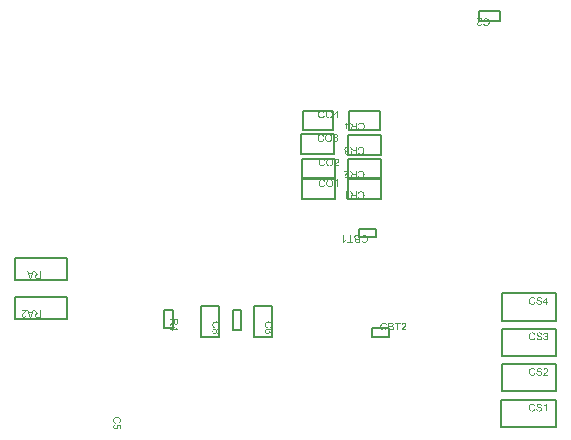
<source format=gbr>
%TF.GenerationSoftware,Altium Limited,Altium Designer,19.0.15 (446)*%
G04 Layer_Color=16711935*
%FSLAX45Y45*%
%MOMM*%
%TF.FileFunction,Other,Top_Assembly*%
%TF.Part,Single*%
G01*
G75*
%TA.AperFunction,NonConductor*%
%ADD90C,0.20000*%
G36*
X3457513Y4512794D02*
X3458253Y4512701D01*
X3459085Y4512609D01*
X3460009Y4512424D01*
X3461026Y4512239D01*
X3463245Y4511684D01*
X3465557Y4510760D01*
X3466759Y4510205D01*
X3467868Y4509558D01*
X3468978Y4508726D01*
X3470087Y4507894D01*
X3470179Y4507801D01*
X3470364Y4507616D01*
X3470642Y4507339D01*
X3470919Y4506969D01*
X3471381Y4506507D01*
X3471844Y4505860D01*
X3472398Y4505212D01*
X3472953Y4504380D01*
X3473508Y4503456D01*
X3474063Y4502531D01*
X3475080Y4500312D01*
X3475912Y4497724D01*
X3476189Y4496337D01*
X3476374Y4494857D01*
X3468515Y4493840D01*
Y4493933D01*
X3468423Y4494118D01*
X3468330Y4494488D01*
X3468238Y4494950D01*
X3468145Y4495505D01*
X3467961Y4496152D01*
X3467498Y4497539D01*
X3466851Y4499203D01*
X3466019Y4500775D01*
X3465094Y4502254D01*
X3463985Y4503548D01*
X3463800Y4503641D01*
X3463430Y4504011D01*
X3462691Y4504473D01*
X3461766Y4504935D01*
X3460657Y4505490D01*
X3459270Y4505952D01*
X3457698Y4506322D01*
X3456034Y4506414D01*
X3455479D01*
X3455109Y4506322D01*
X3454092Y4506229D01*
X3452798Y4505952D01*
X3451318Y4505490D01*
X3449747Y4504843D01*
X3448175Y4503918D01*
X3446696Y4502624D01*
X3446511Y4502439D01*
X3446048Y4501884D01*
X3445494Y4501052D01*
X3444754Y4499942D01*
X3444014Y4498556D01*
X3443460Y4496984D01*
X3442997Y4495135D01*
X3442813Y4493101D01*
Y4493008D01*
Y4492823D01*
Y4492546D01*
X3442905Y4492176D01*
X3442997Y4491159D01*
X3443275Y4489957D01*
X3443645Y4488478D01*
X3444292Y4486999D01*
X3445216Y4485519D01*
X3446418Y4484133D01*
X3446603Y4483948D01*
X3447065Y4483578D01*
X3447805Y4483023D01*
X3448822Y4482376D01*
X3450117Y4481729D01*
X3451688Y4481174D01*
X3453445Y4480804D01*
X3455387Y4480619D01*
X3456219D01*
X3456866Y4480712D01*
X3457698Y4480804D01*
X3458622Y4480989D01*
X3459732Y4481174D01*
X3460934Y4481451D01*
X3460009Y4474517D01*
X3459547D01*
X3459177Y4474610D01*
X3457975D01*
X3456958Y4474425D01*
X3455756Y4474240D01*
X3454370Y4473962D01*
X3452798Y4473500D01*
X3451318Y4472853D01*
X3449747Y4472021D01*
X3449654D01*
X3449562Y4471928D01*
X3449100Y4471558D01*
X3448452Y4470911D01*
X3447713Y4470079D01*
X3446973Y4468877D01*
X3446326Y4467490D01*
X3445864Y4465919D01*
X3445679Y4464994D01*
Y4463977D01*
Y4463885D01*
Y4463792D01*
Y4463237D01*
X3445864Y4462498D01*
X3446048Y4461481D01*
X3446418Y4460371D01*
X3446881Y4459169D01*
X3447620Y4457967D01*
X3448637Y4456858D01*
X3448730Y4456766D01*
X3449192Y4456396D01*
X3449839Y4455933D01*
X3450671Y4455379D01*
X3451781Y4454916D01*
X3453075Y4454454D01*
X3454554Y4454084D01*
X3456219Y4453992D01*
X3456958D01*
X3457790Y4454177D01*
X3458900Y4454362D01*
X3460102Y4454732D01*
X3461304Y4455194D01*
X3462598Y4455933D01*
X3463800Y4456858D01*
X3463892Y4456950D01*
X3464262Y4457413D01*
X3464817Y4458060D01*
X3465464Y4458984D01*
X3466111Y4460186D01*
X3466759Y4461666D01*
X3467313Y4463422D01*
X3467683Y4465456D01*
X3475542Y4464070D01*
Y4463977D01*
X3475449Y4463700D01*
X3475357Y4463330D01*
X3475265Y4462775D01*
X3475080Y4462128D01*
X3474802Y4461388D01*
X3474248Y4459632D01*
X3473323Y4457598D01*
X3472214Y4455564D01*
X3470827Y4453622D01*
X3469070Y4451865D01*
X3468978Y4451773D01*
X3468793Y4451680D01*
X3468515Y4451496D01*
X3468145Y4451218D01*
X3467683Y4450848D01*
X3467036Y4450479D01*
X3466389Y4450109D01*
X3465557Y4449646D01*
X3463708Y4448907D01*
X3461581Y4448167D01*
X3459085Y4447705D01*
X3457790Y4447520D01*
X3455479D01*
X3454462Y4447612D01*
X3453260Y4447797D01*
X3451781Y4448075D01*
X3450117Y4448537D01*
X3448452Y4449092D01*
X3446788Y4449831D01*
X3446696D01*
X3446603Y4449924D01*
X3446048Y4450201D01*
X3445216Y4450756D01*
X3444292Y4451403D01*
X3443182Y4452328D01*
X3442073Y4453345D01*
X3440963Y4454547D01*
X3440039Y4455933D01*
X3439946Y4456118D01*
X3439669Y4456581D01*
X3439299Y4457413D01*
X3438837Y4458430D01*
X3438375Y4459632D01*
X3438005Y4461019D01*
X3437727Y4462590D01*
X3437635Y4464162D01*
Y4464347D01*
Y4464902D01*
X3437727Y4465641D01*
X3437912Y4466658D01*
X3438190Y4467860D01*
X3438652Y4469155D01*
X3439207Y4470449D01*
X3439946Y4471743D01*
X3440039Y4471928D01*
X3440316Y4472298D01*
X3440871Y4472945D01*
X3441611Y4473685D01*
X3442535Y4474517D01*
X3443645Y4475442D01*
X3444939Y4476274D01*
X3446511Y4477106D01*
X3446418D01*
X3446233Y4477198D01*
X3445956Y4477291D01*
X3445586Y4477383D01*
X3444569Y4477753D01*
X3443275Y4478308D01*
X3441796Y4479047D01*
X3440316Y4479972D01*
X3438929Y4481174D01*
X3437635Y4482561D01*
X3437543Y4482746D01*
X3437173Y4483300D01*
X3436618Y4484225D01*
X3436063Y4485427D01*
X3435508Y4486906D01*
X3434954Y4488663D01*
X3434584Y4490697D01*
X3434491Y4492916D01*
Y4493008D01*
Y4493286D01*
Y4493748D01*
X3434584Y4494303D01*
X3434676Y4495042D01*
X3434861Y4495874D01*
X3435046Y4496799D01*
X3435231Y4497816D01*
X3435971Y4500035D01*
X3436526Y4501237D01*
X3437080Y4502346D01*
X3437820Y4503548D01*
X3438652Y4504750D01*
X3439577Y4505952D01*
X3440686Y4507062D01*
X3440778Y4507154D01*
X3440963Y4507339D01*
X3441333Y4507616D01*
X3441796Y4507986D01*
X3442350Y4508448D01*
X3443090Y4508911D01*
X3443922Y4509465D01*
X3444939Y4509928D01*
X3445956Y4510482D01*
X3447158Y4511037D01*
X3448360Y4511499D01*
X3449747Y4511962D01*
X3451226Y4512332D01*
X3452798Y4512609D01*
X3454370Y4512794D01*
X3456126Y4512886D01*
X3456958D01*
X3457513Y4512794D01*
D02*
G37*
G36*
X3537672Y4447797D02*
X3507994D01*
X3507254Y4447890D01*
X3506422D01*
X3504481Y4447982D01*
X3502447Y4448260D01*
X3500228Y4448537D01*
X3498194Y4448999D01*
X3497177Y4449277D01*
X3496345Y4449554D01*
X3496252D01*
X3496160Y4449646D01*
X3495605Y4449924D01*
X3494773Y4450294D01*
X3493756Y4450941D01*
X3492646Y4451773D01*
X3491444Y4452882D01*
X3490335Y4454177D01*
X3489225Y4455656D01*
Y4455749D01*
X3489133Y4455841D01*
X3488763Y4456396D01*
X3488393Y4457320D01*
X3487839Y4458522D01*
X3487376Y4459909D01*
X3486914Y4461573D01*
X3486637Y4463330D01*
X3486544Y4465271D01*
Y4465364D01*
Y4465549D01*
Y4465919D01*
X3486637Y4466381D01*
Y4467028D01*
X3486729Y4467675D01*
X3487099Y4469247D01*
X3487654Y4471096D01*
X3488393Y4473038D01*
X3489503Y4474979D01*
X3490242Y4475904D01*
X3490982Y4476828D01*
X3491075Y4476921D01*
X3491167Y4477013D01*
X3491444Y4477291D01*
X3491814Y4477568D01*
X3492276Y4477938D01*
X3492831Y4478308D01*
X3493571Y4478770D01*
X3494311Y4479325D01*
X3495235Y4479787D01*
X3496252Y4480249D01*
X3497362Y4480804D01*
X3498563Y4481266D01*
X3499950Y4481636D01*
X3501337Y4482098D01*
X3502909Y4482376D01*
X3504573Y4482653D01*
X3504388Y4482746D01*
X3504018Y4482931D01*
X3503464Y4483300D01*
X3502724Y4483670D01*
X3501060Y4484687D01*
X3500228Y4485334D01*
X3499488Y4485889D01*
X3499303Y4486074D01*
X3498841Y4486536D01*
X3498101Y4487276D01*
X3497177Y4488201D01*
X3496160Y4489495D01*
X3494958Y4490882D01*
X3493756Y4492546D01*
X3492461Y4494395D01*
X3481459Y4511777D01*
X3491999D01*
X3500413Y4498463D01*
Y4498371D01*
X3500598Y4498186D01*
X3500782Y4497908D01*
X3501060Y4497539D01*
X3501707Y4496522D01*
X3502539Y4495227D01*
X3503556Y4493840D01*
X3504573Y4492361D01*
X3505590Y4490974D01*
X3506515Y4489680D01*
X3506607Y4489587D01*
X3506885Y4489218D01*
X3507347Y4488663D01*
X3507994Y4488016D01*
X3509381Y4486629D01*
X3510120Y4485982D01*
X3510860Y4485427D01*
X3510953Y4485334D01*
X3511138Y4485242D01*
X3511507Y4485057D01*
X3512062Y4484780D01*
X3512617Y4484502D01*
X3513264Y4484225D01*
X3514743Y4483763D01*
X3514836D01*
X3515021Y4483670D01*
X3515390D01*
X3515853Y4483578D01*
X3516500Y4483485D01*
X3517240D01*
X3518257Y4483393D01*
X3529166D01*
Y4511777D01*
X3537672D01*
Y4447797D01*
D02*
G37*
G36*
X3576504Y4512794D02*
X3577336D01*
X3578353Y4512701D01*
X3579462Y4512517D01*
X3580757Y4512332D01*
X3583438Y4511869D01*
X3586212Y4511130D01*
X3588985Y4510113D01*
X3590280Y4509465D01*
X3591574Y4508726D01*
X3591667Y4508633D01*
X3591852Y4508541D01*
X3592221Y4508264D01*
X3592591Y4507894D01*
X3593146Y4507524D01*
X3593793Y4506969D01*
X3594533Y4506322D01*
X3595272Y4505582D01*
X3596012Y4504750D01*
X3596844Y4503918D01*
X3598508Y4501792D01*
X3600080Y4499295D01*
X3601467Y4496522D01*
Y4496429D01*
X3601652Y4496152D01*
X3601744Y4495690D01*
X3602022Y4495135D01*
X3602207Y4494395D01*
X3602484Y4493471D01*
X3602854Y4492454D01*
X3603131Y4491344D01*
X3603409Y4490142D01*
X3603778Y4488755D01*
X3604241Y4485889D01*
X3604611Y4482653D01*
X3604795Y4479325D01*
Y4479232D01*
Y4478863D01*
Y4478308D01*
X3604703Y4477661D01*
Y4476736D01*
X3604611Y4475811D01*
X3604518Y4474610D01*
X3604333Y4473408D01*
X3603871Y4470726D01*
X3603224Y4467768D01*
X3602299Y4464809D01*
X3601005Y4461943D01*
X3600912Y4461851D01*
X3600820Y4461573D01*
X3600635Y4461203D01*
X3600265Y4460741D01*
X3599895Y4460094D01*
X3599433Y4459354D01*
X3598231Y4457690D01*
X3596659Y4455841D01*
X3594810Y4453992D01*
X3592684Y4452143D01*
X3590187Y4450571D01*
X3590095Y4450479D01*
X3589818Y4450386D01*
X3589448Y4450201D01*
X3588985Y4449924D01*
X3588246Y4449646D01*
X3587506Y4449369D01*
X3586582Y4448999D01*
X3585565Y4448629D01*
X3584455Y4448260D01*
X3583253Y4447890D01*
X3580664Y4447335D01*
X3577706Y4446873D01*
X3574655Y4446688D01*
X3573730D01*
X3573083Y4446780D01*
X3572251Y4446873D01*
X3571234Y4446965D01*
X3570217Y4447058D01*
X3569015Y4447335D01*
X3566519Y4447890D01*
X3563745Y4448722D01*
X3562358Y4449277D01*
X3561064Y4449924D01*
X3559769Y4450756D01*
X3558475Y4451588D01*
X3558383Y4451680D01*
X3558198Y4451773D01*
X3557828Y4452050D01*
X3557366Y4452513D01*
X3556903Y4452975D01*
X3556256Y4453622D01*
X3555609Y4454362D01*
X3554869Y4455101D01*
X3554130Y4456026D01*
X3553390Y4457135D01*
X3552558Y4458245D01*
X3551818Y4459447D01*
X3551171Y4460834D01*
X3550431Y4462220D01*
X3549877Y4463700D01*
X3549322Y4465364D01*
X3557643Y4467306D01*
Y4467213D01*
X3557735Y4467028D01*
X3557920Y4466658D01*
X3558105Y4466196D01*
X3558290Y4465641D01*
X3558567Y4464902D01*
X3559307Y4463422D01*
X3560232Y4461758D01*
X3561341Y4460094D01*
X3562728Y4458522D01*
X3564207Y4457135D01*
X3564392Y4456950D01*
X3564947Y4456581D01*
X3565871Y4456118D01*
X3567073Y4455471D01*
X3568645Y4454916D01*
X3570402Y4454362D01*
X3572528Y4453992D01*
X3574840Y4453899D01*
X3575579D01*
X3576042Y4453992D01*
X3576689D01*
X3577428Y4454084D01*
X3579185Y4454362D01*
X3581127Y4454732D01*
X3583161Y4455379D01*
X3585287Y4456303D01*
X3587229Y4457505D01*
X3587321D01*
X3587414Y4457690D01*
X3588061Y4458152D01*
X3588893Y4458892D01*
X3589910Y4460001D01*
X3591112Y4461388D01*
X3592221Y4462960D01*
X3593238Y4464902D01*
X3594163Y4467028D01*
Y4467121D01*
X3594255Y4467306D01*
X3594348Y4467583D01*
X3594440Y4468045D01*
X3594625Y4468600D01*
X3594810Y4469247D01*
X3595088Y4470819D01*
X3595457Y4472668D01*
X3595827Y4474702D01*
X3596012Y4476921D01*
X3596105Y4479325D01*
Y4479417D01*
Y4479695D01*
Y4480157D01*
Y4480712D01*
X3596012Y4481359D01*
Y4482191D01*
X3595920Y4483115D01*
X3595827Y4484133D01*
X3595550Y4486351D01*
X3595088Y4488755D01*
X3594533Y4491159D01*
X3593793Y4493563D01*
Y4493655D01*
X3593701Y4493840D01*
X3593516Y4494118D01*
X3593331Y4494580D01*
X3592776Y4495690D01*
X3591944Y4496984D01*
X3590927Y4498463D01*
X3589633Y4500035D01*
X3588153Y4501422D01*
X3586397Y4502716D01*
X3586304D01*
X3586119Y4502809D01*
X3585842Y4502994D01*
X3585472Y4503178D01*
X3585010Y4503363D01*
X3584455Y4503641D01*
X3583161Y4504195D01*
X3581497Y4504750D01*
X3579647Y4505212D01*
X3577613Y4505582D01*
X3575487Y4505675D01*
X3574840D01*
X3574285Y4505582D01*
X3573638D01*
X3572991Y4505490D01*
X3571326Y4505120D01*
X3569385Y4504658D01*
X3567443Y4503918D01*
X3565409Y4502901D01*
X3564392Y4502346D01*
X3563468Y4501607D01*
X3563375Y4501514D01*
X3563283Y4501422D01*
X3563005Y4501144D01*
X3562635Y4500867D01*
X3562266Y4500405D01*
X3561803Y4499850D01*
X3561249Y4499295D01*
X3560786Y4498556D01*
X3560232Y4497724D01*
X3559584Y4496799D01*
X3559030Y4495874D01*
X3558475Y4494765D01*
X3558013Y4493563D01*
X3557550Y4492269D01*
X3557088Y4490882D01*
X3556718Y4489403D01*
X3548212Y4491529D01*
Y4491621D01*
X3548305Y4491991D01*
X3548490Y4492546D01*
X3548767Y4493286D01*
X3549044Y4494118D01*
X3549414Y4495135D01*
X3549877Y4496244D01*
X3550431Y4497446D01*
X3551726Y4500035D01*
X3553390Y4502624D01*
X3554407Y4503918D01*
X3555424Y4505212D01*
X3556533Y4506322D01*
X3557828Y4507431D01*
X3557920Y4507524D01*
X3558105Y4507709D01*
X3558567Y4507894D01*
X3559030Y4508264D01*
X3559769Y4508726D01*
X3560509Y4509188D01*
X3561526Y4509650D01*
X3562543Y4510113D01*
X3563745Y4510667D01*
X3565039Y4511130D01*
X3566426Y4511592D01*
X3567905Y4512054D01*
X3569477Y4512424D01*
X3571141Y4512609D01*
X3572898Y4512794D01*
X3574747Y4512886D01*
X3575764D01*
X3576504Y4512794D01*
D02*
G37*
G36*
X3537672Y4247797D02*
X3507994D01*
X3507254Y4247890D01*
X3506422D01*
X3504481Y4247982D01*
X3502447Y4248260D01*
X3500228Y4248537D01*
X3498194Y4248999D01*
X3497177Y4249277D01*
X3496345Y4249554D01*
X3496252D01*
X3496160Y4249647D01*
X3495605Y4249924D01*
X3494773Y4250294D01*
X3493756Y4250941D01*
X3492646Y4251773D01*
X3491444Y4252883D01*
X3490335Y4254177D01*
X3489225Y4255656D01*
Y4255749D01*
X3489133Y4255841D01*
X3488763Y4256396D01*
X3488393Y4257320D01*
X3487839Y4258522D01*
X3487376Y4259909D01*
X3486914Y4261573D01*
X3486637Y4263330D01*
X3486544Y4265272D01*
Y4265364D01*
Y4265549D01*
Y4265919D01*
X3486637Y4266381D01*
Y4267028D01*
X3486729Y4267675D01*
X3487099Y4269247D01*
X3487654Y4271096D01*
X3488393Y4273038D01*
X3489503Y4274980D01*
X3490242Y4275904D01*
X3490982Y4276829D01*
X3491075Y4276921D01*
X3491167Y4277014D01*
X3491444Y4277291D01*
X3491814Y4277568D01*
X3492276Y4277938D01*
X3492831Y4278308D01*
X3493571Y4278770D01*
X3494311Y4279325D01*
X3495235Y4279787D01*
X3496252Y4280250D01*
X3497362Y4280804D01*
X3498563Y4281267D01*
X3499950Y4281636D01*
X3501337Y4282099D01*
X3502909Y4282376D01*
X3504573Y4282653D01*
X3504388Y4282746D01*
X3504018Y4282931D01*
X3503464Y4283301D01*
X3502724Y4283670D01*
X3501060Y4284687D01*
X3500228Y4285335D01*
X3499488Y4285889D01*
X3499303Y4286074D01*
X3498841Y4286537D01*
X3498101Y4287276D01*
X3497177Y4288201D01*
X3496160Y4289495D01*
X3494958Y4290882D01*
X3493756Y4292546D01*
X3492461Y4294395D01*
X3481459Y4311777D01*
X3491999D01*
X3500413Y4298463D01*
Y4298371D01*
X3500598Y4298186D01*
X3500782Y4297909D01*
X3501060Y4297539D01*
X3501707Y4296522D01*
X3502539Y4295227D01*
X3503556Y4293841D01*
X3504573Y4292361D01*
X3505590Y4290974D01*
X3506515Y4289680D01*
X3506607Y4289588D01*
X3506885Y4289218D01*
X3507347Y4288663D01*
X3507994Y4288016D01*
X3509381Y4286629D01*
X3510120Y4285982D01*
X3510860Y4285427D01*
X3510953Y4285335D01*
X3511138Y4285242D01*
X3511507Y4285057D01*
X3512062Y4284780D01*
X3512617Y4284502D01*
X3513264Y4284225D01*
X3514743Y4283763D01*
X3514836D01*
X3515021Y4283670D01*
X3515390D01*
X3515853Y4283578D01*
X3516500Y4283485D01*
X3517240D01*
X3518257Y4283393D01*
X3529166D01*
Y4311777D01*
X3537672D01*
Y4247797D01*
D02*
G37*
G36*
X3576504Y4312794D02*
X3577336D01*
X3578353Y4312702D01*
X3579462Y4312517D01*
X3580757Y4312332D01*
X3583438Y4311869D01*
X3586212Y4311130D01*
X3588985Y4310113D01*
X3590280Y4309466D01*
X3591574Y4308726D01*
X3591667Y4308633D01*
X3591852Y4308541D01*
X3592221Y4308264D01*
X3592591Y4307894D01*
X3593146Y4307524D01*
X3593793Y4306969D01*
X3594533Y4306322D01*
X3595272Y4305582D01*
X3596012Y4304750D01*
X3596844Y4303918D01*
X3598508Y4301792D01*
X3600080Y4299295D01*
X3601467Y4296522D01*
Y4296429D01*
X3601652Y4296152D01*
X3601744Y4295690D01*
X3602022Y4295135D01*
X3602207Y4294395D01*
X3602484Y4293471D01*
X3602854Y4292454D01*
X3603131Y4291344D01*
X3603409Y4290142D01*
X3603778Y4288755D01*
X3604241Y4285889D01*
X3604611Y4282653D01*
X3604795Y4279325D01*
Y4279232D01*
Y4278863D01*
Y4278308D01*
X3604703Y4277661D01*
Y4276736D01*
X3604611Y4275812D01*
X3604518Y4274610D01*
X3604333Y4273408D01*
X3603871Y4270727D01*
X3603224Y4267768D01*
X3602299Y4264809D01*
X3601005Y4261943D01*
X3600912Y4261851D01*
X3600820Y4261573D01*
X3600635Y4261204D01*
X3600265Y4260741D01*
X3599895Y4260094D01*
X3599433Y4259354D01*
X3598231Y4257690D01*
X3596659Y4255841D01*
X3594810Y4253992D01*
X3592684Y4252143D01*
X3590187Y4250571D01*
X3590095Y4250479D01*
X3589818Y4250386D01*
X3589448Y4250201D01*
X3588985Y4249924D01*
X3588246Y4249647D01*
X3587506Y4249369D01*
X3586582Y4248999D01*
X3585565Y4248630D01*
X3584455Y4248260D01*
X3583253Y4247890D01*
X3580664Y4247335D01*
X3577706Y4246873D01*
X3574655Y4246688D01*
X3573730D01*
X3573083Y4246780D01*
X3572251Y4246873D01*
X3571234Y4246965D01*
X3570217Y4247058D01*
X3569015Y4247335D01*
X3566519Y4247890D01*
X3563745Y4248722D01*
X3562358Y4249277D01*
X3561064Y4249924D01*
X3559769Y4250756D01*
X3558475Y4251588D01*
X3558383Y4251681D01*
X3558198Y4251773D01*
X3557828Y4252050D01*
X3557366Y4252513D01*
X3556903Y4252975D01*
X3556256Y4253622D01*
X3555609Y4254362D01*
X3554869Y4255101D01*
X3554130Y4256026D01*
X3553390Y4257136D01*
X3552558Y4258245D01*
X3551818Y4259447D01*
X3551171Y4260834D01*
X3550431Y4262221D01*
X3549877Y4263700D01*
X3549322Y4265364D01*
X3557643Y4267306D01*
Y4267213D01*
X3557735Y4267028D01*
X3557920Y4266658D01*
X3558105Y4266196D01*
X3558290Y4265641D01*
X3558567Y4264902D01*
X3559307Y4263423D01*
X3560232Y4261758D01*
X3561341Y4260094D01*
X3562728Y4258522D01*
X3564207Y4257136D01*
X3564392Y4256951D01*
X3564947Y4256581D01*
X3565871Y4256118D01*
X3567073Y4255471D01*
X3568645Y4254917D01*
X3570402Y4254362D01*
X3572528Y4253992D01*
X3574840Y4253900D01*
X3575579D01*
X3576042Y4253992D01*
X3576689D01*
X3577428Y4254084D01*
X3579185Y4254362D01*
X3581127Y4254732D01*
X3583161Y4255379D01*
X3585287Y4256303D01*
X3587229Y4257505D01*
X3587321D01*
X3587414Y4257690D01*
X3588061Y4258153D01*
X3588893Y4258892D01*
X3589910Y4260002D01*
X3591112Y4261388D01*
X3592221Y4262960D01*
X3593238Y4264902D01*
X3594163Y4267028D01*
Y4267121D01*
X3594255Y4267306D01*
X3594348Y4267583D01*
X3594440Y4268045D01*
X3594625Y4268600D01*
X3594810Y4269247D01*
X3595088Y4270819D01*
X3595457Y4272668D01*
X3595827Y4274702D01*
X3596012Y4276921D01*
X3596105Y4279325D01*
Y4279417D01*
Y4279695D01*
Y4280157D01*
Y4280712D01*
X3596012Y4281359D01*
Y4282191D01*
X3595920Y4283116D01*
X3595827Y4284133D01*
X3595550Y4286352D01*
X3595088Y4288755D01*
X3594533Y4291159D01*
X3593793Y4293563D01*
Y4293656D01*
X3593701Y4293841D01*
X3593516Y4294118D01*
X3593331Y4294580D01*
X3592776Y4295690D01*
X3591944Y4296984D01*
X3590927Y4298463D01*
X3589633Y4300035D01*
X3588153Y4301422D01*
X3586397Y4302716D01*
X3586304D01*
X3586119Y4302809D01*
X3585842Y4302994D01*
X3585472Y4303179D01*
X3585010Y4303364D01*
X3584455Y4303641D01*
X3583161Y4304196D01*
X3581497Y4304750D01*
X3579647Y4305213D01*
X3577613Y4305582D01*
X3575487Y4305675D01*
X3574840D01*
X3574285Y4305582D01*
X3573638D01*
X3572991Y4305490D01*
X3571326Y4305120D01*
X3569385Y4304658D01*
X3567443Y4303918D01*
X3565409Y4302901D01*
X3564392Y4302346D01*
X3563468Y4301607D01*
X3563375Y4301514D01*
X3563283Y4301422D01*
X3563005Y4301145D01*
X3562635Y4300867D01*
X3562266Y4300405D01*
X3561803Y4299850D01*
X3561249Y4299295D01*
X3560786Y4298556D01*
X3560232Y4297724D01*
X3559584Y4296799D01*
X3559030Y4295875D01*
X3558475Y4294765D01*
X3558013Y4293563D01*
X3557550Y4292269D01*
X3557088Y4290882D01*
X3556718Y4289403D01*
X3548212Y4291529D01*
Y4291622D01*
X3548305Y4291991D01*
X3548490Y4292546D01*
X3548767Y4293286D01*
X3549044Y4294118D01*
X3549414Y4295135D01*
X3549877Y4296244D01*
X3550431Y4297446D01*
X3551726Y4300035D01*
X3553390Y4302624D01*
X3554407Y4303918D01*
X3555424Y4305213D01*
X3556533Y4306322D01*
X3557828Y4307432D01*
X3557920Y4307524D01*
X3558105Y4307709D01*
X3558567Y4307894D01*
X3559030Y4308264D01*
X3559769Y4308726D01*
X3560509Y4309188D01*
X3561526Y4309651D01*
X3562543Y4310113D01*
X3563745Y4310668D01*
X3565039Y4311130D01*
X3566426Y4311592D01*
X3567905Y4312054D01*
X3569477Y4312424D01*
X3571141Y4312609D01*
X3572898Y4312794D01*
X3574747Y4312886D01*
X3575764D01*
X3576504Y4312794D01*
D02*
G37*
G36*
X3477576Y4311685D02*
Y4311315D01*
Y4310760D01*
X3477484Y4310020D01*
X3477391Y4309188D01*
X3477206Y4308264D01*
X3477021Y4307339D01*
X3476651Y4306322D01*
Y4306230D01*
X3476559Y4306137D01*
X3476374Y4305582D01*
X3476004Y4304750D01*
X3475449Y4303641D01*
X3474710Y4302346D01*
X3473785Y4300867D01*
X3472768Y4299388D01*
X3471474Y4297816D01*
Y4297724D01*
X3471289Y4297631D01*
X3470827Y4297076D01*
X3469995Y4296244D01*
X3468793Y4295042D01*
X3467406Y4293656D01*
X3465649Y4291991D01*
X3463523Y4290142D01*
X3461211Y4288201D01*
X3461119Y4288108D01*
X3460749Y4287831D01*
X3460194Y4287369D01*
X3459547Y4286814D01*
X3458715Y4286074D01*
X3457698Y4285242D01*
X3456681Y4284318D01*
X3455479Y4283301D01*
X3453168Y4281082D01*
X3450856Y4278863D01*
X3449747Y4277753D01*
X3448730Y4276644D01*
X3447805Y4275627D01*
X3447065Y4274610D01*
Y4274517D01*
X3446881Y4274425D01*
X3446696Y4274147D01*
X3446511Y4273778D01*
X3445864Y4272761D01*
X3445124Y4271559D01*
X3444477Y4270079D01*
X3443830Y4268508D01*
X3443460Y4266751D01*
X3443275Y4265087D01*
Y4264994D01*
Y4264902D01*
X3443367Y4264347D01*
X3443460Y4263423D01*
X3443737Y4262405D01*
X3444107Y4261111D01*
X3444754Y4259817D01*
X3445586Y4258522D01*
X3446696Y4257228D01*
X3446881Y4257043D01*
X3447343Y4256673D01*
X3447990Y4256211D01*
X3449007Y4255564D01*
X3450301Y4255009D01*
X3451781Y4254454D01*
X3453537Y4254084D01*
X3455479Y4253992D01*
X3456034D01*
X3456404Y4254084D01*
X3457513Y4254177D01*
X3458807Y4254454D01*
X3460194Y4254824D01*
X3461766Y4255471D01*
X3463245Y4256303D01*
X3464632Y4257413D01*
X3464817Y4257598D01*
X3465187Y4258060D01*
X3465742Y4258800D01*
X3466296Y4259909D01*
X3466944Y4261204D01*
X3467498Y4262868D01*
X3467868Y4264717D01*
X3468053Y4266843D01*
X3476097Y4266011D01*
Y4265919D01*
X3476004Y4265641D01*
Y4265179D01*
X3475912Y4264532D01*
X3475727Y4263792D01*
X3475542Y4262960D01*
X3475265Y4261943D01*
X3474987Y4260926D01*
X3474248Y4258707D01*
X3473138Y4256488D01*
X3472491Y4255379D01*
X3471659Y4254269D01*
X3470827Y4253252D01*
X3469902Y4252328D01*
X3469810Y4252235D01*
X3469625Y4252143D01*
X3469347Y4251866D01*
X3468885Y4251588D01*
X3468330Y4251218D01*
X3467683Y4250848D01*
X3466944Y4250386D01*
X3466019Y4249924D01*
X3465002Y4249462D01*
X3463892Y4248999D01*
X3462691Y4248630D01*
X3461396Y4248260D01*
X3460009Y4247982D01*
X3458530Y4247705D01*
X3456958Y4247613D01*
X3455294Y4247520D01*
X3454370D01*
X3453722Y4247613D01*
X3452983Y4247705D01*
X3452058Y4247797D01*
X3451041Y4247982D01*
X3450024Y4248167D01*
X3447620Y4248814D01*
X3445216Y4249739D01*
X3444014Y4250294D01*
X3442813Y4250941D01*
X3441703Y4251773D01*
X3440686Y4252698D01*
X3440594Y4252790D01*
X3440409Y4252883D01*
X3440224Y4253252D01*
X3439854Y4253622D01*
X3439392Y4254084D01*
X3438929Y4254732D01*
X3438467Y4255379D01*
X3437912Y4256211D01*
X3436988Y4257968D01*
X3436063Y4260187D01*
X3435693Y4261296D01*
X3435508Y4262590D01*
X3435324Y4263885D01*
X3435231Y4265272D01*
Y4265457D01*
Y4265919D01*
X3435324Y4266658D01*
X3435416Y4267675D01*
X3435601Y4268785D01*
X3435971Y4270079D01*
X3436341Y4271466D01*
X3436895Y4272853D01*
X3436988Y4273038D01*
X3437173Y4273500D01*
X3437543Y4274240D01*
X3438097Y4275257D01*
X3438837Y4276366D01*
X3439761Y4277753D01*
X3440871Y4279140D01*
X3442165Y4280712D01*
X3442350Y4280897D01*
X3442813Y4281451D01*
X3443275Y4281914D01*
X3443737Y4282376D01*
X3444292Y4282931D01*
X3445031Y4283670D01*
X3445771Y4284410D01*
X3446696Y4285242D01*
X3447620Y4286167D01*
X3448730Y4287184D01*
X3449932Y4288201D01*
X3451226Y4289403D01*
X3452705Y4290605D01*
X3454185Y4291899D01*
X3454277Y4291991D01*
X3454462Y4292176D01*
X3454832Y4292454D01*
X3455294Y4292824D01*
X3455849Y4293378D01*
X3456496Y4293933D01*
X3457975Y4295135D01*
X3459547Y4296522D01*
X3461026Y4297909D01*
X3462321Y4299111D01*
X3462875Y4299573D01*
X3463338Y4300035D01*
X3463430Y4300128D01*
X3463708Y4300405D01*
X3464077Y4300775D01*
X3464540Y4301329D01*
X3465002Y4301977D01*
X3465557Y4302624D01*
X3466666Y4304196D01*
X3435139D01*
Y4311777D01*
X3477576D01*
Y4311685D01*
D02*
G37*
G36*
X3537672Y4072797D02*
X3507994D01*
X3507254Y4072890D01*
X3506422D01*
X3504481Y4072982D01*
X3502447Y4073260D01*
X3500228Y4073537D01*
X3498194Y4073999D01*
X3497177Y4074277D01*
X3496345Y4074554D01*
X3496252D01*
X3496160Y4074646D01*
X3495605Y4074924D01*
X3494773Y4075294D01*
X3493756Y4075941D01*
X3492646Y4076773D01*
X3491444Y4077882D01*
X3490335Y4079177D01*
X3489225Y4080656D01*
Y4080749D01*
X3489133Y4080841D01*
X3488763Y4081396D01*
X3488393Y4082320D01*
X3487839Y4083522D01*
X3487376Y4084909D01*
X3486914Y4086573D01*
X3486637Y4088330D01*
X3486544Y4090271D01*
Y4090364D01*
Y4090549D01*
Y4090919D01*
X3486637Y4091381D01*
Y4092028D01*
X3486729Y4092675D01*
X3487099Y4094247D01*
X3487654Y4096096D01*
X3488393Y4098038D01*
X3489503Y4099979D01*
X3490242Y4100904D01*
X3490982Y4101828D01*
X3491075Y4101921D01*
X3491167Y4102013D01*
X3491444Y4102291D01*
X3491814Y4102568D01*
X3492276Y4102938D01*
X3492831Y4103308D01*
X3493571Y4103770D01*
X3494311Y4104325D01*
X3495235Y4104787D01*
X3496252Y4105249D01*
X3497362Y4105804D01*
X3498563Y4106266D01*
X3499950Y4106636D01*
X3501337Y4107098D01*
X3502909Y4107376D01*
X3504573Y4107653D01*
X3504388Y4107746D01*
X3504018Y4107931D01*
X3503464Y4108300D01*
X3502724Y4108670D01*
X3501060Y4109687D01*
X3500228Y4110334D01*
X3499488Y4110889D01*
X3499303Y4111074D01*
X3498841Y4111536D01*
X3498101Y4112276D01*
X3497177Y4113201D01*
X3496160Y4114495D01*
X3494958Y4115882D01*
X3493756Y4117546D01*
X3492461Y4119395D01*
X3481459Y4136777D01*
X3491999D01*
X3500413Y4123463D01*
Y4123371D01*
X3500598Y4123186D01*
X3500782Y4122908D01*
X3501060Y4122539D01*
X3501707Y4121522D01*
X3502539Y4120227D01*
X3503556Y4118840D01*
X3504573Y4117361D01*
X3505590Y4115974D01*
X3506515Y4114680D01*
X3506607Y4114587D01*
X3506885Y4114218D01*
X3507347Y4113663D01*
X3507994Y4113016D01*
X3509381Y4111629D01*
X3510120Y4110982D01*
X3510860Y4110427D01*
X3510953Y4110334D01*
X3511138Y4110242D01*
X3511507Y4110057D01*
X3512062Y4109780D01*
X3512617Y4109502D01*
X3513264Y4109225D01*
X3514743Y4108763D01*
X3514836D01*
X3515021Y4108670D01*
X3515390D01*
X3515853Y4108578D01*
X3516500Y4108485D01*
X3517240D01*
X3518257Y4108393D01*
X3529166D01*
Y4136777D01*
X3537672D01*
Y4072797D01*
D02*
G37*
G36*
X3576504Y4137794D02*
X3577336D01*
X3578353Y4137701D01*
X3579462Y4137516D01*
X3580757Y4137332D01*
X3583438Y4136869D01*
X3586212Y4136130D01*
X3588985Y4135113D01*
X3590280Y4134465D01*
X3591574Y4133726D01*
X3591667Y4133633D01*
X3591852Y4133541D01*
X3592221Y4133264D01*
X3592591Y4132894D01*
X3593146Y4132524D01*
X3593793Y4131969D01*
X3594533Y4131322D01*
X3595272Y4130582D01*
X3596012Y4129750D01*
X3596844Y4128918D01*
X3598508Y4126792D01*
X3600080Y4124295D01*
X3601467Y4121522D01*
Y4121429D01*
X3601652Y4121152D01*
X3601744Y4120689D01*
X3602022Y4120135D01*
X3602207Y4119395D01*
X3602484Y4118471D01*
X3602854Y4117454D01*
X3603131Y4116344D01*
X3603409Y4115142D01*
X3603778Y4113755D01*
X3604241Y4110889D01*
X3604611Y4107653D01*
X3604795Y4104325D01*
Y4104232D01*
Y4103863D01*
Y4103308D01*
X3604703Y4102661D01*
Y4101736D01*
X3604611Y4100811D01*
X3604518Y4099610D01*
X3604333Y4098408D01*
X3603871Y4095726D01*
X3603224Y4092768D01*
X3602299Y4089809D01*
X3601005Y4086943D01*
X3600912Y4086851D01*
X3600820Y4086573D01*
X3600635Y4086203D01*
X3600265Y4085741D01*
X3599895Y4085094D01*
X3599433Y4084354D01*
X3598231Y4082690D01*
X3596659Y4080841D01*
X3594810Y4078992D01*
X3592684Y4077143D01*
X3590187Y4075571D01*
X3590095Y4075479D01*
X3589818Y4075386D01*
X3589448Y4075201D01*
X3588985Y4074924D01*
X3588246Y4074646D01*
X3587506Y4074369D01*
X3586582Y4073999D01*
X3585565Y4073629D01*
X3584455Y4073260D01*
X3583253Y4072890D01*
X3580664Y4072335D01*
X3577706Y4071873D01*
X3574655Y4071688D01*
X3573730D01*
X3573083Y4071780D01*
X3572251Y4071873D01*
X3571234Y4071965D01*
X3570217Y4072058D01*
X3569015Y4072335D01*
X3566519Y4072890D01*
X3563745Y4073722D01*
X3562358Y4074277D01*
X3561064Y4074924D01*
X3559769Y4075756D01*
X3558475Y4076588D01*
X3558383Y4076680D01*
X3558198Y4076773D01*
X3557828Y4077050D01*
X3557366Y4077513D01*
X3556903Y4077975D01*
X3556256Y4078622D01*
X3555609Y4079362D01*
X3554869Y4080101D01*
X3554130Y4081026D01*
X3553390Y4082135D01*
X3552558Y4083245D01*
X3551818Y4084447D01*
X3551171Y4085834D01*
X3550431Y4087220D01*
X3549877Y4088700D01*
X3549322Y4090364D01*
X3557643Y4092306D01*
Y4092213D01*
X3557735Y4092028D01*
X3557920Y4091658D01*
X3558105Y4091196D01*
X3558290Y4090641D01*
X3558567Y4089902D01*
X3559307Y4088422D01*
X3560232Y4086758D01*
X3561341Y4085094D01*
X3562728Y4083522D01*
X3564207Y4082135D01*
X3564392Y4081950D01*
X3564947Y4081581D01*
X3565871Y4081118D01*
X3567073Y4080471D01*
X3568645Y4079916D01*
X3570402Y4079362D01*
X3572528Y4078992D01*
X3574840Y4078899D01*
X3575579D01*
X3576042Y4078992D01*
X3576689D01*
X3577428Y4079084D01*
X3579185Y4079362D01*
X3581127Y4079731D01*
X3583161Y4080379D01*
X3585287Y4081303D01*
X3587229Y4082505D01*
X3587321D01*
X3587414Y4082690D01*
X3588061Y4083152D01*
X3588893Y4083892D01*
X3589910Y4085001D01*
X3591112Y4086388D01*
X3592221Y4087960D01*
X3593238Y4089902D01*
X3594163Y4092028D01*
Y4092121D01*
X3594255Y4092306D01*
X3594348Y4092583D01*
X3594440Y4093045D01*
X3594625Y4093600D01*
X3594810Y4094247D01*
X3595088Y4095819D01*
X3595457Y4097668D01*
X3595827Y4099702D01*
X3596012Y4101921D01*
X3596105Y4104325D01*
Y4104417D01*
Y4104695D01*
Y4105157D01*
Y4105712D01*
X3596012Y4106359D01*
Y4107191D01*
X3595920Y4108115D01*
X3595827Y4109132D01*
X3595550Y4111351D01*
X3595088Y4113755D01*
X3594533Y4116159D01*
X3593793Y4118563D01*
Y4118655D01*
X3593701Y4118840D01*
X3593516Y4119118D01*
X3593331Y4119580D01*
X3592776Y4120689D01*
X3591944Y4121984D01*
X3590927Y4123463D01*
X3589633Y4125035D01*
X3588153Y4126422D01*
X3586397Y4127716D01*
X3586304D01*
X3586119Y4127809D01*
X3585842Y4127994D01*
X3585472Y4128178D01*
X3585010Y4128363D01*
X3584455Y4128641D01*
X3583161Y4129195D01*
X3581497Y4129750D01*
X3579647Y4130212D01*
X3577613Y4130582D01*
X3575487Y4130675D01*
X3574840D01*
X3574285Y4130582D01*
X3573638D01*
X3572991Y4130490D01*
X3571326Y4130120D01*
X3569385Y4129658D01*
X3567443Y4128918D01*
X3565409Y4127901D01*
X3564392Y4127346D01*
X3563468Y4126607D01*
X3563375Y4126514D01*
X3563283Y4126422D01*
X3563005Y4126144D01*
X3562635Y4125867D01*
X3562266Y4125405D01*
X3561803Y4124850D01*
X3561249Y4124295D01*
X3560786Y4123556D01*
X3560232Y4122724D01*
X3559584Y4121799D01*
X3559030Y4120874D01*
X3558475Y4119765D01*
X3558013Y4118563D01*
X3557550Y4117269D01*
X3557088Y4115882D01*
X3556718Y4114402D01*
X3548212Y4116529D01*
Y4116621D01*
X3548305Y4116991D01*
X3548490Y4117546D01*
X3548767Y4118286D01*
X3549044Y4119118D01*
X3549414Y4120135D01*
X3549877Y4121244D01*
X3550431Y4122446D01*
X3551726Y4125035D01*
X3553390Y4127624D01*
X3554407Y4128918D01*
X3555424Y4130212D01*
X3556533Y4131322D01*
X3557828Y4132431D01*
X3557920Y4132524D01*
X3558105Y4132709D01*
X3558567Y4132894D01*
X3559030Y4133264D01*
X3559769Y4133726D01*
X3560509Y4134188D01*
X3561526Y4134650D01*
X3562543Y4135113D01*
X3563745Y4135667D01*
X3565039Y4136130D01*
X3566426Y4136592D01*
X3567905Y4137054D01*
X3569477Y4137424D01*
X3571141Y4137609D01*
X3572898Y4137794D01*
X3574747Y4137886D01*
X3575764D01*
X3576504Y4137794D01*
D02*
G37*
G36*
X3454739Y4086758D02*
X3454832Y4086851D01*
X3455294Y4087220D01*
X3455849Y4087775D01*
X3456773Y4088422D01*
X3457790Y4089254D01*
X3459085Y4090179D01*
X3460564Y4091196D01*
X3462228Y4092213D01*
X3462321D01*
X3462413Y4092306D01*
X3462968Y4092675D01*
X3463892Y4093138D01*
X3465002Y4093692D01*
X3466296Y4094340D01*
X3467683Y4094987D01*
X3469070Y4095634D01*
X3470457Y4096189D01*
Y4088607D01*
X3470364D01*
X3470179Y4088422D01*
X3469810Y4088330D01*
X3469347Y4088053D01*
X3468793Y4087775D01*
X3468145Y4087405D01*
X3466574Y4086481D01*
X3464725Y4085464D01*
X3462875Y4084169D01*
X3460934Y4082690D01*
X3458992Y4081118D01*
X3458900Y4081026D01*
X3458807Y4080933D01*
X3458530Y4080656D01*
X3458160Y4080379D01*
X3457328Y4079454D01*
X3456219Y4078345D01*
X3455109Y4077050D01*
X3453907Y4075571D01*
X3452890Y4074092D01*
X3451966Y4072520D01*
X3446881D01*
Y4136777D01*
X3454739D01*
Y4086758D01*
D02*
G37*
G36*
X3238557Y4621020D02*
X3239389Y4620927D01*
X3240406Y4620835D01*
X3241423Y4620742D01*
X3242625Y4620465D01*
X3245121Y4619910D01*
X3247895Y4619078D01*
X3249282Y4618523D01*
X3250576Y4617876D01*
X3251870Y4617044D01*
X3253165Y4616212D01*
X3253257Y4616120D01*
X3253442Y4616027D01*
X3253812Y4615750D01*
X3254274Y4615287D01*
X3254736Y4614825D01*
X3255384Y4614178D01*
X3256031Y4613438D01*
X3256770Y4612699D01*
X3257510Y4611774D01*
X3258250Y4610665D01*
X3259082Y4609555D01*
X3259822Y4608353D01*
X3260469Y4606966D01*
X3261208Y4605580D01*
X3261763Y4604100D01*
X3262318Y4602436D01*
X3253997Y4600494D01*
Y4600587D01*
X3253904Y4600772D01*
X3253719Y4601142D01*
X3253535Y4601604D01*
X3253350Y4602159D01*
X3253072Y4602898D01*
X3252333Y4604378D01*
X3251408Y4606042D01*
X3250299Y4607706D01*
X3248912Y4609278D01*
X3247432Y4610665D01*
X3247248Y4610850D01*
X3246693Y4611219D01*
X3245768Y4611682D01*
X3244566Y4612329D01*
X3242995Y4612884D01*
X3241238Y4613438D01*
X3239111Y4613808D01*
X3236800Y4613901D01*
X3236060D01*
X3235598Y4613808D01*
X3234951D01*
X3234211Y4613716D01*
X3232455Y4613438D01*
X3230513Y4613068D01*
X3228479Y4612421D01*
X3226352Y4611497D01*
X3224411Y4610295D01*
X3224318D01*
X3224226Y4610110D01*
X3223579Y4609648D01*
X3222747Y4608908D01*
X3221730Y4607799D01*
X3220528Y4606412D01*
X3219418Y4604840D01*
X3218401Y4602898D01*
X3217477Y4600772D01*
Y4600679D01*
X3217384Y4600494D01*
X3217292Y4600217D01*
X3217199Y4599755D01*
X3217014Y4599200D01*
X3216829Y4598553D01*
X3216552Y4596981D01*
X3216182Y4595132D01*
X3215812Y4593098D01*
X3215628Y4590879D01*
X3215535Y4588475D01*
Y4588383D01*
Y4588105D01*
Y4587643D01*
Y4587088D01*
X3215628Y4586441D01*
Y4585609D01*
X3215720Y4584685D01*
X3215812Y4583667D01*
X3216090Y4581449D01*
X3216552Y4579045D01*
X3217107Y4576641D01*
X3217846Y4574237D01*
Y4574145D01*
X3217939Y4573960D01*
X3218124Y4573682D01*
X3218309Y4573220D01*
X3218864Y4572110D01*
X3219696Y4570816D01*
X3220713Y4569337D01*
X3222007Y4567765D01*
X3223486Y4566378D01*
X3225243Y4565084D01*
X3225335D01*
X3225520Y4564991D01*
X3225798Y4564806D01*
X3226168Y4564622D01*
X3226630Y4564437D01*
X3227185Y4564159D01*
X3228479Y4563605D01*
X3230143Y4563050D01*
X3231992Y4562588D01*
X3234026Y4562218D01*
X3236153Y4562125D01*
X3236800D01*
X3237355Y4562218D01*
X3238002D01*
X3238649Y4562310D01*
X3240313Y4562680D01*
X3242255Y4563142D01*
X3244196Y4563882D01*
X3246230Y4564899D01*
X3247248Y4565454D01*
X3248172Y4566193D01*
X3248265Y4566286D01*
X3248357Y4566378D01*
X3248634Y4566656D01*
X3249004Y4566933D01*
X3249374Y4567395D01*
X3249836Y4567950D01*
X3250391Y4568505D01*
X3250853Y4569244D01*
X3251408Y4570076D01*
X3252055Y4571001D01*
X3252610Y4571926D01*
X3253165Y4573035D01*
X3253627Y4574237D01*
X3254089Y4575531D01*
X3254552Y4576918D01*
X3254921Y4578397D01*
X3263427Y4576271D01*
Y4576179D01*
X3263335Y4575809D01*
X3263150Y4575254D01*
X3262873Y4574514D01*
X3262595Y4573682D01*
X3262225Y4572665D01*
X3261763Y4571556D01*
X3261208Y4570354D01*
X3259914Y4567765D01*
X3258250Y4565176D01*
X3257233Y4563882D01*
X3256216Y4562588D01*
X3255106Y4561478D01*
X3253812Y4560369D01*
X3253719Y4560276D01*
X3253535Y4560091D01*
X3253072Y4559906D01*
X3252610Y4559536D01*
X3251870Y4559074D01*
X3251131Y4558612D01*
X3250114Y4558150D01*
X3249097Y4557687D01*
X3247895Y4557133D01*
X3246600Y4556670D01*
X3245213Y4556208D01*
X3243734Y4555746D01*
X3242162Y4555376D01*
X3240498Y4555191D01*
X3238742Y4555006D01*
X3236892Y4554914D01*
X3235875D01*
X3235136Y4555006D01*
X3234304D01*
X3233287Y4555099D01*
X3232177Y4555283D01*
X3230883Y4555468D01*
X3228202Y4555931D01*
X3225428Y4556670D01*
X3222654Y4557687D01*
X3221360Y4558335D01*
X3220065Y4559074D01*
X3219973Y4559167D01*
X3219788Y4559259D01*
X3219418Y4559536D01*
X3219048Y4559906D01*
X3218494Y4560276D01*
X3217846Y4560831D01*
X3217107Y4561478D01*
X3216367Y4562218D01*
X3215628Y4563050D01*
X3214795Y4563882D01*
X3213131Y4566008D01*
X3211559Y4568505D01*
X3210173Y4571278D01*
Y4571371D01*
X3209988Y4571648D01*
X3209895Y4572110D01*
X3209618Y4572665D01*
X3209433Y4573405D01*
X3209156Y4574329D01*
X3208786Y4575346D01*
X3208508Y4576456D01*
X3208231Y4577658D01*
X3207861Y4579045D01*
X3207399Y4581911D01*
X3207029Y4585147D01*
X3206844Y4588475D01*
Y4588568D01*
Y4588937D01*
Y4589492D01*
X3206937Y4590139D01*
Y4591064D01*
X3207029Y4591989D01*
X3207122Y4593190D01*
X3207307Y4594392D01*
X3207769Y4597074D01*
X3208416Y4600032D01*
X3209341Y4602991D01*
X3210635Y4605857D01*
X3210727Y4605949D01*
X3210820Y4606227D01*
X3211005Y4606597D01*
X3211375Y4607059D01*
X3211744Y4607706D01*
X3212207Y4608446D01*
X3213409Y4610110D01*
X3214980Y4611959D01*
X3216829Y4613808D01*
X3218956Y4615657D01*
X3221452Y4617229D01*
X3221545Y4617321D01*
X3221822Y4617414D01*
X3222192Y4617599D01*
X3222654Y4617876D01*
X3223394Y4618154D01*
X3224134Y4618431D01*
X3225058Y4618801D01*
X3226075Y4619171D01*
X3227185Y4619540D01*
X3228386Y4619910D01*
X3230975Y4620465D01*
X3233934Y4620927D01*
X3236985Y4621112D01*
X3237909D01*
X3238557Y4621020D01*
D02*
G37*
G36*
X3362170Y4620188D02*
X3363372Y4620003D01*
X3364852Y4619725D01*
X3366516Y4619263D01*
X3368180Y4618708D01*
X3369844Y4617969D01*
X3369937D01*
X3370029Y4617876D01*
X3370584Y4617599D01*
X3371416Y4617044D01*
X3372340Y4616397D01*
X3373450Y4615472D01*
X3374559Y4614455D01*
X3375669Y4613253D01*
X3376593Y4611867D01*
X3376686Y4611682D01*
X3376963Y4611219D01*
X3377333Y4610387D01*
X3377795Y4609370D01*
X3378258Y4608168D01*
X3378627Y4606781D01*
X3378905Y4605210D01*
X3378997Y4603638D01*
Y4603453D01*
Y4602898D01*
X3378905Y4602159D01*
X3378720Y4601142D01*
X3378443Y4599940D01*
X3377980Y4598645D01*
X3377426Y4597351D01*
X3376686Y4596057D01*
X3376593Y4595872D01*
X3376316Y4595502D01*
X3375761Y4594855D01*
X3375022Y4594115D01*
X3374097Y4593283D01*
X3372988Y4592358D01*
X3371693Y4591526D01*
X3370122Y4590694D01*
X3370214D01*
X3370399Y4590602D01*
X3370676Y4590509D01*
X3371046Y4590417D01*
X3372063Y4590047D01*
X3373357Y4589492D01*
X3374837Y4588753D01*
X3376316Y4587828D01*
X3377703Y4586626D01*
X3378997Y4585239D01*
X3379090Y4585054D01*
X3379460Y4584500D01*
X3380014Y4583575D01*
X3380569Y4582373D01*
X3381124Y4580894D01*
X3381679Y4579137D01*
X3382048Y4577103D01*
X3382141Y4574884D01*
Y4574792D01*
Y4574514D01*
Y4574052D01*
X3382048Y4573497D01*
X3381956Y4572758D01*
X3381771Y4571926D01*
X3381586Y4571001D01*
X3381401Y4569984D01*
X3380662Y4567765D01*
X3380107Y4566563D01*
X3379552Y4565454D01*
X3378812Y4564252D01*
X3377980Y4563050D01*
X3377056Y4561848D01*
X3375946Y4560738D01*
X3375854Y4560646D01*
X3375669Y4560461D01*
X3375299Y4560184D01*
X3374837Y4559814D01*
X3374282Y4559352D01*
X3373542Y4558889D01*
X3372710Y4558335D01*
X3371693Y4557872D01*
X3370676Y4557318D01*
X3369474Y4556763D01*
X3368272Y4556301D01*
X3366886Y4555838D01*
X3365406Y4555468D01*
X3363835Y4555191D01*
X3362263Y4555006D01*
X3360506Y4554914D01*
X3359674D01*
X3359119Y4555006D01*
X3358380Y4555099D01*
X3357548Y4555191D01*
X3356623Y4555376D01*
X3355606Y4555561D01*
X3353387Y4556116D01*
X3351076Y4557040D01*
X3349874Y4557595D01*
X3348764Y4558242D01*
X3347655Y4559074D01*
X3346545Y4559906D01*
X3346453Y4559999D01*
X3346268Y4560184D01*
X3345991Y4560461D01*
X3345713Y4560831D01*
X3345251Y4561293D01*
X3344789Y4561940D01*
X3344234Y4562588D01*
X3343679Y4563420D01*
X3343124Y4564344D01*
X3342570Y4565269D01*
X3341553Y4567488D01*
X3340721Y4570076D01*
X3340443Y4571463D01*
X3340258Y4572943D01*
X3348117Y4573960D01*
Y4573867D01*
X3348209Y4573682D01*
X3348302Y4573312D01*
X3348394Y4572850D01*
X3348487Y4572295D01*
X3348672Y4571648D01*
X3349134Y4570261D01*
X3349781Y4568597D01*
X3350613Y4567025D01*
X3351538Y4565546D01*
X3352647Y4564252D01*
X3352832Y4564159D01*
X3353202Y4563789D01*
X3353942Y4563327D01*
X3354866Y4562865D01*
X3355976Y4562310D01*
X3357363Y4561848D01*
X3358934Y4561478D01*
X3360599Y4561386D01*
X3361153D01*
X3361523Y4561478D01*
X3362540Y4561571D01*
X3363835Y4561848D01*
X3365314Y4562310D01*
X3366886Y4562957D01*
X3368457Y4563882D01*
X3369937Y4565176D01*
X3370122Y4565361D01*
X3370584Y4565916D01*
X3371139Y4566748D01*
X3371878Y4567858D01*
X3372618Y4569244D01*
X3373173Y4570816D01*
X3373635Y4572665D01*
X3373820Y4574699D01*
Y4574792D01*
Y4574977D01*
Y4575254D01*
X3373727Y4575624D01*
X3373635Y4576641D01*
X3373357Y4577843D01*
X3372988Y4579322D01*
X3372340Y4580801D01*
X3371416Y4582281D01*
X3370214Y4583667D01*
X3370029Y4583852D01*
X3369567Y4584222D01*
X3368827Y4584777D01*
X3367810Y4585424D01*
X3366516Y4586071D01*
X3364944Y4586626D01*
X3363187Y4586996D01*
X3361246Y4587181D01*
X3360414D01*
X3359766Y4587088D01*
X3358934Y4586996D01*
X3358010Y4586811D01*
X3356900Y4586626D01*
X3355698Y4586349D01*
X3356623Y4593283D01*
X3357085D01*
X3357455Y4593190D01*
X3358657D01*
X3359674Y4593375D01*
X3360876Y4593560D01*
X3362263Y4593838D01*
X3363835Y4594300D01*
X3365314Y4594947D01*
X3366886Y4595779D01*
X3366978D01*
X3367070Y4595872D01*
X3367533Y4596242D01*
X3368180Y4596889D01*
X3368920Y4597721D01*
X3369659Y4598923D01*
X3370306Y4600310D01*
X3370769Y4601881D01*
X3370954Y4602806D01*
Y4603823D01*
Y4603915D01*
Y4604008D01*
Y4604563D01*
X3370769Y4605302D01*
X3370584Y4606319D01*
X3370214Y4607429D01*
X3369752Y4608631D01*
X3369012Y4609833D01*
X3367995Y4610942D01*
X3367903Y4611034D01*
X3367440Y4611404D01*
X3366793Y4611867D01*
X3365961Y4612421D01*
X3364852Y4612884D01*
X3363557Y4613346D01*
X3362078Y4613716D01*
X3360414Y4613808D01*
X3359674D01*
X3358842Y4613623D01*
X3357732Y4613438D01*
X3356530Y4613068D01*
X3355329Y4612606D01*
X3354034Y4611867D01*
X3352832Y4610942D01*
X3352740Y4610850D01*
X3352370Y4610387D01*
X3351815Y4609740D01*
X3351168Y4608816D01*
X3350521Y4607614D01*
X3349874Y4606134D01*
X3349319Y4604378D01*
X3348949Y4602344D01*
X3341090Y4603730D01*
Y4603823D01*
X3341183Y4604100D01*
X3341275Y4604470D01*
X3341368Y4605025D01*
X3341553Y4605672D01*
X3341830Y4606412D01*
X3342385Y4608168D01*
X3343309Y4610202D01*
X3344419Y4612236D01*
X3345806Y4614178D01*
X3347562Y4615935D01*
X3347655Y4616027D01*
X3347840Y4616120D01*
X3348117Y4616304D01*
X3348487Y4616582D01*
X3348949Y4616952D01*
X3349596Y4617321D01*
X3350243Y4617691D01*
X3351076Y4618154D01*
X3352925Y4618893D01*
X3355051Y4619633D01*
X3357548Y4620095D01*
X3358842Y4620280D01*
X3361153D01*
X3362170Y4620188D01*
D02*
G37*
G36*
X3303368Y4621020D02*
X3304200D01*
X3305033Y4620927D01*
X3306142Y4620742D01*
X3307251Y4620557D01*
X3309655Y4620095D01*
X3312429Y4619356D01*
X3315110Y4618246D01*
X3316497Y4617599D01*
X3317884Y4616859D01*
X3317976Y4616767D01*
X3318161Y4616674D01*
X3318531Y4616397D01*
X3319086Y4616120D01*
X3319641Y4615657D01*
X3320380Y4615103D01*
X3321952Y4613808D01*
X3323616Y4612144D01*
X3325465Y4610110D01*
X3327222Y4607706D01*
X3328701Y4605025D01*
Y4604932D01*
X3328886Y4604655D01*
X3329071Y4604285D01*
X3329256Y4603730D01*
X3329626Y4602991D01*
X3329903Y4602159D01*
X3330273Y4601142D01*
X3330643Y4600032D01*
X3330920Y4598830D01*
X3331290Y4597536D01*
X3331660Y4596057D01*
X3331937Y4594577D01*
X3332307Y4591341D01*
X3332492Y4587828D01*
Y4587736D01*
Y4587366D01*
Y4586903D01*
X3332399Y4586164D01*
Y4585332D01*
X3332307Y4584315D01*
X3332122Y4583205D01*
X3332030Y4582003D01*
X3331567Y4579322D01*
X3330828Y4576363D01*
X3329811Y4573405D01*
X3329256Y4571926D01*
X3328516Y4570446D01*
Y4570354D01*
X3328331Y4570076D01*
X3328147Y4569707D01*
X3327777Y4569152D01*
X3327407Y4568505D01*
X3326945Y4567858D01*
X3325650Y4566101D01*
X3324078Y4564252D01*
X3322229Y4562310D01*
X3320010Y4560461D01*
X3317422Y4558797D01*
X3317329D01*
X3317144Y4558612D01*
X3316682Y4558427D01*
X3316127Y4558150D01*
X3315480Y4557872D01*
X3314740Y4557595D01*
X3313816Y4557225D01*
X3312799Y4556855D01*
X3311689Y4556485D01*
X3310487Y4556116D01*
X3307806Y4555561D01*
X3304940Y4555099D01*
X3301889Y4554914D01*
X3300964D01*
X3300410Y4555006D01*
X3299578D01*
X3298653Y4555191D01*
X3297636Y4555283D01*
X3296434Y4555468D01*
X3293938Y4556023D01*
X3291257Y4556763D01*
X3288483Y4557872D01*
X3287096Y4558519D01*
X3285709Y4559259D01*
X3285617Y4559352D01*
X3285432Y4559444D01*
X3285062Y4559721D01*
X3284507Y4560091D01*
X3283953Y4560461D01*
X3283305Y4561016D01*
X3281734Y4562403D01*
X3279977Y4564067D01*
X3278128Y4566101D01*
X3276464Y4568412D01*
X3274892Y4571093D01*
Y4571186D01*
X3274707Y4571463D01*
X3274522Y4571833D01*
X3274337Y4572388D01*
X3274060Y4573128D01*
X3273782Y4573960D01*
X3273413Y4574884D01*
X3273135Y4575901D01*
X3272765Y4577103D01*
X3272396Y4578305D01*
X3271841Y4581079D01*
X3271471Y4583945D01*
X3271286Y4587088D01*
Y4587181D01*
Y4587273D01*
Y4587828D01*
X3271379Y4588660D01*
Y4589770D01*
X3271563Y4591064D01*
X3271748Y4592636D01*
X3272026Y4594392D01*
X3272396Y4596242D01*
X3272765Y4598183D01*
X3273320Y4600217D01*
X3274060Y4602251D01*
X3274892Y4604378D01*
X3275816Y4606412D01*
X3277018Y4608446D01*
X3278313Y4610295D01*
X3279792Y4612051D01*
X3279884Y4612144D01*
X3280162Y4612421D01*
X3280717Y4612884D01*
X3281364Y4613438D01*
X3282196Y4614178D01*
X3283213Y4614918D01*
X3284415Y4615750D01*
X3285802Y4616582D01*
X3287281Y4617414D01*
X3288945Y4618246D01*
X3290794Y4618986D01*
X3292736Y4619725D01*
X3294862Y4620280D01*
X3297081Y4620742D01*
X3299393Y4621020D01*
X3301889Y4621112D01*
X3302721D01*
X3303368Y4621020D01*
D02*
G37*
G36*
X3247557Y4414420D02*
X3248389Y4414327D01*
X3249406Y4414235D01*
X3250423Y4414143D01*
X3251625Y4413865D01*
X3254121Y4413310D01*
X3256895Y4412478D01*
X3258282Y4411924D01*
X3259576Y4411276D01*
X3260871Y4410444D01*
X3262165Y4409612D01*
X3262257Y4409520D01*
X3262442Y4409427D01*
X3262812Y4409150D01*
X3263274Y4408688D01*
X3263737Y4408225D01*
X3264384Y4407578D01*
X3265031Y4406839D01*
X3265771Y4406099D01*
X3266510Y4405174D01*
X3267250Y4404065D01*
X3268082Y4402955D01*
X3268822Y4401753D01*
X3269469Y4400367D01*
X3270209Y4398980D01*
X3270763Y4397500D01*
X3271318Y4395836D01*
X3262997Y4393895D01*
Y4393987D01*
X3262905Y4394172D01*
X3262720Y4394542D01*
X3262535Y4395004D01*
X3262350Y4395559D01*
X3262072Y4396299D01*
X3261333Y4397778D01*
X3260408Y4399442D01*
X3259299Y4401106D01*
X3257912Y4402678D01*
X3256433Y4404065D01*
X3256248Y4404250D01*
X3255693Y4404620D01*
X3254768Y4405082D01*
X3253567Y4405729D01*
X3251995Y4406284D01*
X3250238Y4406839D01*
X3248112Y4407208D01*
X3245800Y4407301D01*
X3245061D01*
X3244598Y4407208D01*
X3243951D01*
X3243211Y4407116D01*
X3241455Y4406839D01*
X3239513Y4406469D01*
X3237479Y4405822D01*
X3235353Y4404897D01*
X3233411Y4403695D01*
X3233319D01*
X3233226Y4403510D01*
X3232579Y4403048D01*
X3231747Y4402308D01*
X3230730Y4401199D01*
X3229528Y4399812D01*
X3228418Y4398240D01*
X3227401Y4396299D01*
X3226477Y4394172D01*
Y4394080D01*
X3226384Y4393895D01*
X3226292Y4393617D01*
X3226200Y4393155D01*
X3226015Y4392600D01*
X3225830Y4391953D01*
X3225552Y4390381D01*
X3225183Y4388532D01*
X3224813Y4386498D01*
X3224628Y4384279D01*
X3224535Y4381875D01*
Y4381783D01*
Y4381506D01*
Y4381043D01*
Y4380489D01*
X3224628Y4379841D01*
Y4379009D01*
X3224720Y4378085D01*
X3224813Y4377068D01*
X3225090Y4374849D01*
X3225552Y4372445D01*
X3226107Y4370041D01*
X3226847Y4367637D01*
Y4367545D01*
X3226939Y4367360D01*
X3227124Y4367082D01*
X3227309Y4366620D01*
X3227864Y4365511D01*
X3228696Y4364216D01*
X3229713Y4362737D01*
X3231007Y4361165D01*
X3232487Y4359778D01*
X3234243Y4358484D01*
X3234336D01*
X3234521Y4358392D01*
X3234798Y4358207D01*
X3235168Y4358022D01*
X3235630Y4357837D01*
X3236185Y4357559D01*
X3237479Y4357005D01*
X3239143Y4356450D01*
X3240993Y4355988D01*
X3243027Y4355618D01*
X3245153Y4355525D01*
X3245800D01*
X3246355Y4355618D01*
X3247002D01*
X3247649Y4355710D01*
X3249314Y4356080D01*
X3251255Y4356542D01*
X3253197Y4357282D01*
X3255231Y4358299D01*
X3256248Y4358854D01*
X3257172Y4359594D01*
X3257265Y4359686D01*
X3257357Y4359778D01*
X3257635Y4360056D01*
X3258004Y4360333D01*
X3258374Y4360795D01*
X3258837Y4361350D01*
X3259391Y4361905D01*
X3259854Y4362645D01*
X3260408Y4363477D01*
X3261055Y4364401D01*
X3261610Y4365326D01*
X3262165Y4366435D01*
X3262627Y4367637D01*
X3263089Y4368932D01*
X3263552Y4370318D01*
X3263922Y4371798D01*
X3272428Y4369671D01*
Y4369579D01*
X3272335Y4369209D01*
X3272150Y4368654D01*
X3271873Y4367915D01*
X3271595Y4367082D01*
X3271226Y4366065D01*
X3270763Y4364956D01*
X3270209Y4363754D01*
X3268914Y4361165D01*
X3267250Y4358576D01*
X3266233Y4357282D01*
X3265216Y4355988D01*
X3264107Y4354878D01*
X3262812Y4353769D01*
X3262720Y4353676D01*
X3262535Y4353491D01*
X3262072Y4353307D01*
X3261610Y4352937D01*
X3260871Y4352474D01*
X3260131Y4352012D01*
X3259114Y4351550D01*
X3258097Y4351088D01*
X3256895Y4350533D01*
X3255601Y4350071D01*
X3254214Y4349608D01*
X3252734Y4349146D01*
X3251163Y4348776D01*
X3249498Y4348591D01*
X3247742Y4348406D01*
X3245893Y4348314D01*
X3244876D01*
X3244136Y4348406D01*
X3243304D01*
X3242287Y4348499D01*
X3241177Y4348684D01*
X3239883Y4348869D01*
X3237202Y4349331D01*
X3234428Y4350071D01*
X3231654Y4351088D01*
X3230360Y4351735D01*
X3229066Y4352474D01*
X3228973Y4352567D01*
X3228788Y4352659D01*
X3228418Y4352937D01*
X3228049Y4353307D01*
X3227494Y4353676D01*
X3226847Y4354231D01*
X3226107Y4354878D01*
X3225367Y4355618D01*
X3224628Y4356450D01*
X3223796Y4357282D01*
X3222131Y4359409D01*
X3220560Y4361905D01*
X3219173Y4364679D01*
Y4364771D01*
X3218988Y4365048D01*
X3218896Y4365511D01*
X3218618Y4366065D01*
X3218433Y4366805D01*
X3218156Y4367730D01*
X3217786Y4368747D01*
X3217509Y4369856D01*
X3217231Y4371058D01*
X3216861Y4372445D01*
X3216399Y4375311D01*
X3216029Y4378547D01*
X3215844Y4381875D01*
Y4381968D01*
Y4382338D01*
Y4382892D01*
X3215937Y4383540D01*
Y4384464D01*
X3216029Y4385389D01*
X3216122Y4386591D01*
X3216307Y4387793D01*
X3216769Y4390474D01*
X3217416Y4393432D01*
X3218341Y4396391D01*
X3219635Y4399257D01*
X3219728Y4399350D01*
X3219820Y4399627D01*
X3220005Y4399997D01*
X3220375Y4400459D01*
X3220745Y4401106D01*
X3221207Y4401846D01*
X3222409Y4403510D01*
X3223981Y4405359D01*
X3225830Y4407208D01*
X3227956Y4409057D01*
X3230453Y4410629D01*
X3230545Y4410722D01*
X3230822Y4410814D01*
X3231192Y4410999D01*
X3231654Y4411276D01*
X3232394Y4411554D01*
X3233134Y4411831D01*
X3234058Y4412201D01*
X3235075Y4412571D01*
X3236185Y4412941D01*
X3237387Y4413310D01*
X3239975Y4413865D01*
X3242934Y4414327D01*
X3245985Y4414512D01*
X3246910D01*
X3247557Y4414420D01*
D02*
G37*
G36*
X3371910Y4413588D02*
X3372650Y4413495D01*
X3373574Y4413403D01*
X3374591Y4413218D01*
X3375608Y4413033D01*
X3378012Y4412386D01*
X3380416Y4411461D01*
X3381618Y4410907D01*
X3382820Y4410259D01*
X3383929Y4409427D01*
X3384946Y4408503D01*
X3385039Y4408410D01*
X3385224Y4408318D01*
X3385409Y4407948D01*
X3385779Y4407578D01*
X3386241Y4407116D01*
X3386703Y4406469D01*
X3387165Y4405822D01*
X3387720Y4404989D01*
X3388645Y4403233D01*
X3389569Y4401014D01*
X3389939Y4399904D01*
X3390124Y4398610D01*
X3390309Y4397316D01*
X3390401Y4395929D01*
Y4395744D01*
Y4395282D01*
X3390309Y4394542D01*
X3390216Y4393525D01*
X3390032Y4392415D01*
X3389662Y4391121D01*
X3389292Y4389734D01*
X3388737Y4388347D01*
X3388645Y4388162D01*
X3388460Y4387700D01*
X3388090Y4386960D01*
X3387535Y4385943D01*
X3386796Y4384834D01*
X3385871Y4383447D01*
X3384762Y4382060D01*
X3383467Y4380489D01*
X3383282Y4380304D01*
X3382820Y4379749D01*
X3382358Y4379287D01*
X3381895Y4378824D01*
X3381341Y4378270D01*
X3380601Y4377530D01*
X3379861Y4376790D01*
X3378937Y4375958D01*
X3378012Y4375034D01*
X3376903Y4374017D01*
X3375701Y4373000D01*
X3374407Y4371798D01*
X3372927Y4370596D01*
X3371448Y4369301D01*
X3371355Y4369209D01*
X3371171Y4369024D01*
X3370801Y4368747D01*
X3370338Y4368377D01*
X3369784Y4367822D01*
X3369137Y4367267D01*
X3367657Y4366065D01*
X3366085Y4364679D01*
X3364606Y4363292D01*
X3363312Y4362090D01*
X3362757Y4361628D01*
X3362295Y4361165D01*
X3362202Y4361073D01*
X3361925Y4360795D01*
X3361555Y4360426D01*
X3361093Y4359871D01*
X3360631Y4359224D01*
X3360076Y4358576D01*
X3358966Y4357005D01*
X3390494D01*
Y4349423D01*
X3348057D01*
Y4349516D01*
Y4349886D01*
Y4350440D01*
X3348149Y4351180D01*
X3348241Y4352012D01*
X3348426Y4352937D01*
X3348611Y4353861D01*
X3348981Y4354878D01*
Y4354971D01*
X3349074Y4355063D01*
X3349258Y4355618D01*
X3349628Y4356450D01*
X3350183Y4357559D01*
X3350923Y4358854D01*
X3351847Y4360333D01*
X3352864Y4361812D01*
X3354159Y4363384D01*
Y4363477D01*
X3354344Y4363569D01*
X3354806Y4364124D01*
X3355638Y4364956D01*
X3356840Y4366158D01*
X3358227Y4367545D01*
X3359983Y4369209D01*
X3362110Y4371058D01*
X3364421Y4373000D01*
X3364514Y4373092D01*
X3364884Y4373369D01*
X3365438Y4373832D01*
X3366085Y4374386D01*
X3366918Y4375126D01*
X3367935Y4375958D01*
X3368952Y4376883D01*
X3370154Y4377900D01*
X3372465Y4380119D01*
X3374776Y4382338D01*
X3375886Y4383447D01*
X3376903Y4384557D01*
X3377827Y4385574D01*
X3378567Y4386591D01*
Y4386683D01*
X3378752Y4386776D01*
X3378937Y4387053D01*
X3379122Y4387423D01*
X3379769Y4388440D01*
X3380509Y4389642D01*
X3381156Y4391121D01*
X3381803Y4392693D01*
X3382173Y4394449D01*
X3382358Y4396114D01*
Y4396206D01*
Y4396299D01*
X3382265Y4396853D01*
X3382173Y4397778D01*
X3381895Y4398795D01*
X3381526Y4400089D01*
X3380878Y4401384D01*
X3380046Y4402678D01*
X3378937Y4403972D01*
X3378752Y4404157D01*
X3378290Y4404527D01*
X3377642Y4404989D01*
X3376625Y4405637D01*
X3375331Y4406191D01*
X3373852Y4406746D01*
X3372095Y4407116D01*
X3370154Y4407208D01*
X3369599D01*
X3369229Y4407116D01*
X3368120Y4407023D01*
X3366825Y4406746D01*
X3365438Y4406376D01*
X3363867Y4405729D01*
X3362387Y4404897D01*
X3361000Y4403787D01*
X3360815Y4403603D01*
X3360446Y4403140D01*
X3359891Y4402401D01*
X3359336Y4401291D01*
X3358689Y4399997D01*
X3358134Y4398333D01*
X3357764Y4396483D01*
X3357580Y4394357D01*
X3349536Y4395189D01*
Y4395282D01*
X3349628Y4395559D01*
Y4396021D01*
X3349721Y4396668D01*
X3349906Y4397408D01*
X3350091Y4398240D01*
X3350368Y4399257D01*
X3350645Y4400274D01*
X3351385Y4402493D01*
X3352494Y4404712D01*
X3353142Y4405822D01*
X3353974Y4406931D01*
X3354806Y4407948D01*
X3355730Y4408873D01*
X3355823Y4408965D01*
X3356008Y4409057D01*
X3356285Y4409335D01*
X3356747Y4409612D01*
X3357302Y4409982D01*
X3357949Y4410352D01*
X3358689Y4410814D01*
X3359614Y4411276D01*
X3360631Y4411739D01*
X3361740Y4412201D01*
X3362942Y4412571D01*
X3364236Y4412941D01*
X3365623Y4413218D01*
X3367102Y4413495D01*
X3368674Y4413588D01*
X3370338Y4413680D01*
X3371263D01*
X3371910Y4413588D01*
D02*
G37*
G36*
X3312369Y4414420D02*
X3313201D01*
X3314033Y4414327D01*
X3315142Y4414143D01*
X3316252Y4413958D01*
X3318656Y4413495D01*
X3321429Y4412756D01*
X3324110Y4411646D01*
X3325497Y4410999D01*
X3326884Y4410259D01*
X3326977Y4410167D01*
X3327161Y4410074D01*
X3327531Y4409797D01*
X3328086Y4409520D01*
X3328641Y4409057D01*
X3329380Y4408503D01*
X3330952Y4407208D01*
X3332616Y4405544D01*
X3334466Y4403510D01*
X3336222Y4401106D01*
X3337701Y4398425D01*
Y4398333D01*
X3337886Y4398055D01*
X3338071Y4397685D01*
X3338256Y4397131D01*
X3338626Y4396391D01*
X3338903Y4395559D01*
X3339273Y4394542D01*
X3339643Y4393432D01*
X3339920Y4392230D01*
X3340290Y4390936D01*
X3340660Y4389457D01*
X3340937Y4387978D01*
X3341307Y4384742D01*
X3341492Y4381228D01*
Y4381136D01*
Y4380766D01*
Y4380304D01*
X3341400Y4379564D01*
Y4378732D01*
X3341307Y4377715D01*
X3341122Y4376605D01*
X3341030Y4375403D01*
X3340568Y4372722D01*
X3339828Y4369764D01*
X3338811Y4366805D01*
X3338256Y4365326D01*
X3337517Y4363846D01*
Y4363754D01*
X3337332Y4363477D01*
X3337147Y4363107D01*
X3336777Y4362552D01*
X3336407Y4361905D01*
X3335945Y4361258D01*
X3334650Y4359501D01*
X3333079Y4357652D01*
X3331230Y4355710D01*
X3329011Y4353861D01*
X3326422Y4352197D01*
X3326329D01*
X3326144Y4352012D01*
X3325682Y4351827D01*
X3325127Y4351550D01*
X3324480Y4351272D01*
X3323741Y4350995D01*
X3322816Y4350625D01*
X3321799Y4350255D01*
X3320690Y4349886D01*
X3319488Y4349516D01*
X3316806Y4348961D01*
X3313940Y4348499D01*
X3310889Y4348314D01*
X3309965D01*
X3309410Y4348406D01*
X3308578D01*
X3307653Y4348591D01*
X3306636Y4348684D01*
X3305434Y4348869D01*
X3302938Y4349423D01*
X3300257Y4350163D01*
X3297483Y4351272D01*
X3296096Y4351920D01*
X3294709Y4352659D01*
X3294617Y4352752D01*
X3294432Y4352844D01*
X3294062Y4353122D01*
X3293508Y4353491D01*
X3292953Y4353861D01*
X3292306Y4354416D01*
X3290734Y4355803D01*
X3288977Y4357467D01*
X3287128Y4359501D01*
X3285464Y4361812D01*
X3283892Y4364494D01*
Y4364586D01*
X3283707Y4364864D01*
X3283522Y4365233D01*
X3283337Y4365788D01*
X3283060Y4366528D01*
X3282783Y4367360D01*
X3282413Y4368284D01*
X3282135Y4369301D01*
X3281766Y4370503D01*
X3281396Y4371705D01*
X3280841Y4374479D01*
X3280471Y4377345D01*
X3280286Y4380489D01*
Y4380581D01*
Y4380673D01*
Y4381228D01*
X3280379Y4382060D01*
Y4383170D01*
X3280564Y4384464D01*
X3280749Y4386036D01*
X3281026Y4387793D01*
X3281396Y4389642D01*
X3281766Y4391583D01*
X3282320Y4393617D01*
X3283060Y4395651D01*
X3283892Y4397778D01*
X3284817Y4399812D01*
X3286019Y4401846D01*
X3287313Y4403695D01*
X3288792Y4405452D01*
X3288885Y4405544D01*
X3289162Y4405822D01*
X3289717Y4406284D01*
X3290364Y4406839D01*
X3291196Y4407578D01*
X3292213Y4408318D01*
X3293415Y4409150D01*
X3294802Y4409982D01*
X3296281Y4410814D01*
X3297945Y4411646D01*
X3299795Y4412386D01*
X3301736Y4413126D01*
X3303863Y4413680D01*
X3306082Y4414143D01*
X3308393Y4414420D01*
X3310889Y4414512D01*
X3311721D01*
X3312369Y4414420D01*
D02*
G37*
G36*
X3247557Y4239420D02*
X3248389Y4239327D01*
X3249406Y4239235D01*
X3250423Y4239142D01*
X3251625Y4238865D01*
X3254121Y4238310D01*
X3256895Y4237478D01*
X3258282Y4236923D01*
X3259576Y4236276D01*
X3260871Y4235444D01*
X3262165Y4234612D01*
X3262257Y4234520D01*
X3262442Y4234427D01*
X3262812Y4234150D01*
X3263274Y4233687D01*
X3263737Y4233225D01*
X3264384Y4232578D01*
X3265031Y4231838D01*
X3265771Y4231099D01*
X3266510Y4230174D01*
X3267250Y4229065D01*
X3268082Y4227955D01*
X3268822Y4226753D01*
X3269469Y4225366D01*
X3270209Y4223980D01*
X3270763Y4222500D01*
X3271318Y4220836D01*
X3262997Y4218895D01*
Y4218987D01*
X3262905Y4219172D01*
X3262720Y4219542D01*
X3262535Y4220004D01*
X3262350Y4220559D01*
X3262072Y4221298D01*
X3261333Y4222778D01*
X3260408Y4224442D01*
X3259299Y4226106D01*
X3257912Y4227678D01*
X3256433Y4229065D01*
X3256248Y4229250D01*
X3255693Y4229619D01*
X3254768Y4230082D01*
X3253567Y4230729D01*
X3251995Y4231284D01*
X3250238Y4231838D01*
X3248112Y4232208D01*
X3245800Y4232301D01*
X3245061D01*
X3244598Y4232208D01*
X3243951D01*
X3243211Y4232116D01*
X3241455Y4231838D01*
X3239513Y4231469D01*
X3237479Y4230821D01*
X3235353Y4229897D01*
X3233411Y4228695D01*
X3233319D01*
X3233226Y4228510D01*
X3232579Y4228048D01*
X3231747Y4227308D01*
X3230730Y4226199D01*
X3229528Y4224812D01*
X3228418Y4223240D01*
X3227401Y4221298D01*
X3226477Y4219172D01*
Y4219079D01*
X3226384Y4218895D01*
X3226292Y4218617D01*
X3226200Y4218155D01*
X3226015Y4217600D01*
X3225830Y4216953D01*
X3225552Y4215381D01*
X3225183Y4213532D01*
X3224813Y4211498D01*
X3224628Y4209279D01*
X3224535Y4206875D01*
Y4206783D01*
Y4206505D01*
Y4206043D01*
Y4205488D01*
X3224628Y4204841D01*
Y4204009D01*
X3224720Y4203085D01*
X3224813Y4202068D01*
X3225090Y4199849D01*
X3225552Y4197445D01*
X3226107Y4195041D01*
X3226847Y4192637D01*
Y4192545D01*
X3226939Y4192360D01*
X3227124Y4192082D01*
X3227309Y4191620D01*
X3227864Y4190511D01*
X3228696Y4189216D01*
X3229713Y4187737D01*
X3231007Y4186165D01*
X3232487Y4184778D01*
X3234243Y4183484D01*
X3234336D01*
X3234521Y4183391D01*
X3234798Y4183207D01*
X3235168Y4183022D01*
X3235630Y4182837D01*
X3236185Y4182559D01*
X3237479Y4182005D01*
X3239143Y4181450D01*
X3240993Y4180988D01*
X3243027Y4180618D01*
X3245153Y4180525D01*
X3245800D01*
X3246355Y4180618D01*
X3247002D01*
X3247649Y4180710D01*
X3249314Y4181080D01*
X3251255Y4181542D01*
X3253197Y4182282D01*
X3255231Y4183299D01*
X3256248Y4183854D01*
X3257172Y4184593D01*
X3257265Y4184686D01*
X3257357Y4184778D01*
X3257635Y4185056D01*
X3258004Y4185333D01*
X3258374Y4185795D01*
X3258837Y4186350D01*
X3259391Y4186905D01*
X3259854Y4187644D01*
X3260408Y4188477D01*
X3261055Y4189401D01*
X3261610Y4190326D01*
X3262165Y4191435D01*
X3262627Y4192637D01*
X3263089Y4193931D01*
X3263552Y4195318D01*
X3263922Y4196798D01*
X3272428Y4194671D01*
Y4194579D01*
X3272335Y4194209D01*
X3272150Y4193654D01*
X3271873Y4192914D01*
X3271595Y4192082D01*
X3271226Y4191065D01*
X3270763Y4189956D01*
X3270209Y4188754D01*
X3268914Y4186165D01*
X3267250Y4183576D01*
X3266233Y4182282D01*
X3265216Y4180988D01*
X3264107Y4179878D01*
X3262812Y4178769D01*
X3262720Y4178676D01*
X3262535Y4178491D01*
X3262072Y4178306D01*
X3261610Y4177937D01*
X3260871Y4177474D01*
X3260131Y4177012D01*
X3259114Y4176550D01*
X3258097Y4176087D01*
X3256895Y4175533D01*
X3255601Y4175070D01*
X3254214Y4174608D01*
X3252734Y4174146D01*
X3251163Y4173776D01*
X3249498Y4173591D01*
X3247742Y4173406D01*
X3245893Y4173314D01*
X3244876D01*
X3244136Y4173406D01*
X3243304D01*
X3242287Y4173499D01*
X3241177Y4173684D01*
X3239883Y4173868D01*
X3237202Y4174331D01*
X3234428Y4175070D01*
X3231654Y4176087D01*
X3230360Y4176735D01*
X3229066Y4177474D01*
X3228973Y4177567D01*
X3228788Y4177659D01*
X3228418Y4177937D01*
X3228049Y4178306D01*
X3227494Y4178676D01*
X3226847Y4179231D01*
X3226107Y4179878D01*
X3225367Y4180618D01*
X3224628Y4181450D01*
X3223796Y4182282D01*
X3222131Y4184408D01*
X3220560Y4186905D01*
X3219173Y4189678D01*
Y4189771D01*
X3218988Y4190048D01*
X3218896Y4190511D01*
X3218618Y4191065D01*
X3218433Y4191805D01*
X3218156Y4192729D01*
X3217786Y4193747D01*
X3217509Y4194856D01*
X3217231Y4196058D01*
X3216861Y4197445D01*
X3216399Y4200311D01*
X3216029Y4203547D01*
X3215844Y4206875D01*
Y4206968D01*
Y4207338D01*
Y4207892D01*
X3215937Y4208539D01*
Y4209464D01*
X3216029Y4210389D01*
X3216122Y4211591D01*
X3216307Y4212792D01*
X3216769Y4215474D01*
X3217416Y4218432D01*
X3218341Y4221391D01*
X3219635Y4224257D01*
X3219728Y4224349D01*
X3219820Y4224627D01*
X3220005Y4224997D01*
X3220375Y4225459D01*
X3220745Y4226106D01*
X3221207Y4226846D01*
X3222409Y4228510D01*
X3223981Y4230359D01*
X3225830Y4232208D01*
X3227956Y4234057D01*
X3230453Y4235629D01*
X3230545Y4235722D01*
X3230822Y4235814D01*
X3231192Y4235999D01*
X3231654Y4236276D01*
X3232394Y4236554D01*
X3233134Y4236831D01*
X3234058Y4237201D01*
X3235075Y4237571D01*
X3236185Y4237940D01*
X3237387Y4238310D01*
X3239975Y4238865D01*
X3242934Y4239327D01*
X3245985Y4239512D01*
X3246910D01*
X3247557Y4239420D01*
D02*
G37*
G36*
X3378752Y4174423D02*
X3370893D01*
Y4224442D01*
X3370801Y4224349D01*
X3370338Y4223980D01*
X3369784Y4223425D01*
X3368859Y4222778D01*
X3367842Y4221946D01*
X3366548Y4221021D01*
X3365068Y4220004D01*
X3363404Y4218987D01*
X3363312D01*
X3363219Y4218895D01*
X3362665Y4218525D01*
X3361740Y4218062D01*
X3360631Y4217508D01*
X3359336Y4216861D01*
X3357949Y4216213D01*
X3356563Y4215566D01*
X3355176Y4215011D01*
Y4222593D01*
X3355268D01*
X3355453Y4222778D01*
X3355823Y4222870D01*
X3356285Y4223148D01*
X3356840Y4223425D01*
X3357487Y4223795D01*
X3359059Y4224719D01*
X3360908Y4225736D01*
X3362757Y4227031D01*
X3364699Y4228510D01*
X3366640Y4230082D01*
X3366733Y4230174D01*
X3366825Y4230267D01*
X3367102Y4230544D01*
X3367472Y4230821D01*
X3368304Y4231746D01*
X3369414Y4232855D01*
X3370523Y4234150D01*
X3371725Y4235629D01*
X3372742Y4237108D01*
X3373667Y4238680D01*
X3378752D01*
Y4174423D01*
D02*
G37*
G36*
X3312369Y4239420D02*
X3313201D01*
X3314033Y4239327D01*
X3315142Y4239142D01*
X3316252Y4238957D01*
X3318656Y4238495D01*
X3321429Y4237756D01*
X3324110Y4236646D01*
X3325497Y4235999D01*
X3326884Y4235259D01*
X3326977Y4235167D01*
X3327161Y4235074D01*
X3327531Y4234797D01*
X3328086Y4234520D01*
X3328641Y4234057D01*
X3329380Y4233503D01*
X3330952Y4232208D01*
X3332616Y4230544D01*
X3334466Y4228510D01*
X3336222Y4226106D01*
X3337701Y4223425D01*
Y4223332D01*
X3337886Y4223055D01*
X3338071Y4222685D01*
X3338256Y4222130D01*
X3338626Y4221391D01*
X3338903Y4220559D01*
X3339273Y4219542D01*
X3339643Y4218432D01*
X3339920Y4217230D01*
X3340290Y4215936D01*
X3340660Y4214457D01*
X3340937Y4212977D01*
X3341307Y4209741D01*
X3341492Y4206228D01*
Y4206136D01*
Y4205766D01*
Y4205304D01*
X3341400Y4204564D01*
Y4203732D01*
X3341307Y4202715D01*
X3341122Y4201605D01*
X3341030Y4200403D01*
X3340568Y4197722D01*
X3339828Y4194764D01*
X3338811Y4191805D01*
X3338256Y4190326D01*
X3337517Y4188846D01*
Y4188754D01*
X3337332Y4188477D01*
X3337147Y4188107D01*
X3336777Y4187552D01*
X3336407Y4186905D01*
X3335945Y4186258D01*
X3334650Y4184501D01*
X3333079Y4182652D01*
X3331230Y4180710D01*
X3329011Y4178861D01*
X3326422Y4177197D01*
X3326329D01*
X3326144Y4177012D01*
X3325682Y4176827D01*
X3325127Y4176550D01*
X3324480Y4176272D01*
X3323741Y4175995D01*
X3322816Y4175625D01*
X3321799Y4175255D01*
X3320690Y4174885D01*
X3319488Y4174516D01*
X3316806Y4173961D01*
X3313940Y4173499D01*
X3310889Y4173314D01*
X3309965D01*
X3309410Y4173406D01*
X3308578D01*
X3307653Y4173591D01*
X3306636Y4173684D01*
X3305434Y4173868D01*
X3302938Y4174423D01*
X3300257Y4175163D01*
X3297483Y4176272D01*
X3296096Y4176920D01*
X3294709Y4177659D01*
X3294617Y4177752D01*
X3294432Y4177844D01*
X3294062Y4178121D01*
X3293508Y4178491D01*
X3292953Y4178861D01*
X3292306Y4179416D01*
X3290734Y4180803D01*
X3288977Y4182467D01*
X3287128Y4184501D01*
X3285464Y4186812D01*
X3283892Y4189494D01*
Y4189586D01*
X3283707Y4189863D01*
X3283522Y4190233D01*
X3283337Y4190788D01*
X3283060Y4191528D01*
X3282783Y4192360D01*
X3282413Y4193284D01*
X3282135Y4194301D01*
X3281766Y4195503D01*
X3281396Y4196705D01*
X3280841Y4199479D01*
X3280471Y4202345D01*
X3280286Y4205488D01*
Y4205581D01*
Y4205673D01*
Y4206228D01*
X3280379Y4207060D01*
Y4208170D01*
X3280564Y4209464D01*
X3280749Y4211036D01*
X3281026Y4212792D01*
X3281396Y4214642D01*
X3281766Y4216583D01*
X3282320Y4218617D01*
X3283060Y4220651D01*
X3283892Y4222778D01*
X3284817Y4224812D01*
X3286019Y4226846D01*
X3287313Y4228695D01*
X3288792Y4230452D01*
X3288885Y4230544D01*
X3289162Y4230821D01*
X3289717Y4231284D01*
X3290364Y4231838D01*
X3291196Y4232578D01*
X3292213Y4233318D01*
X3293415Y4234150D01*
X3294802Y4234982D01*
X3296281Y4235814D01*
X3297945Y4236646D01*
X3299795Y4237386D01*
X3301736Y4238125D01*
X3303863Y4238680D01*
X3306082Y4239142D01*
X3308393Y4239420D01*
X3310889Y4239512D01*
X3311721D01*
X3312369Y4239420D01*
D02*
G37*
G36*
X2796139Y3035209D02*
X2797064D01*
X2797989Y3035116D01*
X2799190Y3035024D01*
X2800392Y3034839D01*
X2803074Y3034377D01*
X2806032Y3033730D01*
X2808991Y3032805D01*
X2811857Y3031511D01*
X2811949Y3031418D01*
X2812227Y3031326D01*
X2812597Y3031141D01*
X2813059Y3030771D01*
X2813706Y3030401D01*
X2814446Y3029939D01*
X2816110Y3028737D01*
X2817959Y3027165D01*
X2819808Y3025316D01*
X2821657Y3023190D01*
X2823229Y3020693D01*
X2823322Y3020601D01*
X2823414Y3020323D01*
X2823599Y3019954D01*
X2823876Y3019491D01*
X2824154Y3018752D01*
X2824431Y3018012D01*
X2824801Y3017087D01*
X2825171Y3016070D01*
X2825540Y3014961D01*
X2825910Y3013759D01*
X2826465Y3011170D01*
X2826927Y3008212D01*
X2827112Y3005161D01*
Y3004236D01*
X2827020Y3003589D01*
X2826927Y3002757D01*
X2826835Y3001740D01*
X2826742Y3000723D01*
X2826465Y2999521D01*
X2825910Y2997024D01*
X2825078Y2994251D01*
X2824523Y2992864D01*
X2823876Y2991570D01*
X2823044Y2990275D01*
X2822212Y2988981D01*
X2822120Y2988888D01*
X2822027Y2988703D01*
X2821750Y2988334D01*
X2821287Y2987871D01*
X2820825Y2987409D01*
X2820178Y2986762D01*
X2819438Y2986115D01*
X2818699Y2985375D01*
X2817774Y2984635D01*
X2816665Y2983896D01*
X2815555Y2983064D01*
X2814353Y2982324D01*
X2812966Y2981677D01*
X2811580Y2980937D01*
X2810100Y2980382D01*
X2808436Y2979828D01*
X2806495Y2988149D01*
X2806587D01*
X2806772Y2988241D01*
X2807142Y2988426D01*
X2807604Y2988611D01*
X2808159Y2988796D01*
X2808898Y2989073D01*
X2810378Y2989813D01*
X2812042Y2990737D01*
X2813706Y2991847D01*
X2815278Y2993234D01*
X2816665Y2994713D01*
X2816850Y2994898D01*
X2817219Y2995453D01*
X2817682Y2996377D01*
X2818329Y2997579D01*
X2818884Y2999151D01*
X2819438Y3000908D01*
X2819808Y3003034D01*
X2819901Y3005346D01*
Y3006085D01*
X2819808Y3006547D01*
Y3007195D01*
X2819716Y3007934D01*
X2819438Y3009691D01*
X2819069Y3011633D01*
X2818421Y3013667D01*
X2817497Y3015793D01*
X2816295Y3017735D01*
Y3017827D01*
X2816110Y3017920D01*
X2815648Y3018567D01*
X2814908Y3019399D01*
X2813799Y3020416D01*
X2812412Y3021618D01*
X2810840Y3022727D01*
X2808898Y3023744D01*
X2806772Y3024669D01*
X2806679D01*
X2806495Y3024761D01*
X2806217Y3024854D01*
X2805755Y3024946D01*
X2805200Y3025131D01*
X2804553Y3025316D01*
X2802981Y3025593D01*
X2801132Y3025963D01*
X2799098Y3026333D01*
X2796879Y3026518D01*
X2794475Y3026610D01*
X2794383D01*
X2794105D01*
X2793643D01*
X2793088D01*
X2792441Y3026518D01*
X2791609D01*
X2790685Y3026425D01*
X2789668Y3026333D01*
X2787449Y3026056D01*
X2785045Y3025593D01*
X2782641Y3025039D01*
X2780237Y3024299D01*
X2780145D01*
X2779960Y3024207D01*
X2779682Y3024022D01*
X2779220Y3023837D01*
X2778111Y3023282D01*
X2776816Y3022450D01*
X2775337Y3021433D01*
X2773765Y3020138D01*
X2772378Y3018659D01*
X2771084Y3016903D01*
Y3016810D01*
X2770991Y3016625D01*
X2770806Y3016348D01*
X2770622Y3015978D01*
X2770437Y3015516D01*
X2770159Y3014961D01*
X2769605Y3013667D01*
X2769050Y3012002D01*
X2768588Y3010153D01*
X2768218Y3008119D01*
X2768125Y3005993D01*
Y3005346D01*
X2768218Y3004791D01*
Y3004144D01*
X2768310Y3003496D01*
X2768680Y3001832D01*
X2769142Y2999891D01*
X2769882Y2997949D01*
X2770899Y2995915D01*
X2771454Y2994898D01*
X2772193Y2993973D01*
X2772286Y2993881D01*
X2772378Y2993789D01*
X2772656Y2993511D01*
X2772933Y2993141D01*
X2773395Y2992772D01*
X2773950Y2992309D01*
X2774505Y2991754D01*
X2775244Y2991292D01*
X2776076Y2990737D01*
X2777001Y2990090D01*
X2777926Y2989536D01*
X2779035Y2988981D01*
X2780237Y2988519D01*
X2781531Y2988056D01*
X2782918Y2987594D01*
X2784398Y2987224D01*
X2782271Y2978718D01*
X2782179D01*
X2781809Y2978811D01*
X2781254Y2978996D01*
X2780514Y2979273D01*
X2779682Y2979550D01*
X2778665Y2979920D01*
X2777556Y2980382D01*
X2776354Y2980937D01*
X2773765Y2982232D01*
X2771176Y2983896D01*
X2769882Y2984913D01*
X2768588Y2985930D01*
X2767478Y2987039D01*
X2766369Y2988334D01*
X2766276Y2988426D01*
X2766091Y2988611D01*
X2765906Y2989073D01*
X2765537Y2989536D01*
X2765074Y2990275D01*
X2764612Y2991015D01*
X2764150Y2992032D01*
X2763687Y2993049D01*
X2763133Y2994251D01*
X2762670Y2995545D01*
X2762208Y2996932D01*
X2761746Y2998411D01*
X2761376Y2999983D01*
X2761191Y3001647D01*
X2761006Y3003404D01*
X2760914Y3005253D01*
Y3006270D01*
X2761006Y3007010D01*
Y3007842D01*
X2761099Y3008859D01*
X2761284Y3009968D01*
X2761468Y3011263D01*
X2761931Y3013944D01*
X2762670Y3016718D01*
X2763687Y3019491D01*
X2764335Y3020786D01*
X2765074Y3022080D01*
X2765167Y3022173D01*
X2765259Y3022357D01*
X2765537Y3022727D01*
X2765906Y3023097D01*
X2766276Y3023652D01*
X2766831Y3024299D01*
X2767478Y3025039D01*
X2768218Y3025778D01*
X2769050Y3026518D01*
X2769882Y3027350D01*
X2772008Y3029014D01*
X2774505Y3030586D01*
X2777278Y3031973D01*
X2777371D01*
X2777648Y3032158D01*
X2778111Y3032250D01*
X2778665Y3032528D01*
X2779405Y3032713D01*
X2780329Y3032990D01*
X2781346Y3033360D01*
X2782456Y3033637D01*
X2783658Y3033914D01*
X2785045Y3034284D01*
X2787911Y3034747D01*
X2791147Y3035116D01*
X2794475Y3035301D01*
X2794568D01*
X2794938D01*
X2795492D01*
X2796139Y3035209D01*
D02*
G37*
G36*
X2793643Y2971784D02*
X2794938D01*
X2796417Y2971692D01*
X2798173Y2971507D01*
X2800115Y2971322D01*
X2802242Y2971044D01*
X2804368Y2970675D01*
X2806679Y2970212D01*
X2808898Y2969658D01*
X2811117Y2969010D01*
X2813244Y2968178D01*
X2815278Y2967254D01*
X2817219Y2966237D01*
X2818884Y2965035D01*
X2818976Y2964942D01*
X2819161Y2964757D01*
X2819531Y2964388D01*
X2820086Y2963925D01*
X2820640Y2963371D01*
X2821195Y2962631D01*
X2821935Y2961706D01*
X2822582Y2960782D01*
X2823229Y2959672D01*
X2823969Y2958470D01*
X2824523Y2957083D01*
X2825171Y2955697D01*
X2825633Y2954125D01*
X2826003Y2952461D01*
X2826188Y2950704D01*
X2826280Y2948855D01*
Y2948115D01*
X2826188Y2947561D01*
Y2946913D01*
X2826095Y2946174D01*
X2825725Y2944417D01*
X2825263Y2942475D01*
X2824523Y2940441D01*
X2823414Y2938407D01*
X2822767Y2937390D01*
X2822027Y2936466D01*
X2821935Y2936373D01*
X2821842Y2936281D01*
X2821565Y2936004D01*
X2821287Y2935726D01*
X2820825Y2935264D01*
X2820270Y2934894D01*
X2818976Y2933877D01*
X2817312Y2932860D01*
X2815278Y2931935D01*
X2812966Y2931103D01*
X2810378Y2930549D01*
X2809730Y2938407D01*
X2809823D01*
X2809915Y2938500D01*
X2810470Y2938592D01*
X2811302Y2938870D01*
X2812319Y2939239D01*
X2813429Y2939609D01*
X2814538Y2940164D01*
X2815555Y2940811D01*
X2816387Y2941458D01*
X2816572Y2941643D01*
X2816942Y2942013D01*
X2817497Y2942660D01*
X2818144Y2943585D01*
X2818699Y2944787D01*
X2819253Y2946081D01*
X2819623Y2947653D01*
X2819808Y2949317D01*
Y2949964D01*
X2819716Y2950704D01*
X2819531Y2951536D01*
X2819253Y2952646D01*
X2818884Y2953755D01*
X2818421Y2954865D01*
X2817682Y2955974D01*
X2817589Y2956159D01*
X2817219Y2956621D01*
X2816572Y2957268D01*
X2815648Y2958101D01*
X2814538Y2959025D01*
X2813244Y2960042D01*
X2811580Y2960967D01*
X2809730Y2961891D01*
X2809638D01*
X2809453Y2961984D01*
X2809176Y2962076D01*
X2808806Y2962261D01*
X2808251Y2962353D01*
X2807604Y2962538D01*
X2806864Y2962723D01*
X2805940Y2962908D01*
X2804923Y2963186D01*
X2803813Y2963371D01*
X2802611Y2963555D01*
X2801317Y2963648D01*
X2799838Y2963833D01*
X2798358Y2963925D01*
X2796694Y2964018D01*
X2795030D01*
X2795122Y2963925D01*
X2795677Y2963555D01*
X2796417Y2962908D01*
X2797341Y2962076D01*
X2798451Y2961152D01*
X2799468Y2959950D01*
X2800485Y2958655D01*
X2801409Y2957176D01*
Y2957083D01*
X2801502Y2956991D01*
X2801779Y2956436D01*
X2802057Y2955604D01*
X2802519Y2954495D01*
X2802889Y2953200D01*
X2803166Y2951721D01*
X2803443Y2950149D01*
X2803536Y2948485D01*
Y2947745D01*
X2803443Y2947191D01*
X2803351Y2946451D01*
X2803259Y2945711D01*
X2803074Y2944787D01*
X2802796Y2943862D01*
X2802149Y2941736D01*
X2801687Y2940626D01*
X2801040Y2939517D01*
X2800392Y2938407D01*
X2799653Y2937205D01*
X2798728Y2936096D01*
X2797711Y2935079D01*
X2797619Y2934987D01*
X2797434Y2934802D01*
X2797156Y2934524D01*
X2796694Y2934247D01*
X2796047Y2933785D01*
X2795400Y2933322D01*
X2794568Y2932860D01*
X2793643Y2932305D01*
X2792626Y2931751D01*
X2791517Y2931288D01*
X2790222Y2930826D01*
X2788928Y2930364D01*
X2787541Y2930086D01*
X2785969Y2929809D01*
X2784398Y2929624D01*
X2782733Y2929532D01*
X2782641D01*
X2782456D01*
X2782179D01*
X2781716D01*
X2781162Y2929624D01*
X2780607D01*
X2779128Y2929901D01*
X2777371Y2930179D01*
X2775522Y2930641D01*
X2773488Y2931288D01*
X2771546Y2932213D01*
X2771454D01*
X2771361Y2932305D01*
X2771084Y2932490D01*
X2770714Y2932675D01*
X2769789Y2933230D01*
X2768588Y2934062D01*
X2767293Y2935079D01*
X2765999Y2936281D01*
X2764704Y2937760D01*
X2763595Y2939332D01*
Y2939424D01*
X2763502Y2939517D01*
X2763318Y2939794D01*
X2763225Y2940164D01*
X2762763Y2941089D01*
X2762301Y2942291D01*
X2761746Y2943862D01*
X2761376Y2945619D01*
X2761006Y2947561D01*
X2760914Y2949687D01*
Y2950149D01*
X2761006Y2950612D01*
Y2951351D01*
X2761099Y2952183D01*
X2761284Y2953108D01*
X2761561Y2954217D01*
X2761838Y2955327D01*
X2762208Y2956621D01*
X2762670Y2957916D01*
X2763225Y2959210D01*
X2763965Y2960597D01*
X2764797Y2961891D01*
X2765721Y2963186D01*
X2766831Y2964480D01*
X2768125Y2965682D01*
X2768218Y2965774D01*
X2768495Y2965959D01*
X2768865Y2966237D01*
X2769512Y2966606D01*
X2770344Y2967161D01*
X2771269Y2967623D01*
X2772471Y2968178D01*
X2773765Y2968733D01*
X2775337Y2969380D01*
X2777094Y2969935D01*
X2779035Y2970397D01*
X2781162Y2970859D01*
X2783565Y2971322D01*
X2786154Y2971599D01*
X2788928Y2971784D01*
X2791886Y2971876D01*
X2791979D01*
X2792071D01*
X2792349D01*
X2792719D01*
X2793643Y2971784D01*
D02*
G37*
G36*
X2351639Y3035209D02*
X2352564D01*
X2353489Y3035116D01*
X2354690Y3035024D01*
X2355892Y3034839D01*
X2358574Y3034377D01*
X2361532Y3033730D01*
X2364491Y3032805D01*
X2367357Y3031511D01*
X2367449Y3031418D01*
X2367727Y3031326D01*
X2368097Y3031141D01*
X2368559Y3030771D01*
X2369206Y3030401D01*
X2369946Y3029939D01*
X2371610Y3028737D01*
X2373459Y3027165D01*
X2375308Y3025316D01*
X2377157Y3023190D01*
X2378729Y3020693D01*
X2378822Y3020601D01*
X2378914Y3020323D01*
X2379099Y3019954D01*
X2379376Y3019491D01*
X2379654Y3018752D01*
X2379931Y3018012D01*
X2380301Y3017087D01*
X2380671Y3016070D01*
X2381040Y3014961D01*
X2381410Y3013759D01*
X2381965Y3011170D01*
X2382427Y3008212D01*
X2382612Y3005161D01*
Y3004236D01*
X2382520Y3003589D01*
X2382427Y3002757D01*
X2382335Y3001740D01*
X2382242Y3000723D01*
X2381965Y2999521D01*
X2381410Y2997024D01*
X2380578Y2994251D01*
X2380023Y2992864D01*
X2379376Y2991570D01*
X2378544Y2990275D01*
X2377712Y2988981D01*
X2377620Y2988888D01*
X2377527Y2988703D01*
X2377250Y2988334D01*
X2376787Y2987871D01*
X2376325Y2987409D01*
X2375678Y2986762D01*
X2374938Y2986115D01*
X2374199Y2985375D01*
X2373274Y2984635D01*
X2372165Y2983896D01*
X2371055Y2983064D01*
X2369853Y2982324D01*
X2368466Y2981677D01*
X2367080Y2980937D01*
X2365600Y2980382D01*
X2363936Y2979828D01*
X2361995Y2988149D01*
X2362087D01*
X2362272Y2988241D01*
X2362642Y2988426D01*
X2363104Y2988611D01*
X2363659Y2988796D01*
X2364398Y2989073D01*
X2365878Y2989813D01*
X2367542Y2990737D01*
X2369206Y2991847D01*
X2370778Y2993234D01*
X2372165Y2994713D01*
X2372350Y2994898D01*
X2372719Y2995453D01*
X2373182Y2996377D01*
X2373829Y2997579D01*
X2374384Y2999151D01*
X2374938Y3000908D01*
X2375308Y3003034D01*
X2375401Y3005346D01*
Y3006085D01*
X2375308Y3006547D01*
Y3007195D01*
X2375216Y3007934D01*
X2374938Y3009691D01*
X2374569Y3011633D01*
X2373921Y3013667D01*
X2372997Y3015793D01*
X2371795Y3017735D01*
Y3017827D01*
X2371610Y3017920D01*
X2371148Y3018567D01*
X2370408Y3019399D01*
X2369299Y3020416D01*
X2367912Y3021618D01*
X2366340Y3022727D01*
X2364398Y3023744D01*
X2362272Y3024669D01*
X2362179D01*
X2361995Y3024761D01*
X2361717Y3024854D01*
X2361255Y3024946D01*
X2360700Y3025131D01*
X2360053Y3025316D01*
X2358481Y3025593D01*
X2356632Y3025963D01*
X2354598Y3026333D01*
X2352379Y3026518D01*
X2349975Y3026610D01*
X2349883D01*
X2349605D01*
X2349143D01*
X2348588D01*
X2347941Y3026518D01*
X2347109D01*
X2346185Y3026425D01*
X2345168Y3026333D01*
X2342949Y3026056D01*
X2340545Y3025593D01*
X2338141Y3025039D01*
X2335737Y3024299D01*
X2335645D01*
X2335460Y3024207D01*
X2335182Y3024022D01*
X2334720Y3023837D01*
X2333611Y3023282D01*
X2332316Y3022450D01*
X2330837Y3021433D01*
X2329265Y3020138D01*
X2327878Y3018659D01*
X2326584Y3016903D01*
Y3016810D01*
X2326491Y3016625D01*
X2326306Y3016348D01*
X2326122Y3015978D01*
X2325937Y3015516D01*
X2325659Y3014961D01*
X2325105Y3013667D01*
X2324550Y3012002D01*
X2324088Y3010153D01*
X2323718Y3008119D01*
X2323625Y3005993D01*
Y3005346D01*
X2323718Y3004791D01*
Y3004144D01*
X2323810Y3003496D01*
X2324180Y3001832D01*
X2324642Y2999891D01*
X2325382Y2997949D01*
X2326399Y2995915D01*
X2326954Y2994898D01*
X2327693Y2993973D01*
X2327786Y2993881D01*
X2327878Y2993789D01*
X2328156Y2993511D01*
X2328433Y2993141D01*
X2328895Y2992772D01*
X2329450Y2992309D01*
X2330005Y2991754D01*
X2330744Y2991292D01*
X2331576Y2990737D01*
X2332501Y2990090D01*
X2333426Y2989536D01*
X2334535Y2988981D01*
X2335737Y2988519D01*
X2337031Y2988056D01*
X2338418Y2987594D01*
X2339898Y2987224D01*
X2337771Y2978718D01*
X2337679D01*
X2337309Y2978811D01*
X2336754Y2978996D01*
X2336014Y2979273D01*
X2335182Y2979550D01*
X2334165Y2979920D01*
X2333056Y2980382D01*
X2331854Y2980937D01*
X2329265Y2982232D01*
X2326676Y2983896D01*
X2325382Y2984913D01*
X2324088Y2985930D01*
X2322978Y2987039D01*
X2321869Y2988334D01*
X2321776Y2988426D01*
X2321591Y2988611D01*
X2321406Y2989073D01*
X2321037Y2989536D01*
X2320574Y2990275D01*
X2320112Y2991015D01*
X2319650Y2992032D01*
X2319187Y2993049D01*
X2318633Y2994251D01*
X2318170Y2995545D01*
X2317708Y2996932D01*
X2317246Y2998411D01*
X2316876Y2999983D01*
X2316691Y3001647D01*
X2316506Y3003404D01*
X2316414Y3005253D01*
Y3006270D01*
X2316506Y3007010D01*
Y3007842D01*
X2316599Y3008859D01*
X2316784Y3009968D01*
X2316968Y3011263D01*
X2317431Y3013944D01*
X2318170Y3016718D01*
X2319187Y3019491D01*
X2319835Y3020786D01*
X2320574Y3022080D01*
X2320667Y3022173D01*
X2320759Y3022357D01*
X2321037Y3022727D01*
X2321406Y3023097D01*
X2321776Y3023652D01*
X2322331Y3024299D01*
X2322978Y3025039D01*
X2323718Y3025778D01*
X2324550Y3026518D01*
X2325382Y3027350D01*
X2327508Y3029014D01*
X2330005Y3030586D01*
X2332778Y3031973D01*
X2332871D01*
X2333148Y3032158D01*
X2333611Y3032250D01*
X2334165Y3032528D01*
X2334905Y3032713D01*
X2335829Y3032990D01*
X2336846Y3033360D01*
X2337956Y3033637D01*
X2339158Y3033914D01*
X2340545Y3034284D01*
X2343411Y3034747D01*
X2346647Y3035116D01*
X2349975Y3035301D01*
X2350068D01*
X2350438D01*
X2350992D01*
X2351639Y3035209D01*
D02*
G37*
G36*
X2336939Y2971507D02*
X2337494D01*
X2338141Y2971414D01*
X2339620Y2971229D01*
X2341284Y2970859D01*
X2342949Y2970305D01*
X2344705Y2969473D01*
X2346369Y2968456D01*
X2346462D01*
X2346554Y2968271D01*
X2347017Y2967901D01*
X2347756Y2967161D01*
X2348681Y2966144D01*
X2349605Y2964850D01*
X2350622Y2963278D01*
X2351455Y2961521D01*
X2352102Y2959395D01*
Y2959487D01*
X2352194Y2959580D01*
X2352287Y2959857D01*
X2352472Y2960227D01*
X2352841Y2961059D01*
X2353396Y2962169D01*
X2354136Y2963371D01*
X2355060Y2964572D01*
X2356077Y2965682D01*
X2357187Y2966699D01*
X2357372Y2966791D01*
X2357742Y2967069D01*
X2358481Y2967439D01*
X2359406Y2967808D01*
X2360608Y2968271D01*
X2361995Y2968640D01*
X2363566Y2968918D01*
X2365230Y2969010D01*
X2365323D01*
X2365508D01*
X2365878D01*
X2366432Y2968918D01*
X2366987Y2968825D01*
X2367727Y2968733D01*
X2369299Y2968363D01*
X2371148Y2967808D01*
X2373089Y2966884D01*
X2374106Y2966329D01*
X2375123Y2965682D01*
X2376048Y2964850D01*
X2376972Y2964018D01*
X2377065Y2963925D01*
X2377157Y2963740D01*
X2377435Y2963463D01*
X2377712Y2963093D01*
X2378082Y2962631D01*
X2378452Y2961984D01*
X2378914Y2961244D01*
X2379376Y2960504D01*
X2379839Y2959580D01*
X2380301Y2958563D01*
X2380671Y2957453D01*
X2381040Y2956251D01*
X2381595Y2953663D01*
X2381688Y2952183D01*
X2381780Y2950704D01*
Y2949872D01*
X2381688Y2949317D01*
X2381595Y2948578D01*
X2381503Y2947745D01*
X2381410Y2946821D01*
X2381133Y2945896D01*
X2380578Y2943677D01*
X2379746Y2941458D01*
X2379191Y2940349D01*
X2378544Y2939239D01*
X2377712Y2938222D01*
X2376880Y2937205D01*
X2376787Y2937113D01*
X2376695Y2937021D01*
X2376418Y2936743D01*
X2376048Y2936373D01*
X2375493Y2936004D01*
X2374938Y2935541D01*
X2373552Y2934617D01*
X2371795Y2933692D01*
X2369761Y2932860D01*
X2367449Y2932213D01*
X2366247Y2932120D01*
X2364953Y2932028D01*
X2364861D01*
X2364768D01*
X2364213D01*
X2363381Y2932120D01*
X2362364Y2932305D01*
X2361070Y2932583D01*
X2359776Y2933045D01*
X2358481Y2933600D01*
X2357187Y2934432D01*
X2357002Y2934524D01*
X2356632Y2934894D01*
X2356077Y2935449D01*
X2355338Y2936188D01*
X2354506Y2937205D01*
X2353673Y2938407D01*
X2352841Y2939794D01*
X2352102Y2941458D01*
Y2941366D01*
X2352009Y2941181D01*
X2351917Y2940904D01*
X2351732Y2940534D01*
X2351270Y2939424D01*
X2350622Y2938130D01*
X2349698Y2936743D01*
X2348681Y2935264D01*
X2347386Y2933877D01*
X2345907Y2932583D01*
X2345815D01*
X2345722Y2932490D01*
X2345168Y2932120D01*
X2344243Y2931566D01*
X2343041Y2931011D01*
X2341562Y2930456D01*
X2339805Y2929901D01*
X2337863Y2929532D01*
X2335737Y2929439D01*
X2335645D01*
X2335367D01*
X2334905D01*
X2334350Y2929532D01*
X2333703Y2929624D01*
X2332871Y2929717D01*
X2331946Y2929901D01*
X2330929Y2930179D01*
X2328803Y2930826D01*
X2327601Y2931288D01*
X2326491Y2931935D01*
X2325289Y2932583D01*
X2324180Y2933322D01*
X2323071Y2934247D01*
X2321961Y2935264D01*
X2321869Y2935356D01*
X2321684Y2935541D01*
X2321406Y2935819D01*
X2321129Y2936281D01*
X2320667Y2936928D01*
X2320204Y2937575D01*
X2319742Y2938407D01*
X2319187Y2939332D01*
X2318633Y2940349D01*
X2318170Y2941551D01*
X2317708Y2942845D01*
X2317246Y2944140D01*
X2316968Y2945619D01*
X2316691Y2947191D01*
X2316506Y2948762D01*
X2316414Y2950519D01*
Y2951444D01*
X2316506Y2952091D01*
X2316599Y2952923D01*
X2316691Y2953848D01*
X2316876Y2954865D01*
X2317153Y2955974D01*
X2317801Y2958470D01*
X2318263Y2959765D01*
X2318725Y2960967D01*
X2319372Y2962261D01*
X2320112Y2963555D01*
X2320944Y2964757D01*
X2321961Y2965867D01*
X2322054Y2965959D01*
X2322238Y2966144D01*
X2322516Y2966422D01*
X2322978Y2966791D01*
X2323533Y2967161D01*
X2324180Y2967716D01*
X2324920Y2968178D01*
X2325844Y2968733D01*
X2326769Y2969288D01*
X2327878Y2969750D01*
X2330190Y2970675D01*
X2331576Y2971044D01*
X2332963Y2971322D01*
X2334443Y2971507D01*
X2335922Y2971599D01*
X2336014D01*
X2336199D01*
X2336569D01*
X2336939Y2971507D01*
D02*
G37*
G36*
X3539678Y4654297D02*
X3510000D01*
X3509260Y4654390D01*
X3508428D01*
X3506487Y4654482D01*
X3504452Y4654760D01*
X3502234Y4655037D01*
X3500200Y4655499D01*
X3499182Y4655777D01*
X3498350Y4656054D01*
X3498258D01*
X3498165Y4656146D01*
X3497611Y4656424D01*
X3496779Y4656794D01*
X3495762Y4657441D01*
X3494652Y4658273D01*
X3493450Y4659382D01*
X3492341Y4660677D01*
X3491231Y4662156D01*
Y4662248D01*
X3491139Y4662341D01*
X3490769Y4662896D01*
X3490399Y4663820D01*
X3489844Y4665022D01*
X3489382Y4666409D01*
X3488920Y4668073D01*
X3488643Y4669830D01*
X3488550Y4671771D01*
Y4671864D01*
Y4672049D01*
Y4672419D01*
X3488643Y4672881D01*
Y4673528D01*
X3488735Y4674175D01*
X3489105Y4675747D01*
X3489660Y4677596D01*
X3490399Y4679538D01*
X3491509Y4681479D01*
X3492248Y4682404D01*
X3492988Y4683328D01*
X3493080Y4683421D01*
X3493173Y4683513D01*
X3493450Y4683791D01*
X3493820Y4684068D01*
X3494282Y4684438D01*
X3494837Y4684808D01*
X3495577Y4685270D01*
X3496316Y4685825D01*
X3497241Y4686287D01*
X3498258Y4686749D01*
X3499367Y4687304D01*
X3500569Y4687766D01*
X3501956Y4688136D01*
X3503343Y4688598D01*
X3504915Y4688876D01*
X3506579Y4689153D01*
X3506394Y4689246D01*
X3506024Y4689431D01*
X3505469Y4689800D01*
X3504730Y4690170D01*
X3503066Y4691187D01*
X3502234Y4691834D01*
X3501494Y4692389D01*
X3501309Y4692574D01*
X3500847Y4693036D01*
X3500107Y4693776D01*
X3499182Y4694701D01*
X3498165Y4695995D01*
X3496964Y4697382D01*
X3495762Y4699046D01*
X3494467Y4700895D01*
X3483465Y4718277D01*
X3494005D01*
X3502418Y4704963D01*
Y4704871D01*
X3502603Y4704686D01*
X3502788Y4704408D01*
X3503066Y4704039D01*
X3503713Y4703022D01*
X3504545Y4701727D01*
X3505562Y4700340D01*
X3506579Y4698861D01*
X3507596Y4697474D01*
X3508521Y4696180D01*
X3508613Y4696087D01*
X3508890Y4695718D01*
X3509353Y4695163D01*
X3510000Y4694516D01*
X3511387Y4693129D01*
X3512126Y4692482D01*
X3512866Y4691927D01*
X3512958Y4691834D01*
X3513143Y4691742D01*
X3513513Y4691557D01*
X3514068Y4691280D01*
X3514623Y4691002D01*
X3515270Y4690725D01*
X3516749Y4690263D01*
X3516842D01*
X3517026Y4690170D01*
X3517396D01*
X3517859Y4690078D01*
X3518506Y4689985D01*
X3519245D01*
X3520262Y4689893D01*
X3531172D01*
Y4718277D01*
X3539678D01*
Y4654297D01*
D02*
G37*
G36*
X3578510Y4719294D02*
X3579342D01*
X3580359Y4719201D01*
X3581468Y4719016D01*
X3582763Y4718832D01*
X3585444Y4718369D01*
X3588218Y4717630D01*
X3590991Y4716613D01*
X3592286Y4715965D01*
X3593580Y4715226D01*
X3593673Y4715133D01*
X3593857Y4715041D01*
X3594227Y4714763D01*
X3594597Y4714394D01*
X3595152Y4714024D01*
X3595799Y4713469D01*
X3596539Y4712822D01*
X3597278Y4712082D01*
X3598018Y4711250D01*
X3598850Y4710418D01*
X3600514Y4708292D01*
X3602086Y4705795D01*
X3603473Y4703022D01*
Y4702929D01*
X3603658Y4702652D01*
X3603750Y4702189D01*
X3604028Y4701635D01*
X3604213Y4700895D01*
X3604490Y4699971D01*
X3604860Y4698954D01*
X3605137Y4697844D01*
X3605414Y4696642D01*
X3605784Y4695255D01*
X3606247Y4692389D01*
X3606616Y4689153D01*
X3606801Y4685825D01*
Y4685732D01*
Y4685362D01*
Y4684808D01*
X3606709Y4684161D01*
Y4683236D01*
X3606616Y4682311D01*
X3606524Y4681110D01*
X3606339Y4679908D01*
X3605877Y4677226D01*
X3605230Y4674268D01*
X3604305Y4671309D01*
X3603011Y4668443D01*
X3602918Y4668351D01*
X3602826Y4668073D01*
X3602641Y4667703D01*
X3602271Y4667241D01*
X3601901Y4666594D01*
X3601439Y4665854D01*
X3600237Y4664190D01*
X3598665Y4662341D01*
X3596816Y4660492D01*
X3594690Y4658643D01*
X3592193Y4657071D01*
X3592101Y4656978D01*
X3591823Y4656886D01*
X3591454Y4656701D01*
X3590991Y4656424D01*
X3590252Y4656146D01*
X3589512Y4655869D01*
X3588587Y4655499D01*
X3587570Y4655129D01*
X3586461Y4654760D01*
X3585259Y4654390D01*
X3582670Y4653835D01*
X3579712Y4653373D01*
X3576661Y4653188D01*
X3575736D01*
X3575089Y4653280D01*
X3574257Y4653373D01*
X3573240Y4653465D01*
X3572223Y4653558D01*
X3571021Y4653835D01*
X3568524Y4654390D01*
X3565751Y4655222D01*
X3564364Y4655777D01*
X3563070Y4656424D01*
X3561775Y4657256D01*
X3560481Y4658088D01*
X3560388Y4658180D01*
X3560203Y4658273D01*
X3559834Y4658550D01*
X3559371Y4659013D01*
X3558909Y4659475D01*
X3558262Y4660122D01*
X3557615Y4660862D01*
X3556875Y4661601D01*
X3556135Y4662526D01*
X3555396Y4663635D01*
X3554564Y4664745D01*
X3553824Y4665947D01*
X3553177Y4667334D01*
X3552437Y4668720D01*
X3551882Y4670200D01*
X3551328Y4671864D01*
X3559649Y4673805D01*
Y4673713D01*
X3559741Y4673528D01*
X3559926Y4673158D01*
X3560111Y4672696D01*
X3560296Y4672141D01*
X3560573Y4671402D01*
X3561313Y4669922D01*
X3562237Y4668258D01*
X3563347Y4666594D01*
X3564734Y4665022D01*
X3566213Y4663635D01*
X3566398Y4663450D01*
X3566953Y4663081D01*
X3567877Y4662618D01*
X3569079Y4661971D01*
X3570651Y4661416D01*
X3572408Y4660862D01*
X3574534Y4660492D01*
X3576846Y4660399D01*
X3577585D01*
X3578047Y4660492D01*
X3578695D01*
X3579434Y4660584D01*
X3581191Y4660862D01*
X3583133Y4661231D01*
X3585167Y4661879D01*
X3587293Y4662803D01*
X3589235Y4664005D01*
X3589327D01*
X3589420Y4664190D01*
X3590067Y4664652D01*
X3590899Y4665392D01*
X3591916Y4666501D01*
X3593118Y4667888D01*
X3594227Y4669460D01*
X3595244Y4671402D01*
X3596169Y4673528D01*
Y4673621D01*
X3596261Y4673805D01*
X3596354Y4674083D01*
X3596446Y4674545D01*
X3596631Y4675100D01*
X3596816Y4675747D01*
X3597093Y4677319D01*
X3597463Y4679168D01*
X3597833Y4681202D01*
X3598018Y4683421D01*
X3598110Y4685825D01*
Y4685917D01*
Y4686195D01*
Y4686657D01*
Y4687212D01*
X3598018Y4687859D01*
Y4688691D01*
X3597925Y4689615D01*
X3597833Y4690632D01*
X3597556Y4692851D01*
X3597093Y4695255D01*
X3596539Y4697659D01*
X3595799Y4700063D01*
Y4700155D01*
X3595707Y4700340D01*
X3595522Y4700618D01*
X3595337Y4701080D01*
X3594782Y4702189D01*
X3593950Y4703484D01*
X3592933Y4704963D01*
X3591638Y4706535D01*
X3590159Y4707922D01*
X3588403Y4709216D01*
X3588310D01*
X3588125Y4709309D01*
X3587848Y4709494D01*
X3587478Y4709678D01*
X3587016Y4709863D01*
X3586461Y4710141D01*
X3585167Y4710695D01*
X3583502Y4711250D01*
X3581653Y4711712D01*
X3579619Y4712082D01*
X3577493Y4712175D01*
X3576846D01*
X3576291Y4712082D01*
X3575644D01*
X3574996Y4711990D01*
X3573332Y4711620D01*
X3571391Y4711158D01*
X3569449Y4710418D01*
X3567415Y4709401D01*
X3566398Y4708846D01*
X3565473Y4708107D01*
X3565381Y4708014D01*
X3565289Y4707922D01*
X3565011Y4707644D01*
X3564641Y4707367D01*
X3564272Y4706905D01*
X3563809Y4706350D01*
X3563254Y4705795D01*
X3562792Y4705056D01*
X3562237Y4704224D01*
X3561590Y4703299D01*
X3561036Y4702374D01*
X3560481Y4701265D01*
X3560019Y4700063D01*
X3559556Y4698769D01*
X3559094Y4697382D01*
X3558724Y4695902D01*
X3550218Y4698029D01*
Y4698121D01*
X3550311Y4698491D01*
X3550496Y4699046D01*
X3550773Y4699786D01*
X3551050Y4700618D01*
X3551420Y4701635D01*
X3551882Y4702744D01*
X3552437Y4703946D01*
X3553732Y4706535D01*
X3555396Y4709124D01*
X3556413Y4710418D01*
X3557430Y4711712D01*
X3558539Y4712822D01*
X3559834Y4713931D01*
X3559926Y4714024D01*
X3560111Y4714209D01*
X3560573Y4714394D01*
X3561036Y4714763D01*
X3561775Y4715226D01*
X3562515Y4715688D01*
X3563532Y4716150D01*
X3564549Y4716613D01*
X3565751Y4717167D01*
X3567045Y4717630D01*
X3568432Y4718092D01*
X3569911Y4718554D01*
X3571483Y4718924D01*
X3573147Y4719109D01*
X3574904Y4719294D01*
X3576753Y4719386D01*
X3577770D01*
X3578510Y4719294D01*
D02*
G37*
G36*
X3453324Y4702929D02*
X3481154D01*
Y4695718D01*
X3451845Y4654297D01*
X3445466D01*
Y4695718D01*
X3436775D01*
Y4702929D01*
X3445466D01*
Y4718277D01*
X3453324D01*
Y4702929D01*
D02*
G37*
G36*
X3242776Y4820920D02*
X3243608Y4820827D01*
X3244625Y4820735D01*
X3245642Y4820642D01*
X3246844Y4820365D01*
X3249340Y4819810D01*
X3252114Y4818978D01*
X3253501Y4818423D01*
X3254795Y4817776D01*
X3256090Y4816944D01*
X3257384Y4816112D01*
X3257476Y4816020D01*
X3257661Y4815927D01*
X3258031Y4815650D01*
X3258493Y4815187D01*
X3258956Y4814725D01*
X3259603Y4814078D01*
X3260250Y4813338D01*
X3260990Y4812599D01*
X3261729Y4811674D01*
X3262469Y4810565D01*
X3263301Y4809455D01*
X3264041Y4808253D01*
X3264688Y4806866D01*
X3265428Y4805480D01*
X3265982Y4804000D01*
X3266537Y4802336D01*
X3258216Y4800395D01*
Y4800487D01*
X3258124Y4800672D01*
X3257939Y4801042D01*
X3257754Y4801504D01*
X3257569Y4802059D01*
X3257291Y4802798D01*
X3256552Y4804278D01*
X3255627Y4805942D01*
X3254518Y4807606D01*
X3253131Y4809178D01*
X3251652Y4810565D01*
X3251467Y4810750D01*
X3250912Y4811119D01*
X3249987Y4811582D01*
X3248785Y4812229D01*
X3247214Y4812784D01*
X3245457Y4813338D01*
X3243331Y4813708D01*
X3241019Y4813801D01*
X3240280D01*
X3239817Y4813708D01*
X3239170D01*
X3238430Y4813616D01*
X3236674Y4813338D01*
X3234732Y4812969D01*
X3232698Y4812321D01*
X3230572Y4811397D01*
X3228630Y4810195D01*
X3228538D01*
X3228445Y4810010D01*
X3227798Y4809548D01*
X3226966Y4808808D01*
X3225949Y4807699D01*
X3224747Y4806312D01*
X3223637Y4804740D01*
X3222620Y4802798D01*
X3221696Y4800672D01*
Y4800579D01*
X3221603Y4800395D01*
X3221511Y4800117D01*
X3221419Y4799655D01*
X3221234Y4799100D01*
X3221049Y4798453D01*
X3220771Y4796881D01*
X3220401Y4795032D01*
X3220032Y4792998D01*
X3219847Y4790779D01*
X3219754Y4788375D01*
Y4788283D01*
Y4788005D01*
Y4787543D01*
Y4786988D01*
X3219847Y4786341D01*
Y4785509D01*
X3219939Y4784585D01*
X3220032Y4783568D01*
X3220309Y4781349D01*
X3220771Y4778945D01*
X3221326Y4776541D01*
X3222066Y4774137D01*
Y4774045D01*
X3222158Y4773860D01*
X3222343Y4773582D01*
X3222528Y4773120D01*
X3223083Y4772011D01*
X3223915Y4770716D01*
X3224932Y4769237D01*
X3226226Y4767665D01*
X3227706Y4766278D01*
X3229462Y4764984D01*
X3229555D01*
X3229740Y4764891D01*
X3230017Y4764706D01*
X3230387Y4764522D01*
X3230849Y4764337D01*
X3231404Y4764059D01*
X3232698Y4763505D01*
X3234362Y4762950D01*
X3236211Y4762488D01*
X3238245Y4762118D01*
X3240372Y4762025D01*
X3241019D01*
X3241574Y4762118D01*
X3242221D01*
X3242868Y4762210D01*
X3244532Y4762580D01*
X3246474Y4763042D01*
X3248416Y4763782D01*
X3250450Y4764799D01*
X3251467Y4765354D01*
X3252391Y4766093D01*
X3252484Y4766186D01*
X3252576Y4766278D01*
X3252854Y4766556D01*
X3253223Y4766833D01*
X3253593Y4767295D01*
X3254055Y4767850D01*
X3254610Y4768405D01*
X3255072Y4769144D01*
X3255627Y4769976D01*
X3256274Y4770901D01*
X3256829Y4771826D01*
X3257384Y4772935D01*
X3257846Y4774137D01*
X3258308Y4775431D01*
X3258771Y4776818D01*
X3259141Y4778298D01*
X3267646Y4776171D01*
Y4776079D01*
X3267554Y4775709D01*
X3267369Y4775154D01*
X3267092Y4774414D01*
X3266814Y4773582D01*
X3266445Y4772565D01*
X3265982Y4771456D01*
X3265428Y4770254D01*
X3264133Y4767665D01*
X3262469Y4765076D01*
X3261452Y4763782D01*
X3260435Y4762488D01*
X3259325Y4761378D01*
X3258031Y4760269D01*
X3257939Y4760176D01*
X3257754Y4759991D01*
X3257291Y4759806D01*
X3256829Y4759437D01*
X3256090Y4758974D01*
X3255350Y4758512D01*
X3254333Y4758050D01*
X3253316Y4757587D01*
X3252114Y4757033D01*
X3250820Y4756570D01*
X3249433Y4756108D01*
X3247953Y4755646D01*
X3246382Y4755276D01*
X3244717Y4755091D01*
X3242961Y4754906D01*
X3241112Y4754814D01*
X3240095D01*
X3239355Y4754906D01*
X3238523D01*
X3237506Y4754999D01*
X3236396Y4755184D01*
X3235102Y4755368D01*
X3232421Y4755831D01*
X3229647Y4756570D01*
X3226873Y4757587D01*
X3225579Y4758235D01*
X3224285Y4758974D01*
X3224192Y4759067D01*
X3224007Y4759159D01*
X3223637Y4759437D01*
X3223268Y4759806D01*
X3222713Y4760176D01*
X3222066Y4760731D01*
X3221326Y4761378D01*
X3220586Y4762118D01*
X3219847Y4762950D01*
X3219015Y4763782D01*
X3217350Y4765908D01*
X3215779Y4768405D01*
X3214392Y4771178D01*
Y4771271D01*
X3214207Y4771548D01*
X3214114Y4772011D01*
X3213837Y4772565D01*
X3213652Y4773305D01*
X3213375Y4774229D01*
X3213005Y4775246D01*
X3212728Y4776356D01*
X3212450Y4777558D01*
X3212080Y4778945D01*
X3211618Y4781811D01*
X3211248Y4785047D01*
X3211063Y4788375D01*
Y4788468D01*
Y4788838D01*
Y4789392D01*
X3211156Y4790039D01*
Y4790964D01*
X3211248Y4791889D01*
X3211341Y4793090D01*
X3211526Y4794292D01*
X3211988Y4796974D01*
X3212635Y4799932D01*
X3213560Y4802891D01*
X3214854Y4805757D01*
X3214947Y4805849D01*
X3215039Y4806127D01*
X3215224Y4806497D01*
X3215594Y4806959D01*
X3215964Y4807606D01*
X3216426Y4808346D01*
X3217628Y4810010D01*
X3219200Y4811859D01*
X3221049Y4813708D01*
X3223175Y4815557D01*
X3225671Y4817129D01*
X3225764Y4817222D01*
X3226041Y4817314D01*
X3226411Y4817499D01*
X3226873Y4817776D01*
X3227613Y4818054D01*
X3228353Y4818331D01*
X3229277Y4818701D01*
X3230294Y4819071D01*
X3231404Y4819440D01*
X3232606Y4819810D01*
X3235194Y4820365D01*
X3238153Y4820827D01*
X3241204Y4821012D01*
X3242129D01*
X3242776Y4820920D01*
D02*
G37*
G36*
X3377392Y4778482D02*
X3386083D01*
Y4771271D01*
X3377392D01*
Y4755923D01*
X3369533D01*
Y4771271D01*
X3341704D01*
Y4778482D01*
X3371012Y4819903D01*
X3377392D01*
Y4778482D01*
D02*
G37*
G36*
X3307587Y4820920D02*
X3308420D01*
X3309252Y4820827D01*
X3310361Y4820642D01*
X3311471Y4820457D01*
X3313875Y4819995D01*
X3316648Y4819256D01*
X3319329Y4818146D01*
X3320716Y4817499D01*
X3322103Y4816759D01*
X3322196Y4816667D01*
X3322380Y4816574D01*
X3322750Y4816297D01*
X3323305Y4816020D01*
X3323860Y4815557D01*
X3324599Y4815003D01*
X3326171Y4813708D01*
X3327835Y4812044D01*
X3329684Y4810010D01*
X3331441Y4807606D01*
X3332920Y4804925D01*
Y4804832D01*
X3333105Y4804555D01*
X3333290Y4804185D01*
X3333475Y4803630D01*
X3333845Y4802891D01*
X3334122Y4802059D01*
X3334492Y4801042D01*
X3334862Y4799932D01*
X3335139Y4798730D01*
X3335509Y4797436D01*
X3335879Y4795957D01*
X3336156Y4794477D01*
X3336526Y4791241D01*
X3336711Y4787728D01*
Y4787636D01*
Y4787266D01*
Y4786803D01*
X3336619Y4786064D01*
Y4785232D01*
X3336526Y4784215D01*
X3336341Y4783105D01*
X3336249Y4781903D01*
X3335787Y4779222D01*
X3335047Y4776263D01*
X3334030Y4773305D01*
X3333475Y4771826D01*
X3332736Y4770346D01*
Y4770254D01*
X3332551Y4769976D01*
X3332366Y4769607D01*
X3331996Y4769052D01*
X3331626Y4768405D01*
X3331164Y4767758D01*
X3329869Y4766001D01*
X3328298Y4764152D01*
X3326449Y4762210D01*
X3324230Y4760361D01*
X3321641Y4758697D01*
X3321548D01*
X3321363Y4758512D01*
X3320901Y4758327D01*
X3320346Y4758050D01*
X3319699Y4757772D01*
X3318960Y4757495D01*
X3318035Y4757125D01*
X3317018Y4756755D01*
X3315909Y4756385D01*
X3314707Y4756016D01*
X3312025Y4755461D01*
X3309159Y4754999D01*
X3306108Y4754814D01*
X3305184D01*
X3304629Y4754906D01*
X3303797D01*
X3302872Y4755091D01*
X3301855Y4755184D01*
X3300653Y4755368D01*
X3298157Y4755923D01*
X3295476Y4756663D01*
X3292702Y4757772D01*
X3291315Y4758419D01*
X3289928Y4759159D01*
X3289836Y4759252D01*
X3289651Y4759344D01*
X3289281Y4759621D01*
X3288726Y4759991D01*
X3288172Y4760361D01*
X3287525Y4760916D01*
X3285953Y4762303D01*
X3284196Y4763967D01*
X3282347Y4766001D01*
X3280683Y4768312D01*
X3279111Y4770994D01*
Y4771086D01*
X3278926Y4771363D01*
X3278741Y4771733D01*
X3278556Y4772288D01*
X3278279Y4773028D01*
X3278002Y4773860D01*
X3277632Y4774784D01*
X3277354Y4775801D01*
X3276985Y4777003D01*
X3276615Y4778205D01*
X3276060Y4780979D01*
X3275690Y4783845D01*
X3275505Y4786988D01*
Y4787081D01*
Y4787173D01*
Y4787728D01*
X3275598Y4788560D01*
Y4789670D01*
X3275783Y4790964D01*
X3275968Y4792536D01*
X3276245Y4794292D01*
X3276615Y4796142D01*
X3276985Y4798083D01*
X3277539Y4800117D01*
X3278279Y4802151D01*
X3279111Y4804278D01*
X3280036Y4806312D01*
X3281238Y4808346D01*
X3282532Y4810195D01*
X3284011Y4811952D01*
X3284104Y4812044D01*
X3284381Y4812321D01*
X3284936Y4812784D01*
X3285583Y4813338D01*
X3286415Y4814078D01*
X3287432Y4814818D01*
X3288634Y4815650D01*
X3290021Y4816482D01*
X3291500Y4817314D01*
X3293164Y4818146D01*
X3295013Y4818886D01*
X3296955Y4819625D01*
X3299082Y4820180D01*
X3301300Y4820642D01*
X3303612Y4820920D01*
X3306108Y4821012D01*
X3306940D01*
X3307587Y4820920D01*
D02*
G37*
G36*
X781778Y3066797D02*
X772532D01*
X746367Y3130777D01*
X755982D01*
X763471Y3111361D01*
X790284D01*
X797218Y3130777D01*
X806186D01*
X781778Y3066797D01*
D02*
G37*
G36*
X863601D02*
X833923D01*
X833183Y3066890D01*
X832351D01*
X830410Y3066982D01*
X828376Y3067260D01*
X826157Y3067537D01*
X824123Y3067999D01*
X823106Y3068277D01*
X822273Y3068554D01*
X822181D01*
X822089Y3068646D01*
X821534Y3068924D01*
X820702Y3069294D01*
X819685Y3069941D01*
X818575Y3070773D01*
X817373Y3071882D01*
X816264Y3073177D01*
X815154Y3074656D01*
Y3074748D01*
X815062Y3074841D01*
X814692Y3075396D01*
X814322Y3076320D01*
X813767Y3077522D01*
X813305Y3078909D01*
X812843Y3080573D01*
X812566Y3082330D01*
X812473Y3084271D01*
Y3084364D01*
Y3084549D01*
Y3084919D01*
X812566Y3085381D01*
Y3086028D01*
X812658Y3086675D01*
X813028Y3088247D01*
X813583Y3090096D01*
X814322Y3092038D01*
X815432Y3093979D01*
X816171Y3094904D01*
X816911Y3095828D01*
X817003Y3095921D01*
X817096Y3096013D01*
X817373Y3096291D01*
X817743Y3096568D01*
X818205Y3096938D01*
X818760Y3097308D01*
X819500Y3097770D01*
X820239Y3098325D01*
X821164Y3098787D01*
X822181Y3099249D01*
X823290Y3099804D01*
X824492Y3100266D01*
X825879Y3100636D01*
X827266Y3101098D01*
X828838Y3101376D01*
X830502Y3101653D01*
X830317Y3101746D01*
X829947Y3101931D01*
X829393Y3102300D01*
X828653Y3102670D01*
X826989Y3103687D01*
X826157Y3104334D01*
X825417Y3104889D01*
X825232Y3105074D01*
X824770Y3105536D01*
X824030Y3106276D01*
X823106Y3107201D01*
X822089Y3108495D01*
X820887Y3109882D01*
X819685Y3111546D01*
X818390Y3113395D01*
X807388Y3130777D01*
X817928D01*
X826342Y3117463D01*
Y3117371D01*
X826526Y3117186D01*
X826711Y3116908D01*
X826989Y3116539D01*
X827636Y3115522D01*
X828468Y3114227D01*
X829485Y3112840D01*
X830502Y3111361D01*
X831519Y3109974D01*
X832444Y3108680D01*
X832536Y3108587D01*
X832813Y3108218D01*
X833276Y3107663D01*
X833923Y3107016D01*
X835310Y3105629D01*
X836049Y3104982D01*
X836789Y3104427D01*
X836881Y3104334D01*
X837066Y3104242D01*
X837436Y3104057D01*
X837991Y3103780D01*
X838546Y3103502D01*
X839193Y3103225D01*
X840672Y3102763D01*
X840765D01*
X840950Y3102670D01*
X841319D01*
X841782Y3102578D01*
X842429Y3102485D01*
X843168D01*
X844186Y3102393D01*
X855095D01*
Y3130777D01*
X863601D01*
Y3066797D01*
D02*
G37*
G36*
X743871Y3130684D02*
Y3130315D01*
Y3129760D01*
X743778Y3129020D01*
X743686Y3128188D01*
X743501Y3127263D01*
X743316Y3126339D01*
X742946Y3125322D01*
Y3125229D01*
X742854Y3125137D01*
X742669Y3124582D01*
X742299Y3123750D01*
X741744Y3122641D01*
X741005Y3121346D01*
X740080Y3119867D01*
X739063Y3118388D01*
X737769Y3116816D01*
Y3116724D01*
X737584Y3116631D01*
X737121Y3116076D01*
X736289Y3115244D01*
X735087Y3114042D01*
X733701Y3112655D01*
X731944Y3110991D01*
X729817Y3109142D01*
X727506Y3107201D01*
X727414Y3107108D01*
X727044Y3106831D01*
X726489Y3106368D01*
X725842Y3105814D01*
X725010Y3105074D01*
X723993Y3104242D01*
X722976Y3103317D01*
X721774Y3102300D01*
X719462Y3100081D01*
X717151Y3097862D01*
X716041Y3096753D01*
X715024Y3095644D01*
X714100Y3094627D01*
X713360Y3093610D01*
Y3093517D01*
X713175Y3093425D01*
X712990Y3093147D01*
X712806Y3092777D01*
X712158Y3091760D01*
X711419Y3090558D01*
X710772Y3089079D01*
X710124Y3087507D01*
X709754Y3085751D01*
X709570Y3084087D01*
Y3083994D01*
Y3083902D01*
X709662Y3083347D01*
X709754Y3082422D01*
X710032Y3081405D01*
X710402Y3080111D01*
X711049Y3078817D01*
X711881Y3077522D01*
X712990Y3076228D01*
X713175Y3076043D01*
X713638Y3075673D01*
X714285Y3075211D01*
X715302Y3074564D01*
X716596Y3074009D01*
X718076Y3073454D01*
X719832Y3073084D01*
X721774Y3072992D01*
X722329D01*
X722698Y3073084D01*
X723808Y3073177D01*
X725102Y3073454D01*
X726489Y3073824D01*
X728061Y3074471D01*
X729540Y3075303D01*
X730927Y3076413D01*
X731112Y3076598D01*
X731482Y3077060D01*
X732036Y3077800D01*
X732591Y3078909D01*
X733238Y3080203D01*
X733793Y3081868D01*
X734163Y3083717D01*
X734348Y3085843D01*
X742391Y3085011D01*
Y3084919D01*
X742299Y3084641D01*
Y3084179D01*
X742207Y3083532D01*
X742022Y3082792D01*
X741837Y3081960D01*
X741559Y3080943D01*
X741282Y3079926D01*
X740542Y3077707D01*
X739433Y3075488D01*
X738786Y3074379D01*
X737954Y3073269D01*
X737121Y3072252D01*
X736197Y3071328D01*
X736104Y3071235D01*
X735920Y3071143D01*
X735642Y3070865D01*
X735180Y3070588D01*
X734625Y3070218D01*
X733978Y3069848D01*
X733238Y3069386D01*
X732314Y3068924D01*
X731297Y3068461D01*
X730187Y3067999D01*
X728985Y3067629D01*
X727691Y3067260D01*
X726304Y3066982D01*
X724825Y3066705D01*
X723253Y3066612D01*
X721589Y3066520D01*
X720664D01*
X720017Y3066612D01*
X719277Y3066705D01*
X718353Y3066797D01*
X717336Y3066982D01*
X716319Y3067167D01*
X713915Y3067814D01*
X711511Y3068739D01*
X710309Y3069294D01*
X709107Y3069941D01*
X707998Y3070773D01*
X706981Y3071697D01*
X706888Y3071790D01*
X706703Y3071882D01*
X706519Y3072252D01*
X706149Y3072622D01*
X705686Y3073084D01*
X705224Y3073731D01*
X704762Y3074379D01*
X704207Y3075211D01*
X703283Y3076967D01*
X702358Y3079186D01*
X701988Y3080296D01*
X701803Y3081590D01*
X701618Y3082885D01*
X701526Y3084271D01*
Y3084456D01*
Y3084919D01*
X701618Y3085658D01*
X701711Y3086675D01*
X701896Y3087785D01*
X702266Y3089079D01*
X702635Y3090466D01*
X703190Y3091853D01*
X703283Y3092038D01*
X703467Y3092500D01*
X703837Y3093240D01*
X704392Y3094257D01*
X705132Y3095366D01*
X706056Y3096753D01*
X707166Y3098140D01*
X708460Y3099712D01*
X708645Y3099897D01*
X709107Y3100451D01*
X709570Y3100914D01*
X710032Y3101376D01*
X710587Y3101931D01*
X711326Y3102670D01*
X712066Y3103410D01*
X712990Y3104242D01*
X713915Y3105167D01*
X715024Y3106184D01*
X716226Y3107201D01*
X717521Y3108402D01*
X719000Y3109604D01*
X720479Y3110899D01*
X720572Y3110991D01*
X720757Y3111176D01*
X721127Y3111454D01*
X721589Y3111823D01*
X722144Y3112378D01*
X722791Y3112933D01*
X724270Y3114135D01*
X725842Y3115522D01*
X727321Y3116908D01*
X728616Y3118110D01*
X729170Y3118573D01*
X729633Y3119035D01*
X729725Y3119127D01*
X730002Y3119405D01*
X730372Y3119775D01*
X730834Y3120329D01*
X731297Y3120976D01*
X731851Y3121624D01*
X732961Y3123195D01*
X701433D01*
Y3130777D01*
X743871D01*
Y3130684D01*
D02*
G37*
G36*
X781778Y3396997D02*
X772532D01*
X746367Y3460977D01*
X755982D01*
X763471Y3441561D01*
X790284D01*
X797218Y3460977D01*
X806186D01*
X781778Y3396997D01*
D02*
G37*
G36*
X863601D02*
X833923D01*
X833183Y3397090D01*
X832351D01*
X830410Y3397182D01*
X828376Y3397460D01*
X826157Y3397737D01*
X824123Y3398199D01*
X823106Y3398477D01*
X822273Y3398754D01*
X822181D01*
X822089Y3398846D01*
X821534Y3399124D01*
X820702Y3399494D01*
X819685Y3400141D01*
X818575Y3400973D01*
X817373Y3402082D01*
X816264Y3403377D01*
X815154Y3404856D01*
Y3404948D01*
X815062Y3405041D01*
X814692Y3405596D01*
X814322Y3406520D01*
X813767Y3407722D01*
X813305Y3409109D01*
X812843Y3410773D01*
X812566Y3412530D01*
X812473Y3414471D01*
Y3414564D01*
Y3414749D01*
Y3415119D01*
X812566Y3415581D01*
Y3416228D01*
X812658Y3416875D01*
X813028Y3418447D01*
X813583Y3420296D01*
X814322Y3422238D01*
X815432Y3424179D01*
X816171Y3425104D01*
X816911Y3426028D01*
X817003Y3426121D01*
X817096Y3426213D01*
X817373Y3426491D01*
X817743Y3426768D01*
X818205Y3427138D01*
X818760Y3427508D01*
X819500Y3427970D01*
X820239Y3428525D01*
X821164Y3428987D01*
X822181Y3429449D01*
X823290Y3430004D01*
X824492Y3430466D01*
X825879Y3430836D01*
X827266Y3431298D01*
X828838Y3431576D01*
X830502Y3431853D01*
X830317Y3431946D01*
X829947Y3432131D01*
X829393Y3432500D01*
X828653Y3432870D01*
X826989Y3433887D01*
X826157Y3434534D01*
X825417Y3435089D01*
X825232Y3435274D01*
X824770Y3435736D01*
X824030Y3436476D01*
X823106Y3437401D01*
X822089Y3438695D01*
X820887Y3440082D01*
X819685Y3441746D01*
X818390Y3443595D01*
X807388Y3460977D01*
X817928D01*
X826342Y3447663D01*
Y3447571D01*
X826526Y3447386D01*
X826711Y3447108D01*
X826989Y3446739D01*
X827636Y3445722D01*
X828468Y3444427D01*
X829485Y3443040D01*
X830502Y3441561D01*
X831519Y3440174D01*
X832444Y3438880D01*
X832536Y3438787D01*
X832813Y3438418D01*
X833276Y3437863D01*
X833923Y3437216D01*
X835310Y3435829D01*
X836049Y3435182D01*
X836789Y3434627D01*
X836881Y3434534D01*
X837066Y3434442D01*
X837436Y3434257D01*
X837991Y3433980D01*
X838546Y3433702D01*
X839193Y3433425D01*
X840672Y3432963D01*
X840765D01*
X840950Y3432870D01*
X841319D01*
X841782Y3432778D01*
X842429Y3432685D01*
X843168D01*
X844186Y3432593D01*
X855095D01*
Y3460977D01*
X863601D01*
Y3396997D01*
D02*
G37*
G36*
X4635806Y5602348D02*
X4636638D01*
X4637655Y5602255D01*
X4638764Y5602070D01*
X4640059Y5601885D01*
X4642740Y5601423D01*
X4645513Y5600683D01*
X4648287Y5599666D01*
X4649582Y5599019D01*
X4650876Y5598280D01*
X4650968Y5598187D01*
X4651153Y5598095D01*
X4651523Y5597817D01*
X4651893Y5597448D01*
X4652448Y5597078D01*
X4653095Y5596523D01*
X4653834Y5595876D01*
X4654574Y5595136D01*
X4655314Y5594304D01*
X4656146Y5593472D01*
X4657810Y5591345D01*
X4659382Y5588849D01*
X4660769Y5586075D01*
Y5585983D01*
X4660954Y5585706D01*
X4661046Y5585243D01*
X4661323Y5584689D01*
X4661508Y5583949D01*
X4661786Y5583024D01*
X4662156Y5582007D01*
X4662433Y5580898D01*
X4662710Y5579696D01*
X4663080Y5578309D01*
X4663542Y5575443D01*
X4663912Y5572207D01*
X4664097Y5568879D01*
Y5568786D01*
Y5568416D01*
Y5567862D01*
X4664005Y5567214D01*
Y5566290D01*
X4663912Y5565365D01*
X4663820Y5564163D01*
X4663635Y5562961D01*
X4663173Y5560280D01*
X4662525Y5557322D01*
X4661601Y5554363D01*
X4660306Y5551497D01*
X4660214Y5551404D01*
X4660121Y5551127D01*
X4659937Y5550757D01*
X4659567Y5550295D01*
X4659197Y5549648D01*
X4658735Y5548908D01*
X4657533Y5547244D01*
X4655961Y5545395D01*
X4654112Y5543546D01*
X4651985Y5541697D01*
X4649489Y5540125D01*
X4649397Y5540032D01*
X4649119Y5539940D01*
X4648749Y5539755D01*
X4648287Y5539478D01*
X4647547Y5539200D01*
X4646808Y5538923D01*
X4645883Y5538553D01*
X4644866Y5538183D01*
X4643757Y5537813D01*
X4642555Y5537444D01*
X4639966Y5536889D01*
X4637007Y5536427D01*
X4633956Y5536242D01*
X4633032D01*
X4632385Y5536334D01*
X4631553Y5536427D01*
X4630536Y5536519D01*
X4629519Y5536611D01*
X4628317Y5536889D01*
X4625820Y5537444D01*
X4623047Y5538276D01*
X4621660Y5538830D01*
X4620365Y5539478D01*
X4619071Y5540310D01*
X4617777Y5541142D01*
X4617684Y5541234D01*
X4617499Y5541327D01*
X4617129Y5541604D01*
X4616667Y5542066D01*
X4616205Y5542529D01*
X4615558Y5543176D01*
X4614911Y5543916D01*
X4614171Y5544655D01*
X4613431Y5545580D01*
X4612692Y5546689D01*
X4611859Y5547799D01*
X4611120Y5549001D01*
X4610473Y5550387D01*
X4609733Y5551774D01*
X4609178Y5553254D01*
X4608623Y5554918D01*
X4616945Y5556859D01*
Y5556767D01*
X4617037Y5556582D01*
X4617222Y5556212D01*
X4617407Y5555750D01*
X4617592Y5555195D01*
X4617869Y5554455D01*
X4618609Y5552976D01*
X4619533Y5551312D01*
X4620643Y5549648D01*
X4622030Y5548076D01*
X4623509Y5546689D01*
X4623694Y5546504D01*
X4624249Y5546134D01*
X4625173Y5545672D01*
X4626375Y5545025D01*
X4627947Y5544470D01*
X4629703Y5543916D01*
X4631830Y5543546D01*
X4634141Y5543453D01*
X4634881D01*
X4635343Y5543546D01*
X4635990D01*
X4636730Y5543638D01*
X4638487Y5543916D01*
X4640428Y5544285D01*
X4642462Y5544933D01*
X4644589Y5545857D01*
X4646530Y5547059D01*
X4646623D01*
X4646715Y5547244D01*
X4647363Y5547706D01*
X4648195Y5548446D01*
X4649212Y5549555D01*
X4650414Y5550942D01*
X4651523Y5552514D01*
X4652540Y5554455D01*
X4653465Y5556582D01*
Y5556674D01*
X4653557Y5556859D01*
X4653650Y5557137D01*
X4653742Y5557599D01*
X4653927Y5558154D01*
X4654112Y5558801D01*
X4654389Y5560373D01*
X4654759Y5562222D01*
X4655129Y5564256D01*
X4655314Y5566475D01*
X4655406Y5568879D01*
Y5568971D01*
Y5569248D01*
Y5569711D01*
Y5570265D01*
X4655314Y5570913D01*
Y5571745D01*
X4655221Y5572669D01*
X4655129Y5573686D01*
X4654851Y5575905D01*
X4654389Y5578309D01*
X4653834Y5580713D01*
X4653095Y5583117D01*
Y5583209D01*
X4653002Y5583394D01*
X4652817Y5583672D01*
X4652633Y5584134D01*
X4652078Y5585243D01*
X4651246Y5586538D01*
X4650229Y5588017D01*
X4648934Y5589589D01*
X4647455Y5590976D01*
X4645698Y5592270D01*
X4645606D01*
X4645421Y5592362D01*
X4645144Y5592547D01*
X4644774Y5592732D01*
X4644312Y5592917D01*
X4643757Y5593195D01*
X4642462Y5593749D01*
X4640798Y5594304D01*
X4638949Y5594766D01*
X4636915Y5595136D01*
X4634789Y5595229D01*
X4634141D01*
X4633587Y5595136D01*
X4632939D01*
X4632292Y5595044D01*
X4630628Y5594674D01*
X4628686Y5594212D01*
X4626745Y5593472D01*
X4624711Y5592455D01*
X4623694Y5591900D01*
X4622769Y5591161D01*
X4622677Y5591068D01*
X4622584Y5590976D01*
X4622307Y5590698D01*
X4621937Y5590421D01*
X4621567Y5589959D01*
X4621105Y5589404D01*
X4620550Y5588849D01*
X4620088Y5588109D01*
X4619533Y5587277D01*
X4618886Y5586353D01*
X4618331Y5585428D01*
X4617777Y5584319D01*
X4617314Y5583117D01*
X4616852Y5581822D01*
X4616390Y5580436D01*
X4616020Y5578956D01*
X4607514Y5581083D01*
Y5581175D01*
X4607606Y5581545D01*
X4607791Y5582100D01*
X4608069Y5582839D01*
X4608346Y5583672D01*
X4608716Y5584689D01*
X4609178Y5585798D01*
X4609733Y5587000D01*
X4611027Y5589589D01*
X4612692Y5592178D01*
X4613709Y5593472D01*
X4614726Y5594766D01*
X4615835Y5595876D01*
X4617129Y5596985D01*
X4617222Y5597078D01*
X4617407Y5597263D01*
X4617869Y5597448D01*
X4618331Y5597817D01*
X4619071Y5598280D01*
X4619811Y5598742D01*
X4620828Y5599204D01*
X4621845Y5599666D01*
X4623047Y5600221D01*
X4624341Y5600683D01*
X4625728Y5601146D01*
X4627207Y5601608D01*
X4628779Y5601978D01*
X4630443Y5602163D01*
X4632200Y5602348D01*
X4634049Y5602440D01*
X4635066D01*
X4635806Y5602348D01*
D02*
G37*
G36*
X4601412Y5601238D02*
Y5600868D01*
Y5600314D01*
X4601319Y5599574D01*
X4601227Y5598742D01*
X4601042Y5597817D01*
X4600857Y5596893D01*
X4600487Y5595876D01*
Y5595783D01*
X4600395Y5595691D01*
X4600210Y5595136D01*
X4599840Y5594304D01*
X4599285Y5593195D01*
X4598546Y5591900D01*
X4597621Y5590421D01*
X4596604Y5588942D01*
X4595310Y5587370D01*
Y5587277D01*
X4595125Y5587185D01*
X4594663Y5586630D01*
X4593831Y5585798D01*
X4592629Y5584596D01*
X4591242Y5583209D01*
X4589485Y5581545D01*
X4587359Y5579696D01*
X4585047Y5577754D01*
X4584955Y5577662D01*
X4584585Y5577385D01*
X4584030Y5576922D01*
X4583383Y5576368D01*
X4582551Y5575628D01*
X4581534Y5574796D01*
X4580517Y5573871D01*
X4579315Y5572854D01*
X4577004Y5570635D01*
X4574692Y5568416D01*
X4573583Y5567307D01*
X4572566Y5566197D01*
X4571641Y5565180D01*
X4570901Y5564163D01*
Y5564071D01*
X4570717Y5563978D01*
X4570532Y5563701D01*
X4570347Y5563331D01*
X4569700Y5562314D01*
X4568960Y5561112D01*
X4568313Y5559633D01*
X4567665Y5558061D01*
X4567296Y5556305D01*
X4567111Y5554640D01*
Y5554548D01*
Y5554455D01*
X4567203Y5553901D01*
X4567296Y5552976D01*
X4567573Y5551959D01*
X4567943Y5550665D01*
X4568590Y5549370D01*
X4569422Y5548076D01*
X4570532Y5546782D01*
X4570717Y5546597D01*
X4571179Y5546227D01*
X4571826Y5545765D01*
X4572843Y5545117D01*
X4574137Y5544563D01*
X4575617Y5544008D01*
X4577373Y5543638D01*
X4579315Y5543546D01*
X4579870D01*
X4580240Y5543638D01*
X4581349Y5543731D01*
X4582643Y5544008D01*
X4584030Y5544378D01*
X4585602Y5545025D01*
X4587081Y5545857D01*
X4588468Y5546967D01*
X4588653Y5547151D01*
X4589023Y5547614D01*
X4589578Y5548353D01*
X4590132Y5549463D01*
X4590779Y5550757D01*
X4591334Y5552421D01*
X4591704Y5554271D01*
X4591889Y5556397D01*
X4599933Y5555565D01*
Y5555473D01*
X4599840Y5555195D01*
Y5554733D01*
X4599748Y5554086D01*
X4599563Y5553346D01*
X4599378Y5552514D01*
X4599101Y5551497D01*
X4598823Y5550480D01*
X4598084Y5548261D01*
X4596974Y5546042D01*
X4596327Y5544933D01*
X4595495Y5543823D01*
X4594663Y5542806D01*
X4593738Y5541881D01*
X4593646Y5541789D01*
X4593461Y5541697D01*
X4593183Y5541419D01*
X4592721Y5541142D01*
X4592166Y5540772D01*
X4591519Y5540402D01*
X4590779Y5539940D01*
X4589855Y5539478D01*
X4588838Y5539015D01*
X4587728Y5538553D01*
X4586527Y5538183D01*
X4585232Y5537813D01*
X4583845Y5537536D01*
X4582366Y5537259D01*
X4580794Y5537166D01*
X4579130Y5537074D01*
X4578205D01*
X4577558Y5537166D01*
X4576819Y5537259D01*
X4575894Y5537351D01*
X4574877Y5537536D01*
X4573860Y5537721D01*
X4571456Y5538368D01*
X4569052Y5539293D01*
X4567850Y5539847D01*
X4566648Y5540495D01*
X4565539Y5541327D01*
X4564522Y5542251D01*
X4564430Y5542344D01*
X4564245Y5542436D01*
X4564060Y5542806D01*
X4563690Y5543176D01*
X4563228Y5543638D01*
X4562765Y5544285D01*
X4562303Y5544933D01*
X4561748Y5545765D01*
X4560824Y5547521D01*
X4559899Y5549740D01*
X4559529Y5550850D01*
X4559344Y5552144D01*
X4559160Y5553438D01*
X4559067Y5554825D01*
Y5555010D01*
Y5555473D01*
X4559160Y5556212D01*
X4559252Y5557229D01*
X4559437Y5558339D01*
X4559807Y5559633D01*
X4560177Y5561020D01*
X4560731Y5562407D01*
X4560824Y5562592D01*
X4561009Y5563054D01*
X4561378Y5563794D01*
X4561933Y5564811D01*
X4562673Y5565920D01*
X4563597Y5567307D01*
X4564707Y5568694D01*
X4566001Y5570265D01*
X4566186Y5570450D01*
X4566648Y5571005D01*
X4567111Y5571467D01*
X4567573Y5571930D01*
X4568128Y5572484D01*
X4568867Y5573224D01*
X4569607Y5573964D01*
X4570532Y5574796D01*
X4571456Y5575720D01*
X4572566Y5576737D01*
X4573768Y5577754D01*
X4575062Y5578956D01*
X4576541Y5580158D01*
X4578021Y5581453D01*
X4578113Y5581545D01*
X4578298Y5581730D01*
X4578668Y5582007D01*
X4579130Y5582377D01*
X4579685Y5582932D01*
X4580332Y5583487D01*
X4581811Y5584689D01*
X4583383Y5586075D01*
X4584862Y5587462D01*
X4586157Y5588664D01*
X4586711Y5589126D01*
X4587174Y5589589D01*
X4587266Y5589681D01*
X4587544Y5589959D01*
X4587913Y5590328D01*
X4588376Y5590883D01*
X4588838Y5591530D01*
X4589393Y5592178D01*
X4590502Y5593749D01*
X4558975D01*
Y5601331D01*
X4601412D01*
Y5601238D01*
D02*
G37*
G36*
X3603910Y3766794D02*
X3604742D01*
X3605759Y3766701D01*
X3606868Y3766516D01*
X3608163Y3766332D01*
X3610844Y3765869D01*
X3613618Y3765130D01*
X3616391Y3764113D01*
X3617686Y3763465D01*
X3618980Y3762726D01*
X3619073Y3762633D01*
X3619257Y3762541D01*
X3619627Y3762263D01*
X3619997Y3761894D01*
X3620552Y3761524D01*
X3621199Y3760969D01*
X3621939Y3760322D01*
X3622678Y3759582D01*
X3623418Y3758750D01*
X3624250Y3757918D01*
X3625914Y3755792D01*
X3627486Y3753295D01*
X3628873Y3750522D01*
Y3750429D01*
X3629058Y3750152D01*
X3629150Y3749689D01*
X3629428Y3749135D01*
X3629613Y3748395D01*
X3629890Y3747471D01*
X3630260Y3746454D01*
X3630537Y3745344D01*
X3630814Y3744142D01*
X3631184Y3742755D01*
X3631647Y3739889D01*
X3632016Y3736653D01*
X3632201Y3733325D01*
Y3733232D01*
Y3732862D01*
Y3732308D01*
X3632109Y3731661D01*
Y3730736D01*
X3632016Y3729811D01*
X3631924Y3728610D01*
X3631739Y3727408D01*
X3631277Y3724726D01*
X3630630Y3721768D01*
X3629705Y3718809D01*
X3628411Y3715943D01*
X3628318Y3715851D01*
X3628226Y3715573D01*
X3628041Y3715203D01*
X3627671Y3714741D01*
X3627301Y3714094D01*
X3626839Y3713354D01*
X3625637Y3711690D01*
X3624065Y3709841D01*
X3622216Y3707992D01*
X3620090Y3706143D01*
X3617593Y3704571D01*
X3617501Y3704478D01*
X3617223Y3704386D01*
X3616854Y3704201D01*
X3616391Y3703924D01*
X3615652Y3703646D01*
X3614912Y3703369D01*
X3613987Y3702999D01*
X3612970Y3702629D01*
X3611861Y3702260D01*
X3610659Y3701890D01*
X3608070Y3701335D01*
X3605112Y3700873D01*
X3602061Y3700688D01*
X3601136D01*
X3600489Y3700780D01*
X3599657Y3700873D01*
X3598640Y3700965D01*
X3597623Y3701058D01*
X3596421Y3701335D01*
X3593924Y3701890D01*
X3591151Y3702722D01*
X3589764Y3703277D01*
X3588470Y3703924D01*
X3587175Y3704756D01*
X3585881Y3705588D01*
X3585788Y3705680D01*
X3585603Y3705773D01*
X3585234Y3706050D01*
X3584771Y3706513D01*
X3584309Y3706975D01*
X3583662Y3707622D01*
X3583015Y3708362D01*
X3582275Y3709101D01*
X3581535Y3710026D01*
X3580796Y3711135D01*
X3579964Y3712245D01*
X3579224Y3713447D01*
X3578577Y3714834D01*
X3577837Y3716220D01*
X3577282Y3717700D01*
X3576728Y3719364D01*
X3585049Y3721305D01*
Y3721213D01*
X3585141Y3721028D01*
X3585326Y3720658D01*
X3585511Y3720196D01*
X3585696Y3719641D01*
X3585973Y3718902D01*
X3586713Y3717422D01*
X3587637Y3715758D01*
X3588747Y3714094D01*
X3590134Y3712522D01*
X3591613Y3711135D01*
X3591798Y3710950D01*
X3592353Y3710581D01*
X3593277Y3710118D01*
X3594479Y3709471D01*
X3596051Y3708916D01*
X3597808Y3708362D01*
X3599934Y3707992D01*
X3602246Y3707899D01*
X3602985D01*
X3603447Y3707992D01*
X3604095D01*
X3604834Y3708084D01*
X3606591Y3708362D01*
X3608533Y3708731D01*
X3610567Y3709379D01*
X3612693Y3710303D01*
X3614635Y3711505D01*
X3614727D01*
X3614820Y3711690D01*
X3615467Y3712152D01*
X3616299Y3712892D01*
X3617316Y3714001D01*
X3618518Y3715388D01*
X3619627Y3716960D01*
X3620644Y3718902D01*
X3621569Y3721028D01*
Y3721121D01*
X3621661Y3721305D01*
X3621754Y3721583D01*
X3621846Y3722045D01*
X3622031Y3722600D01*
X3622216Y3723247D01*
X3622493Y3724819D01*
X3622863Y3726668D01*
X3623233Y3728702D01*
X3623418Y3730921D01*
X3623510Y3733325D01*
Y3733417D01*
Y3733695D01*
Y3734157D01*
Y3734712D01*
X3623418Y3735359D01*
Y3736191D01*
X3623325Y3737115D01*
X3623233Y3738132D01*
X3622956Y3740351D01*
X3622493Y3742755D01*
X3621939Y3745159D01*
X3621199Y3747563D01*
Y3747655D01*
X3621107Y3747840D01*
X3620922Y3748118D01*
X3620737Y3748580D01*
X3620182Y3749689D01*
X3619350Y3750984D01*
X3618333Y3752463D01*
X3617038Y3754035D01*
X3615559Y3755422D01*
X3613803Y3756716D01*
X3613710D01*
X3613525Y3756809D01*
X3613248Y3756994D01*
X3612878Y3757178D01*
X3612416Y3757363D01*
X3611861Y3757641D01*
X3610567Y3758195D01*
X3608902Y3758750D01*
X3607053Y3759212D01*
X3605019Y3759582D01*
X3602893Y3759675D01*
X3602246D01*
X3601691Y3759582D01*
X3601044D01*
X3600396Y3759490D01*
X3598732Y3759120D01*
X3596791Y3758658D01*
X3594849Y3757918D01*
X3592815Y3756901D01*
X3591798Y3756346D01*
X3590873Y3755607D01*
X3590781Y3755514D01*
X3590689Y3755422D01*
X3590411Y3755144D01*
X3590041Y3754867D01*
X3589672Y3754405D01*
X3589209Y3753850D01*
X3588654Y3753295D01*
X3588192Y3752556D01*
X3587637Y3751724D01*
X3586990Y3750799D01*
X3586436Y3749874D01*
X3585881Y3748765D01*
X3585419Y3747563D01*
X3584956Y3746269D01*
X3584494Y3744882D01*
X3584124Y3743402D01*
X3575618Y3745529D01*
Y3745621D01*
X3575711Y3745991D01*
X3575896Y3746546D01*
X3576173Y3747286D01*
X3576450Y3748118D01*
X3576820Y3749135D01*
X3577282Y3750244D01*
X3577837Y3751446D01*
X3579132Y3754035D01*
X3580796Y3756624D01*
X3581813Y3757918D01*
X3582830Y3759212D01*
X3583939Y3760322D01*
X3585234Y3761431D01*
X3585326Y3761524D01*
X3585511Y3761709D01*
X3585973Y3761894D01*
X3586436Y3762263D01*
X3587175Y3762726D01*
X3587915Y3763188D01*
X3588932Y3763650D01*
X3589949Y3764113D01*
X3591151Y3764667D01*
X3592445Y3765130D01*
X3593832Y3765592D01*
X3595311Y3766054D01*
X3596883Y3766424D01*
X3598547Y3766609D01*
X3600304Y3766794D01*
X3602153Y3766886D01*
X3603170D01*
X3603910Y3766794D01*
D02*
G37*
G36*
X3565540Y3701797D02*
X3540392D01*
X3539745Y3701890D01*
X3539006D01*
X3537341Y3702075D01*
X3535492Y3702260D01*
X3533551Y3702629D01*
X3531609Y3703092D01*
X3529852Y3703739D01*
X3529760D01*
X3529668Y3703831D01*
X3529113Y3704109D01*
X3528281Y3704571D01*
X3527356Y3705218D01*
X3526247Y3706050D01*
X3525045Y3707067D01*
X3523935Y3708362D01*
X3522918Y3709748D01*
X3522826Y3709933D01*
X3522548Y3710488D01*
X3522086Y3711228D01*
X3521624Y3712337D01*
X3521162Y3713632D01*
X3520699Y3715018D01*
X3520422Y3716590D01*
X3520330Y3718162D01*
Y3718347D01*
Y3718809D01*
X3520422Y3719641D01*
X3520607Y3720658D01*
X3520884Y3721860D01*
X3521347Y3723155D01*
X3521901Y3724449D01*
X3522641Y3725836D01*
X3522733Y3726021D01*
X3523011Y3726391D01*
X3523565Y3727130D01*
X3524305Y3727870D01*
X3525230Y3728794D01*
X3526339Y3729811D01*
X3527726Y3730736D01*
X3529298Y3731661D01*
X3529205D01*
X3529020Y3731753D01*
X3528743Y3731845D01*
X3528373Y3732030D01*
X3527264Y3732400D01*
X3525969Y3733047D01*
X3524582Y3733880D01*
X3523011Y3734897D01*
X3521624Y3736098D01*
X3520330Y3737578D01*
X3520237Y3737763D01*
X3519867Y3738317D01*
X3519312Y3739149D01*
X3518758Y3740259D01*
X3518203Y3741738D01*
X3517648Y3743310D01*
X3517278Y3745159D01*
X3517186Y3747193D01*
Y3747286D01*
Y3747378D01*
Y3747933D01*
X3517278Y3748857D01*
X3517463Y3749967D01*
X3517648Y3751261D01*
X3518018Y3752648D01*
X3518480Y3754127D01*
X3519128Y3755607D01*
X3519220Y3755792D01*
X3519497Y3756254D01*
X3519867Y3756901D01*
X3520422Y3757826D01*
X3521162Y3758750D01*
X3521901Y3759767D01*
X3522826Y3760784D01*
X3523843Y3761616D01*
X3523935Y3761709D01*
X3524305Y3761986D01*
X3524952Y3762356D01*
X3525784Y3762726D01*
X3526801Y3763281D01*
X3528003Y3763835D01*
X3529298Y3764298D01*
X3530869Y3764760D01*
X3531054D01*
X3531609Y3764945D01*
X3532534Y3765037D01*
X3533736Y3765222D01*
X3535215Y3765407D01*
X3536972Y3765592D01*
X3538913Y3765684D01*
X3541132Y3765777D01*
X3565540D01*
Y3701797D01*
D02*
G37*
G36*
X3489264Y3709379D02*
X3510344D01*
Y3701797D01*
X3459678D01*
Y3709379D01*
X3480758D01*
Y3765777D01*
X3489264D01*
Y3709379D01*
D02*
G37*
G36*
X3432404Y3715758D02*
X3432496Y3715851D01*
X3432959Y3716220D01*
X3433513Y3716775D01*
X3434438Y3717422D01*
X3435455Y3718254D01*
X3436749Y3719179D01*
X3438229Y3720196D01*
X3439893Y3721213D01*
X3439985D01*
X3440078Y3721305D01*
X3440632Y3721675D01*
X3441557Y3722138D01*
X3442666Y3722692D01*
X3443961Y3723340D01*
X3445348Y3723987D01*
X3446735Y3724634D01*
X3448121Y3725189D01*
Y3717607D01*
X3448029D01*
X3447844Y3717422D01*
X3447474Y3717330D01*
X3447012Y3717053D01*
X3446457Y3716775D01*
X3445810Y3716405D01*
X3444238Y3715481D01*
X3442389Y3714464D01*
X3440540Y3713169D01*
X3438598Y3711690D01*
X3436657Y3710118D01*
X3436564Y3710026D01*
X3436472Y3709933D01*
X3436195Y3709656D01*
X3435825Y3709379D01*
X3434993Y3708454D01*
X3433883Y3707345D01*
X3432774Y3706050D01*
X3431572Y3704571D01*
X3430555Y3703092D01*
X3429630Y3701520D01*
X3424545D01*
Y3765777D01*
X3432404D01*
Y3715758D01*
D02*
G37*
G36*
X3770591Y3025140D02*
X3771423Y3025047D01*
X3772440Y3024955D01*
X3773457Y3024862D01*
X3774659Y3024585D01*
X3777156Y3024030D01*
X3779929Y3023198D01*
X3781316Y3022643D01*
X3782610Y3021996D01*
X3783905Y3021164D01*
X3785199Y3020332D01*
X3785292Y3020240D01*
X3785477Y3020147D01*
X3785846Y3019870D01*
X3786309Y3019407D01*
X3786771Y3018945D01*
X3787418Y3018298D01*
X3788065Y3017558D01*
X3788805Y3016819D01*
X3789545Y3015894D01*
X3790284Y3014785D01*
X3791116Y3013675D01*
X3791856Y3012473D01*
X3792503Y3011086D01*
X3793243Y3009700D01*
X3793798Y3008220D01*
X3794352Y3006556D01*
X3786031Y3004615D01*
Y3004707D01*
X3785939Y3004892D01*
X3785754Y3005262D01*
X3785569Y3005724D01*
X3785384Y3006279D01*
X3785107Y3007018D01*
X3784367Y3008498D01*
X3783443Y3010162D01*
X3782333Y3011826D01*
X3780946Y3013398D01*
X3779467Y3014785D01*
X3779282Y3014970D01*
X3778727Y3015339D01*
X3777803Y3015802D01*
X3776601Y3016449D01*
X3775029Y3017004D01*
X3773272Y3017558D01*
X3771146Y3017928D01*
X3768834Y3018021D01*
X3768095D01*
X3767633Y3017928D01*
X3766985D01*
X3766246Y3017836D01*
X3764489Y3017558D01*
X3762547Y3017189D01*
X3760513Y3016541D01*
X3758387Y3015617D01*
X3756445Y3014415D01*
X3756353D01*
X3756260Y3014230D01*
X3755613Y3013768D01*
X3754781Y3013028D01*
X3753764Y3011919D01*
X3752562Y3010532D01*
X3751453Y3008960D01*
X3750436Y3007018D01*
X3749511Y3004892D01*
Y3004799D01*
X3749419Y3004615D01*
X3749326Y3004337D01*
X3749234Y3003875D01*
X3749049Y3003320D01*
X3748864Y3002673D01*
X3748587Y3001101D01*
X3748217Y2999252D01*
X3747847Y2997218D01*
X3747662Y2994999D01*
X3747570Y2992595D01*
Y2992503D01*
Y2992225D01*
Y2991763D01*
Y2991208D01*
X3747662Y2990561D01*
Y2989729D01*
X3747755Y2988805D01*
X3747847Y2987788D01*
X3748124Y2985569D01*
X3748587Y2983165D01*
X3749141Y2980761D01*
X3749881Y2978357D01*
Y2978265D01*
X3749973Y2978080D01*
X3750158Y2977802D01*
X3750343Y2977340D01*
X3750898Y2976231D01*
X3751730Y2974936D01*
X3752747Y2973457D01*
X3754042Y2971885D01*
X3755521Y2970498D01*
X3757277Y2969204D01*
X3757370D01*
X3757555Y2969111D01*
X3757832Y2968926D01*
X3758202Y2968742D01*
X3758664Y2968557D01*
X3759219Y2968279D01*
X3760513Y2967725D01*
X3762178Y2967170D01*
X3764027Y2966708D01*
X3766061Y2966338D01*
X3768187Y2966245D01*
X3768834D01*
X3769389Y2966338D01*
X3770036D01*
X3770684Y2966430D01*
X3772348Y2966800D01*
X3774289Y2967262D01*
X3776231Y2968002D01*
X3778265Y2969019D01*
X3779282Y2969574D01*
X3780207Y2970313D01*
X3780299Y2970406D01*
X3780391Y2970498D01*
X3780669Y2970776D01*
X3781039Y2971053D01*
X3781408Y2971515D01*
X3781871Y2972070D01*
X3782426Y2972625D01*
X3782888Y2973364D01*
X3783443Y2974196D01*
X3784090Y2975121D01*
X3784644Y2976046D01*
X3785199Y2977155D01*
X3785661Y2978357D01*
X3786124Y2979651D01*
X3786586Y2981038D01*
X3786956Y2982518D01*
X3795462Y2980391D01*
Y2980299D01*
X3795369Y2979929D01*
X3795184Y2979374D01*
X3794907Y2978634D01*
X3794630Y2977802D01*
X3794260Y2976785D01*
X3793798Y2975676D01*
X3793243Y2974474D01*
X3791948Y2971885D01*
X3790284Y2969296D01*
X3789267Y2968002D01*
X3788250Y2966708D01*
X3787141Y2965598D01*
X3785846Y2964489D01*
X3785754Y2964396D01*
X3785569Y2964211D01*
X3785107Y2964026D01*
X3784644Y2963657D01*
X3783905Y2963194D01*
X3783165Y2962732D01*
X3782148Y2962270D01*
X3781131Y2961807D01*
X3779929Y2961253D01*
X3778635Y2960790D01*
X3777248Y2960328D01*
X3775769Y2959866D01*
X3774197Y2959496D01*
X3772533Y2959311D01*
X3770776Y2959126D01*
X3768927Y2959034D01*
X3767910D01*
X3767170Y2959126D01*
X3766338D01*
X3765321Y2959219D01*
X3764212Y2959404D01*
X3762917Y2959588D01*
X3760236Y2960051D01*
X3757462Y2960790D01*
X3754689Y2961807D01*
X3753394Y2962455D01*
X3752100Y2963194D01*
X3752007Y2963287D01*
X3751823Y2963379D01*
X3751453Y2963657D01*
X3751083Y2964026D01*
X3750528Y2964396D01*
X3749881Y2964951D01*
X3749141Y2965598D01*
X3748402Y2966338D01*
X3747662Y2967170D01*
X3746830Y2968002D01*
X3745166Y2970128D01*
X3743594Y2972625D01*
X3742207Y2975398D01*
Y2975491D01*
X3742022Y2975768D01*
X3741930Y2976231D01*
X3741652Y2976785D01*
X3741467Y2977525D01*
X3741190Y2978449D01*
X3740820Y2979466D01*
X3740543Y2980576D01*
X3740266Y2981778D01*
X3739896Y2983165D01*
X3739433Y2986031D01*
X3739064Y2989267D01*
X3738879Y2992595D01*
Y2992688D01*
Y2993058D01*
Y2993612D01*
X3738971Y2994259D01*
Y2995184D01*
X3739064Y2996109D01*
X3739156Y2997310D01*
X3739341Y2998512D01*
X3739803Y3001194D01*
X3740450Y3004152D01*
X3741375Y3007111D01*
X3742669Y3009977D01*
X3742762Y3010069D01*
X3742854Y3010347D01*
X3743039Y3010717D01*
X3743409Y3011179D01*
X3743779Y3011826D01*
X3744241Y3012566D01*
X3745443Y3014230D01*
X3747015Y3016079D01*
X3748864Y3017928D01*
X3750990Y3019777D01*
X3753487Y3021349D01*
X3753579Y3021442D01*
X3753857Y3021534D01*
X3754226Y3021719D01*
X3754689Y3021996D01*
X3755428Y3022274D01*
X3756168Y3022551D01*
X3757093Y3022921D01*
X3758110Y3023291D01*
X3759219Y3023660D01*
X3760421Y3024030D01*
X3763010Y3024585D01*
X3765968Y3025047D01*
X3769019Y3025232D01*
X3769944D01*
X3770591Y3025140D01*
D02*
G37*
G36*
X3939693Y3024308D02*
X3940433Y3024215D01*
X3941357Y3024123D01*
X3942374Y3023938D01*
X3943391Y3023753D01*
X3945795Y3023106D01*
X3948199Y3022181D01*
X3949401Y3021626D01*
X3950603Y3020979D01*
X3951712Y3020147D01*
X3952729Y3019223D01*
X3952822Y3019130D01*
X3953007Y3019038D01*
X3953192Y3018668D01*
X3953562Y3018298D01*
X3954024Y3017836D01*
X3954486Y3017189D01*
X3954948Y3016541D01*
X3955503Y3015709D01*
X3956428Y3013953D01*
X3957352Y3011734D01*
X3957722Y3010624D01*
X3957907Y3009330D01*
X3958092Y3008035D01*
X3958184Y3006649D01*
Y3006464D01*
Y3006001D01*
X3958092Y3005262D01*
X3957999Y3004245D01*
X3957815Y3003135D01*
X3957445Y3001841D01*
X3957075Y3000454D01*
X3956520Y2999067D01*
X3956428Y2998882D01*
X3956243Y2998420D01*
X3955873Y2997680D01*
X3955318Y2996663D01*
X3954579Y2995554D01*
X3953654Y2994167D01*
X3952545Y2992780D01*
X3951250Y2991208D01*
X3951065Y2991023D01*
X3950603Y2990469D01*
X3950141Y2990006D01*
X3949678Y2989544D01*
X3949124Y2988989D01*
X3948384Y2988250D01*
X3947644Y2987510D01*
X3946720Y2986678D01*
X3945795Y2985753D01*
X3944686Y2984736D01*
X3943484Y2983719D01*
X3942189Y2982518D01*
X3940710Y2981316D01*
X3939231Y2980021D01*
X3939138Y2979929D01*
X3938954Y2979744D01*
X3938584Y2979466D01*
X3938121Y2979097D01*
X3937567Y2978542D01*
X3936919Y2977987D01*
X3935440Y2976785D01*
X3933868Y2975398D01*
X3932389Y2974012D01*
X3931095Y2972810D01*
X3930540Y2972347D01*
X3930078Y2971885D01*
X3929985Y2971793D01*
X3929708Y2971515D01*
X3929338Y2971145D01*
X3928876Y2970591D01*
X3928414Y2969944D01*
X3927859Y2969296D01*
X3926749Y2967725D01*
X3958277D01*
Y2960143D01*
X3915840D01*
Y2960236D01*
Y2960605D01*
Y2961160D01*
X3915932Y2961900D01*
X3916024Y2962732D01*
X3916209Y2963657D01*
X3916394Y2964581D01*
X3916764Y2965598D01*
Y2965691D01*
X3916857Y2965783D01*
X3917041Y2966338D01*
X3917411Y2967170D01*
X3917966Y2968279D01*
X3918706Y2969574D01*
X3919630Y2971053D01*
X3920647Y2972532D01*
X3921942Y2974104D01*
Y2974196D01*
X3922127Y2974289D01*
X3922589Y2974844D01*
X3923421Y2975676D01*
X3924623Y2976878D01*
X3926010Y2978265D01*
X3927766Y2979929D01*
X3929893Y2981778D01*
X3932204Y2983719D01*
X3932297Y2983812D01*
X3932667Y2984089D01*
X3933221Y2984552D01*
X3933868Y2985106D01*
X3934701Y2985846D01*
X3935718Y2986678D01*
X3936735Y2987603D01*
X3937936Y2988620D01*
X3940248Y2990839D01*
X3942559Y2993058D01*
X3943669Y2994167D01*
X3944686Y2995276D01*
X3945610Y2996293D01*
X3946350Y2997310D01*
Y2997403D01*
X3946535Y2997495D01*
X3946720Y2997773D01*
X3946905Y2998143D01*
X3947552Y2999160D01*
X3948292Y3000362D01*
X3948939Y3001841D01*
X3949586Y3003413D01*
X3949956Y3005169D01*
X3950141Y3006833D01*
Y3006926D01*
Y3007018D01*
X3950048Y3007573D01*
X3949956Y3008498D01*
X3949678Y3009515D01*
X3949309Y3010809D01*
X3948661Y3012103D01*
X3947829Y3013398D01*
X3946720Y3014692D01*
X3946535Y3014877D01*
X3946073Y3015247D01*
X3945425Y3015709D01*
X3944408Y3016356D01*
X3943114Y3016911D01*
X3941635Y3017466D01*
X3939878Y3017836D01*
X3937936Y3017928D01*
X3937382D01*
X3937012Y3017836D01*
X3935902Y3017743D01*
X3934608Y3017466D01*
X3933221Y3017096D01*
X3931649Y3016449D01*
X3930170Y3015617D01*
X3928783Y3014507D01*
X3928598Y3014322D01*
X3928229Y3013860D01*
X3927674Y3013120D01*
X3927119Y3012011D01*
X3926472Y3010717D01*
X3925917Y3009052D01*
X3925547Y3007203D01*
X3925362Y3005077D01*
X3917319Y3005909D01*
Y3006001D01*
X3917411Y3006279D01*
Y3006741D01*
X3917504Y3007388D01*
X3917689Y3008128D01*
X3917874Y3008960D01*
X3918151Y3009977D01*
X3918428Y3010994D01*
X3919168Y3013213D01*
X3920277Y3015432D01*
X3920925Y3016541D01*
X3921757Y3017651D01*
X3922589Y3018668D01*
X3923513Y3019592D01*
X3923606Y3019685D01*
X3923791Y3019777D01*
X3924068Y3020055D01*
X3924530Y3020332D01*
X3925085Y3020702D01*
X3925732Y3021072D01*
X3926472Y3021534D01*
X3927397Y3021996D01*
X3928414Y3022459D01*
X3929523Y3022921D01*
X3930725Y3023291D01*
X3932019Y3023660D01*
X3933406Y3023938D01*
X3934885Y3024215D01*
X3936457Y3024308D01*
X3938121Y3024400D01*
X3939046D01*
X3939693Y3024308D01*
D02*
G37*
G36*
X3911402Y3016541D02*
X3890322D01*
Y2960143D01*
X3881816D01*
Y3016541D01*
X3860736D01*
Y3024123D01*
X3911402D01*
Y3016541D01*
D02*
G37*
G36*
X3831335Y3024030D02*
X3832074D01*
X3833739Y3023845D01*
X3835588Y3023660D01*
X3837529Y3023291D01*
X3839471Y3022828D01*
X3841228Y3022181D01*
X3841320D01*
X3841412Y3022089D01*
X3841967Y3021811D01*
X3842799Y3021349D01*
X3843724Y3020702D01*
X3844833Y3019870D01*
X3846035Y3018853D01*
X3847145Y3017558D01*
X3848162Y3016172D01*
X3848254Y3015987D01*
X3848532Y3015432D01*
X3848994Y3014692D01*
X3849456Y3013583D01*
X3849918Y3012288D01*
X3850381Y3010902D01*
X3850658Y3009330D01*
X3850750Y3007758D01*
Y3007573D01*
Y3007111D01*
X3850658Y3006279D01*
X3850473Y3005262D01*
X3850196Y3004060D01*
X3849733Y3002765D01*
X3849179Y3001471D01*
X3848439Y3000084D01*
X3848347Y2999899D01*
X3848069Y2999529D01*
X3847515Y2998790D01*
X3846775Y2998050D01*
X3845850Y2997126D01*
X3844741Y2996109D01*
X3843354Y2995184D01*
X3841782Y2994259D01*
X3841875D01*
X3842060Y2994167D01*
X3842337Y2994075D01*
X3842707Y2993890D01*
X3843816Y2993520D01*
X3845111Y2992873D01*
X3846498Y2992040D01*
X3848069Y2991023D01*
X3849456Y2989822D01*
X3850750Y2988342D01*
X3850843Y2988157D01*
X3851213Y2987603D01*
X3851768Y2986771D01*
X3852322Y2985661D01*
X3852877Y2984182D01*
X3853432Y2982610D01*
X3853802Y2980761D01*
X3853894Y2978727D01*
Y2978634D01*
Y2978542D01*
Y2977987D01*
X3853802Y2977063D01*
X3853617Y2975953D01*
X3853432Y2974659D01*
X3853062Y2973272D01*
X3852600Y2971793D01*
X3851952Y2970313D01*
X3851860Y2970128D01*
X3851583Y2969666D01*
X3851213Y2969019D01*
X3850658Y2968094D01*
X3849918Y2967170D01*
X3849179Y2966153D01*
X3848254Y2965136D01*
X3847237Y2964304D01*
X3847145Y2964211D01*
X3846775Y2963934D01*
X3846128Y2963564D01*
X3845296Y2963194D01*
X3844279Y2962639D01*
X3843077Y2962085D01*
X3841782Y2961622D01*
X3840211Y2961160D01*
X3840026D01*
X3839471Y2960975D01*
X3838546Y2960883D01*
X3837344Y2960698D01*
X3835865Y2960513D01*
X3834108Y2960328D01*
X3832167Y2960236D01*
X3829948Y2960143D01*
X3805540D01*
Y3024123D01*
X3830688D01*
X3831335Y3024030D01*
D02*
G37*
G36*
X5086464Y3242099D02*
X5087111D01*
X5088868Y3241915D01*
X5090809Y3241637D01*
X5092843Y3241175D01*
X5095062Y3240620D01*
X5097096Y3239880D01*
X5097189D01*
X5097374Y3239788D01*
X5097651Y3239603D01*
X5098021Y3239418D01*
X5098945Y3238956D01*
X5100147Y3238124D01*
X5101534Y3237199D01*
X5102921Y3235997D01*
X5104215Y3234610D01*
X5105417Y3233039D01*
Y3232946D01*
X5105510Y3232854D01*
X5105695Y3232576D01*
X5105880Y3232299D01*
X5106342Y3231375D01*
X5106897Y3230173D01*
X5107544Y3228693D01*
X5108006Y3226937D01*
X5108468Y3225088D01*
X5108653Y3223053D01*
X5100517Y3222406D01*
Y3222499D01*
Y3222684D01*
X5100425Y3222961D01*
X5100332Y3223423D01*
X5100055Y3224440D01*
X5099685Y3225827D01*
X5099130Y3227306D01*
X5098298Y3228786D01*
X5097281Y3230173D01*
X5095987Y3231467D01*
X5095802Y3231559D01*
X5095340Y3231929D01*
X5094415Y3232484D01*
X5093213Y3233039D01*
X5091641Y3233593D01*
X5089792Y3234148D01*
X5087481Y3234518D01*
X5084892Y3234610D01*
X5083598D01*
X5083043Y3234518D01*
X5082303Y3234426D01*
X5080639Y3234241D01*
X5078790Y3233871D01*
X5076941Y3233409D01*
X5075184Y3232669D01*
X5074445Y3232207D01*
X5073705Y3231744D01*
X5073520Y3231652D01*
X5073150Y3231282D01*
X5072595Y3230635D01*
X5072041Y3229895D01*
X5071393Y3228878D01*
X5070839Y3227769D01*
X5070469Y3226474D01*
X5070284Y3224995D01*
Y3224810D01*
Y3224440D01*
X5070376Y3223793D01*
X5070561Y3223053D01*
X5070839Y3222129D01*
X5071301Y3221204D01*
X5071856Y3220280D01*
X5072688Y3219355D01*
X5072780Y3219263D01*
X5073243Y3218985D01*
X5073612Y3218708D01*
X5073982Y3218523D01*
X5074537Y3218246D01*
X5075184Y3217876D01*
X5076016Y3217599D01*
X5076941Y3217229D01*
X5077958Y3216859D01*
X5079160Y3216397D01*
X5080454Y3216027D01*
X5081933Y3215565D01*
X5083598Y3215195D01*
X5085447Y3214732D01*
X5085539D01*
X5085909Y3214640D01*
X5086464Y3214548D01*
X5087111Y3214363D01*
X5087943Y3214178D01*
X5088960Y3213900D01*
X5089977Y3213623D01*
X5091087Y3213346D01*
X5093490Y3212698D01*
X5095802Y3212051D01*
X5096911Y3211681D01*
X5097928Y3211312D01*
X5098853Y3211034D01*
X5099593Y3210664D01*
X5099685D01*
X5099870Y3210572D01*
X5100147Y3210387D01*
X5100517Y3210202D01*
X5101534Y3209647D01*
X5102736Y3208908D01*
X5104123Y3207891D01*
X5105510Y3206781D01*
X5106804Y3205487D01*
X5107914Y3204100D01*
X5108006Y3203915D01*
X5108376Y3203453D01*
X5108746Y3202621D01*
X5109300Y3201511D01*
X5109763Y3200217D01*
X5110225Y3198645D01*
X5110502Y3196888D01*
X5110595Y3195039D01*
Y3194947D01*
Y3194854D01*
Y3194577D01*
Y3194207D01*
X5110410Y3193190D01*
X5110225Y3191896D01*
X5109855Y3190417D01*
X5109393Y3188845D01*
X5108653Y3187181D01*
X5107636Y3185424D01*
Y3185331D01*
X5107544Y3185239D01*
X5107081Y3184684D01*
X5106434Y3183852D01*
X5105510Y3182928D01*
X5104308Y3181818D01*
X5102829Y3180616D01*
X5101164Y3179507D01*
X5099223Y3178490D01*
X5099130D01*
X5098945Y3178397D01*
X5098668Y3178305D01*
X5098298Y3178120D01*
X5097743Y3177935D01*
X5097096Y3177658D01*
X5095617Y3177288D01*
X5093860Y3176825D01*
X5091734Y3176363D01*
X5089422Y3176086D01*
X5086926Y3175993D01*
X5085447D01*
X5084707Y3176086D01*
X5083875D01*
X5082950Y3176178D01*
X5081841Y3176271D01*
X5079530Y3176641D01*
X5077126Y3177010D01*
X5074722Y3177658D01*
X5072410Y3178490D01*
X5072318D01*
X5072133Y3178582D01*
X5071856Y3178767D01*
X5071486Y3178952D01*
X5070376Y3179507D01*
X5069082Y3180339D01*
X5067603Y3181448D01*
X5066031Y3182743D01*
X5064552Y3184314D01*
X5063165Y3186071D01*
Y3186164D01*
X5062980Y3186348D01*
X5062888Y3186626D01*
X5062610Y3186996D01*
X5062425Y3187458D01*
X5062148Y3188013D01*
X5061501Y3189400D01*
X5060853Y3191156D01*
X5060299Y3193098D01*
X5059929Y3195317D01*
X5059744Y3197628D01*
X5067695Y3198368D01*
Y3198275D01*
Y3198183D01*
X5067788Y3197905D01*
Y3197536D01*
X5067973Y3196704D01*
X5068250Y3195502D01*
X5068620Y3194300D01*
X5068990Y3192913D01*
X5069637Y3191618D01*
X5070284Y3190417D01*
X5070376Y3190324D01*
X5070654Y3189954D01*
X5071116Y3189307D01*
X5071856Y3188660D01*
X5072780Y3187828D01*
X5073797Y3186996D01*
X5075184Y3186164D01*
X5076663Y3185424D01*
X5076756D01*
X5076848Y3185331D01*
X5077126Y3185239D01*
X5077403Y3185147D01*
X5078328Y3184869D01*
X5079530Y3184499D01*
X5081009Y3184130D01*
X5082673Y3183852D01*
X5084522Y3183667D01*
X5086556Y3183575D01*
X5087388D01*
X5088313Y3183667D01*
X5089422Y3183760D01*
X5090717Y3183945D01*
X5092196Y3184130D01*
X5093675Y3184499D01*
X5095062Y3184962D01*
X5095247Y3185054D01*
X5095709Y3185239D01*
X5096357Y3185609D01*
X5097189Y3185979D01*
X5098021Y3186626D01*
X5098945Y3187273D01*
X5099870Y3188013D01*
X5100610Y3188937D01*
X5100702Y3189030D01*
X5100887Y3189400D01*
X5101164Y3189862D01*
X5101534Y3190601D01*
X5101904Y3191341D01*
X5102181Y3192266D01*
X5102366Y3193283D01*
X5102459Y3194392D01*
Y3194485D01*
Y3194947D01*
X5102366Y3195502D01*
X5102274Y3196241D01*
X5101996Y3196981D01*
X5101719Y3197905D01*
X5101257Y3198830D01*
X5100610Y3199662D01*
X5100517Y3199755D01*
X5100240Y3200032D01*
X5099870Y3200402D01*
X5099223Y3200957D01*
X5098483Y3201511D01*
X5097466Y3202158D01*
X5096264Y3202806D01*
X5094877Y3203360D01*
X5094785Y3203453D01*
X5094323Y3203545D01*
X5093583Y3203823D01*
X5093121Y3203915D01*
X5092473Y3204100D01*
X5091826Y3204377D01*
X5090994Y3204562D01*
X5090070Y3204840D01*
X5088960Y3205117D01*
X5087851Y3205394D01*
X5086556Y3205764D01*
X5085077Y3206134D01*
X5083505Y3206504D01*
X5083413D01*
X5083135Y3206596D01*
X5082673Y3206689D01*
X5082118Y3206874D01*
X5081379Y3207059D01*
X5080547Y3207244D01*
X5078697Y3207798D01*
X5076663Y3208445D01*
X5074537Y3209093D01*
X5072688Y3209740D01*
X5071856Y3210110D01*
X5071116Y3210479D01*
X5071024D01*
X5070931Y3210572D01*
X5070376Y3210942D01*
X5069544Y3211404D01*
X5068620Y3212144D01*
X5067510Y3212976D01*
X5066401Y3213993D01*
X5065291Y3215195D01*
X5064367Y3216489D01*
X5064274Y3216674D01*
X5063997Y3217136D01*
X5063627Y3217876D01*
X5063257Y3218801D01*
X5062888Y3220002D01*
X5062518Y3221389D01*
X5062240Y3222869D01*
X5062148Y3224440D01*
Y3224533D01*
Y3224625D01*
Y3224903D01*
Y3225272D01*
X5062333Y3226197D01*
X5062518Y3227399D01*
X5062795Y3228786D01*
X5063257Y3230358D01*
X5063905Y3231929D01*
X5064829Y3233501D01*
Y3233593D01*
X5064922Y3233686D01*
X5065384Y3234241D01*
X5066031Y3234980D01*
X5066863Y3235905D01*
X5067973Y3236922D01*
X5069359Y3238031D01*
X5071024Y3239048D01*
X5072873Y3239973D01*
X5072965D01*
X5073150Y3240065D01*
X5073427Y3240158D01*
X5073797Y3240343D01*
X5074260Y3240528D01*
X5074907Y3240713D01*
X5076294Y3241082D01*
X5078050Y3241452D01*
X5080084Y3241822D01*
X5082211Y3242099D01*
X5084615Y3242192D01*
X5085817D01*
X5086464Y3242099D01*
D02*
G37*
G36*
X5027292D02*
X5028124Y3242007D01*
X5029141Y3241915D01*
X5030158Y3241822D01*
X5031360Y3241545D01*
X5033856Y3240990D01*
X5036630Y3240158D01*
X5038017Y3239603D01*
X5039311Y3238956D01*
X5040606Y3238124D01*
X5041900Y3237292D01*
X5041992Y3237199D01*
X5042177Y3237107D01*
X5042547Y3236829D01*
X5043009Y3236367D01*
X5043472Y3235905D01*
X5044119Y3235258D01*
X5044766Y3234518D01*
X5045506Y3233778D01*
X5046245Y3232854D01*
X5046985Y3231744D01*
X5047817Y3230635D01*
X5048557Y3229433D01*
X5049204Y3228046D01*
X5049944Y3226659D01*
X5050498Y3225180D01*
X5051053Y3223516D01*
X5042732Y3221574D01*
Y3221667D01*
X5042640Y3221852D01*
X5042455Y3222221D01*
X5042270Y3222684D01*
X5042085Y3223238D01*
X5041808Y3223978D01*
X5041068Y3225457D01*
X5040143Y3227122D01*
X5039034Y3228786D01*
X5037647Y3230358D01*
X5036168Y3231744D01*
X5035983Y3231929D01*
X5035428Y3232299D01*
X5034504Y3232761D01*
X5033302Y3233409D01*
X5031730Y3233963D01*
X5029973Y3234518D01*
X5027847Y3234888D01*
X5025535Y3234980D01*
X5024796D01*
X5024333Y3234888D01*
X5023686D01*
X5022947Y3234795D01*
X5021190Y3234518D01*
X5019248Y3234148D01*
X5017214Y3233501D01*
X5015088Y3232576D01*
X5013146Y3231375D01*
X5013054D01*
X5012961Y3231190D01*
X5012314Y3230727D01*
X5011482Y3229988D01*
X5010465Y3228878D01*
X5009263Y3227491D01*
X5008154Y3225920D01*
X5007137Y3223978D01*
X5006212Y3221852D01*
Y3221759D01*
X5006120Y3221574D01*
X5006027Y3221297D01*
X5005935Y3220835D01*
X5005750Y3220280D01*
X5005565Y3219633D01*
X5005287Y3218061D01*
X5004918Y3216212D01*
X5004548Y3214178D01*
X5004363Y3211959D01*
X5004270Y3209555D01*
Y3209462D01*
Y3209185D01*
Y3208723D01*
Y3208168D01*
X5004363Y3207521D01*
Y3206689D01*
X5004455Y3205764D01*
X5004548Y3204747D01*
X5004825Y3202528D01*
X5005287Y3200124D01*
X5005842Y3197721D01*
X5006582Y3195317D01*
Y3195224D01*
X5006674Y3195039D01*
X5006859Y3194762D01*
X5007044Y3194300D01*
X5007599Y3193190D01*
X5008431Y3191896D01*
X5009448Y3190417D01*
X5010742Y3188845D01*
X5012222Y3187458D01*
X5013978Y3186164D01*
X5014071D01*
X5014256Y3186071D01*
X5014533Y3185886D01*
X5014903Y3185701D01*
X5015365Y3185516D01*
X5015920Y3185239D01*
X5017214Y3184684D01*
X5018878Y3184130D01*
X5020728Y3183667D01*
X5022762Y3183297D01*
X5024888Y3183205D01*
X5025535D01*
X5026090Y3183297D01*
X5026737D01*
X5027384Y3183390D01*
X5029049Y3183760D01*
X5030990Y3184222D01*
X5032932Y3184962D01*
X5034966Y3185979D01*
X5035983Y3186533D01*
X5036907Y3187273D01*
X5037000Y3187365D01*
X5037092Y3187458D01*
X5037370Y3187735D01*
X5037739Y3188013D01*
X5038109Y3188475D01*
X5038572Y3189030D01*
X5039126Y3189584D01*
X5039589Y3190324D01*
X5040143Y3191156D01*
X5040791Y3192081D01*
X5041345Y3193005D01*
X5041900Y3194115D01*
X5042362Y3195317D01*
X5042825Y3196611D01*
X5043287Y3197998D01*
X5043657Y3199477D01*
X5052163Y3197351D01*
Y3197258D01*
X5052070Y3196888D01*
X5051885Y3196334D01*
X5051608Y3195594D01*
X5051331Y3194762D01*
X5050961Y3193745D01*
X5050498Y3192635D01*
X5049944Y3191434D01*
X5048649Y3188845D01*
X5046985Y3186256D01*
X5045968Y3184962D01*
X5044951Y3183667D01*
X5043842Y3182558D01*
X5042547Y3181448D01*
X5042455Y3181356D01*
X5042270Y3181171D01*
X5041808Y3180986D01*
X5041345Y3180616D01*
X5040606Y3180154D01*
X5039866Y3179692D01*
X5038849Y3179229D01*
X5037832Y3178767D01*
X5036630Y3178212D01*
X5035336Y3177750D01*
X5033949Y3177288D01*
X5032469Y3176825D01*
X5030898Y3176456D01*
X5029234Y3176271D01*
X5027477Y3176086D01*
X5025628Y3175993D01*
X5024611D01*
X5023871Y3176086D01*
X5023039D01*
X5022022Y3176178D01*
X5020912Y3176363D01*
X5019618Y3176548D01*
X5016937Y3177010D01*
X5014163Y3177750D01*
X5011390Y3178767D01*
X5010095Y3179414D01*
X5008801Y3180154D01*
X5008708Y3180246D01*
X5008523Y3180339D01*
X5008154Y3180616D01*
X5007784Y3180986D01*
X5007229Y3181356D01*
X5006582Y3181911D01*
X5005842Y3182558D01*
X5005103Y3183297D01*
X5004363Y3184130D01*
X5003531Y3184962D01*
X5001867Y3187088D01*
X5000295Y3189584D01*
X4998908Y3192358D01*
Y3192451D01*
X4998723Y3192728D01*
X4998631Y3193190D01*
X4998353Y3193745D01*
X4998168Y3194485D01*
X4997891Y3195409D01*
X4997521Y3196426D01*
X4997244Y3197536D01*
X4996966Y3198738D01*
X4996597Y3200124D01*
X4996134Y3202991D01*
X4995764Y3206227D01*
X4995580Y3209555D01*
Y3209647D01*
Y3210017D01*
Y3210572D01*
X4995672Y3211219D01*
Y3212144D01*
X4995764Y3213068D01*
X4995857Y3214270D01*
X4996042Y3215472D01*
X4996504Y3218153D01*
X4997151Y3221112D01*
X4998076Y3224071D01*
X4999370Y3226937D01*
X4999463Y3227029D01*
X4999555Y3227306D01*
X4999740Y3227676D01*
X5000110Y3228139D01*
X5000480Y3228786D01*
X5000942Y3229525D01*
X5002144Y3231190D01*
X5003716Y3233039D01*
X5005565Y3234888D01*
X5007691Y3236737D01*
X5010188Y3238309D01*
X5010280Y3238401D01*
X5010557Y3238494D01*
X5010927Y3238679D01*
X5011390Y3238956D01*
X5012129Y3239233D01*
X5012869Y3239511D01*
X5013793Y3239880D01*
X5014810Y3240250D01*
X5015920Y3240620D01*
X5017122Y3240990D01*
X5019711Y3241545D01*
X5022669Y3242007D01*
X5025720Y3242192D01*
X5026645D01*
X5027292Y3242099D01*
D02*
G37*
G36*
X5152015Y3199662D02*
X5160706D01*
Y3192451D01*
X5152015D01*
Y3177103D01*
X5144156D01*
Y3192451D01*
X5116327D01*
Y3199662D01*
X5145636Y3241082D01*
X5152015D01*
Y3199662D01*
D02*
G37*
G36*
X5086464Y2942100D02*
X5087111D01*
X5088868Y2941915D01*
X5090809Y2941637D01*
X5092843Y2941175D01*
X5095062Y2940620D01*
X5097096Y2939881D01*
X5097189D01*
X5097374Y2939788D01*
X5097651Y2939603D01*
X5098021Y2939418D01*
X5098945Y2938956D01*
X5100147Y2938124D01*
X5101534Y2937199D01*
X5102921Y2935997D01*
X5104215Y2934611D01*
X5105417Y2933039D01*
Y2932946D01*
X5105510Y2932854D01*
X5105695Y2932577D01*
X5105880Y2932299D01*
X5106342Y2931375D01*
X5106897Y2930173D01*
X5107544Y2928693D01*
X5108006Y2926937D01*
X5108468Y2925088D01*
X5108653Y2923054D01*
X5100517Y2922406D01*
Y2922499D01*
Y2922684D01*
X5100425Y2922961D01*
X5100332Y2923423D01*
X5100055Y2924440D01*
X5099685Y2925827D01*
X5099130Y2927307D01*
X5098298Y2928786D01*
X5097281Y2930173D01*
X5095987Y2931467D01*
X5095802Y2931560D01*
X5095340Y2931929D01*
X5094415Y2932484D01*
X5093213Y2933039D01*
X5091641Y2933594D01*
X5089792Y2934148D01*
X5087481Y2934518D01*
X5084892Y2934611D01*
X5083598D01*
X5083043Y2934518D01*
X5082303Y2934426D01*
X5080639Y2934241D01*
X5078790Y2933871D01*
X5076941Y2933409D01*
X5075184Y2932669D01*
X5074445Y2932207D01*
X5073705Y2931744D01*
X5073520Y2931652D01*
X5073150Y2931282D01*
X5072595Y2930635D01*
X5072041Y2929895D01*
X5071393Y2928878D01*
X5070839Y2927769D01*
X5070469Y2926474D01*
X5070284Y2924995D01*
Y2924810D01*
Y2924440D01*
X5070376Y2923793D01*
X5070561Y2923054D01*
X5070839Y2922129D01*
X5071301Y2921204D01*
X5071856Y2920280D01*
X5072688Y2919355D01*
X5072780Y2919263D01*
X5073243Y2918986D01*
X5073612Y2918708D01*
X5073982Y2918523D01*
X5074537Y2918246D01*
X5075184Y2917876D01*
X5076016Y2917599D01*
X5076941Y2917229D01*
X5077958Y2916859D01*
X5079160Y2916397D01*
X5080454Y2916027D01*
X5081933Y2915565D01*
X5083598Y2915195D01*
X5085447Y2914733D01*
X5085539D01*
X5085909Y2914640D01*
X5086464Y2914548D01*
X5087111Y2914363D01*
X5087943Y2914178D01*
X5088960Y2913900D01*
X5089977Y2913623D01*
X5091087Y2913346D01*
X5093490Y2912699D01*
X5095802Y2912051D01*
X5096911Y2911682D01*
X5097928Y2911312D01*
X5098853Y2911034D01*
X5099593Y2910664D01*
X5099685D01*
X5099870Y2910572D01*
X5100147Y2910387D01*
X5100517Y2910202D01*
X5101534Y2909647D01*
X5102736Y2908908D01*
X5104123Y2907891D01*
X5105510Y2906781D01*
X5106804Y2905487D01*
X5107914Y2904100D01*
X5108006Y2903915D01*
X5108376Y2903453D01*
X5108746Y2902621D01*
X5109300Y2901511D01*
X5109763Y2900217D01*
X5110225Y2898645D01*
X5110502Y2896889D01*
X5110595Y2895039D01*
Y2894947D01*
Y2894855D01*
Y2894577D01*
Y2894207D01*
X5110410Y2893190D01*
X5110225Y2891896D01*
X5109855Y2890417D01*
X5109393Y2888845D01*
X5108653Y2887181D01*
X5107636Y2885424D01*
Y2885332D01*
X5107544Y2885239D01*
X5107081Y2884684D01*
X5106434Y2883852D01*
X5105510Y2882928D01*
X5104308Y2881818D01*
X5102829Y2880616D01*
X5101164Y2879507D01*
X5099223Y2878490D01*
X5099130D01*
X5098945Y2878397D01*
X5098668Y2878305D01*
X5098298Y2878120D01*
X5097743Y2877935D01*
X5097096Y2877658D01*
X5095617Y2877288D01*
X5093860Y2876826D01*
X5091734Y2876363D01*
X5089422Y2876086D01*
X5086926Y2875993D01*
X5085447D01*
X5084707Y2876086D01*
X5083875D01*
X5082950Y2876178D01*
X5081841Y2876271D01*
X5079530Y2876641D01*
X5077126Y2877011D01*
X5074722Y2877658D01*
X5072410Y2878490D01*
X5072318D01*
X5072133Y2878582D01*
X5071856Y2878767D01*
X5071486Y2878952D01*
X5070376Y2879507D01*
X5069082Y2880339D01*
X5067603Y2881448D01*
X5066031Y2882743D01*
X5064552Y2884315D01*
X5063165Y2886071D01*
Y2886164D01*
X5062980Y2886349D01*
X5062888Y2886626D01*
X5062610Y2886996D01*
X5062425Y2887458D01*
X5062148Y2888013D01*
X5061501Y2889400D01*
X5060853Y2891156D01*
X5060299Y2893098D01*
X5059929Y2895317D01*
X5059744Y2897628D01*
X5067695Y2898368D01*
Y2898275D01*
Y2898183D01*
X5067788Y2897906D01*
Y2897536D01*
X5067973Y2896704D01*
X5068250Y2895502D01*
X5068620Y2894300D01*
X5068990Y2892913D01*
X5069637Y2891619D01*
X5070284Y2890417D01*
X5070376Y2890324D01*
X5070654Y2889954D01*
X5071116Y2889307D01*
X5071856Y2888660D01*
X5072780Y2887828D01*
X5073797Y2886996D01*
X5075184Y2886164D01*
X5076663Y2885424D01*
X5076756D01*
X5076848Y2885332D01*
X5077126Y2885239D01*
X5077403Y2885147D01*
X5078328Y2884869D01*
X5079530Y2884499D01*
X5081009Y2884130D01*
X5082673Y2883852D01*
X5084522Y2883667D01*
X5086556Y2883575D01*
X5087388D01*
X5088313Y2883667D01*
X5089422Y2883760D01*
X5090717Y2883945D01*
X5092196Y2884130D01*
X5093675Y2884499D01*
X5095062Y2884962D01*
X5095247Y2885054D01*
X5095709Y2885239D01*
X5096357Y2885609D01*
X5097189Y2885979D01*
X5098021Y2886626D01*
X5098945Y2887273D01*
X5099870Y2888013D01*
X5100610Y2888937D01*
X5100702Y2889030D01*
X5100887Y2889400D01*
X5101164Y2889862D01*
X5101534Y2890602D01*
X5101904Y2891341D01*
X5102181Y2892266D01*
X5102366Y2893283D01*
X5102459Y2894392D01*
Y2894485D01*
Y2894947D01*
X5102366Y2895502D01*
X5102274Y2896241D01*
X5101996Y2896981D01*
X5101719Y2897906D01*
X5101257Y2898830D01*
X5100610Y2899662D01*
X5100517Y2899755D01*
X5100240Y2900032D01*
X5099870Y2900402D01*
X5099223Y2900957D01*
X5098483Y2901511D01*
X5097466Y2902159D01*
X5096264Y2902806D01*
X5094877Y2903360D01*
X5094785Y2903453D01*
X5094323Y2903545D01*
X5093583Y2903823D01*
X5093121Y2903915D01*
X5092473Y2904100D01*
X5091826Y2904377D01*
X5090994Y2904562D01*
X5090070Y2904840D01*
X5088960Y2905117D01*
X5087851Y2905394D01*
X5086556Y2905764D01*
X5085077Y2906134D01*
X5083505Y2906504D01*
X5083413D01*
X5083135Y2906596D01*
X5082673Y2906689D01*
X5082118Y2906874D01*
X5081379Y2907059D01*
X5080547Y2907244D01*
X5078697Y2907798D01*
X5076663Y2908446D01*
X5074537Y2909093D01*
X5072688Y2909740D01*
X5071856Y2910110D01*
X5071116Y2910480D01*
X5071024D01*
X5070931Y2910572D01*
X5070376Y2910942D01*
X5069544Y2911404D01*
X5068620Y2912144D01*
X5067510Y2912976D01*
X5066401Y2913993D01*
X5065291Y2915195D01*
X5064367Y2916489D01*
X5064274Y2916674D01*
X5063997Y2917136D01*
X5063627Y2917876D01*
X5063257Y2918801D01*
X5062888Y2920003D01*
X5062518Y2921389D01*
X5062240Y2922869D01*
X5062148Y2924440D01*
Y2924533D01*
Y2924625D01*
Y2924903D01*
Y2925273D01*
X5062333Y2926197D01*
X5062518Y2927399D01*
X5062795Y2928786D01*
X5063257Y2930358D01*
X5063905Y2931929D01*
X5064829Y2933501D01*
Y2933594D01*
X5064922Y2933686D01*
X5065384Y2934241D01*
X5066031Y2934980D01*
X5066863Y2935905D01*
X5067973Y2936922D01*
X5069359Y2938031D01*
X5071024Y2939048D01*
X5072873Y2939973D01*
X5072965D01*
X5073150Y2940065D01*
X5073427Y2940158D01*
X5073797Y2940343D01*
X5074260Y2940528D01*
X5074907Y2940713D01*
X5076294Y2941083D01*
X5078050Y2941452D01*
X5080084Y2941822D01*
X5082211Y2942100D01*
X5084615Y2942192D01*
X5085817D01*
X5086464Y2942100D01*
D02*
G37*
G36*
X5027292D02*
X5028124Y2942007D01*
X5029141Y2941915D01*
X5030158Y2941822D01*
X5031360Y2941545D01*
X5033856Y2940990D01*
X5036630Y2940158D01*
X5038017Y2939603D01*
X5039311Y2938956D01*
X5040606Y2938124D01*
X5041900Y2937292D01*
X5041992Y2937199D01*
X5042177Y2937107D01*
X5042547Y2936830D01*
X5043009Y2936367D01*
X5043472Y2935905D01*
X5044119Y2935258D01*
X5044766Y2934518D01*
X5045506Y2933778D01*
X5046245Y2932854D01*
X5046985Y2931744D01*
X5047817Y2930635D01*
X5048557Y2929433D01*
X5049204Y2928046D01*
X5049944Y2926659D01*
X5050498Y2925180D01*
X5051053Y2923516D01*
X5042732Y2921574D01*
Y2921667D01*
X5042640Y2921852D01*
X5042455Y2922221D01*
X5042270Y2922684D01*
X5042085Y2923239D01*
X5041808Y2923978D01*
X5041068Y2925457D01*
X5040143Y2927122D01*
X5039034Y2928786D01*
X5037647Y2930358D01*
X5036168Y2931744D01*
X5035983Y2931929D01*
X5035428Y2932299D01*
X5034504Y2932761D01*
X5033302Y2933409D01*
X5031730Y2933963D01*
X5029973Y2934518D01*
X5027847Y2934888D01*
X5025535Y2934980D01*
X5024796D01*
X5024333Y2934888D01*
X5023686D01*
X5022947Y2934796D01*
X5021190Y2934518D01*
X5019248Y2934148D01*
X5017214Y2933501D01*
X5015088Y2932577D01*
X5013146Y2931375D01*
X5013054D01*
X5012961Y2931190D01*
X5012314Y2930727D01*
X5011482Y2929988D01*
X5010465Y2928878D01*
X5009263Y2927491D01*
X5008154Y2925920D01*
X5007137Y2923978D01*
X5006212Y2921852D01*
Y2921759D01*
X5006120Y2921574D01*
X5006027Y2921297D01*
X5005935Y2920835D01*
X5005750Y2920280D01*
X5005565Y2919633D01*
X5005287Y2918061D01*
X5004918Y2916212D01*
X5004548Y2914178D01*
X5004363Y2911959D01*
X5004270Y2909555D01*
Y2909463D01*
Y2909185D01*
Y2908723D01*
Y2908168D01*
X5004363Y2907521D01*
Y2906689D01*
X5004455Y2905764D01*
X5004548Y2904747D01*
X5004825Y2902528D01*
X5005287Y2900125D01*
X5005842Y2897721D01*
X5006582Y2895317D01*
Y2895224D01*
X5006674Y2895039D01*
X5006859Y2894762D01*
X5007044Y2894300D01*
X5007599Y2893190D01*
X5008431Y2891896D01*
X5009448Y2890417D01*
X5010742Y2888845D01*
X5012222Y2887458D01*
X5013978Y2886164D01*
X5014071D01*
X5014256Y2886071D01*
X5014533Y2885886D01*
X5014903Y2885701D01*
X5015365Y2885516D01*
X5015920Y2885239D01*
X5017214Y2884684D01*
X5018878Y2884130D01*
X5020728Y2883667D01*
X5022762Y2883298D01*
X5024888Y2883205D01*
X5025535D01*
X5026090Y2883298D01*
X5026737D01*
X5027384Y2883390D01*
X5029049Y2883760D01*
X5030990Y2884222D01*
X5032932Y2884962D01*
X5034966Y2885979D01*
X5035983Y2886533D01*
X5036907Y2887273D01*
X5037000Y2887366D01*
X5037092Y2887458D01*
X5037370Y2887735D01*
X5037739Y2888013D01*
X5038109Y2888475D01*
X5038572Y2889030D01*
X5039126Y2889585D01*
X5039589Y2890324D01*
X5040143Y2891156D01*
X5040791Y2892081D01*
X5041345Y2893005D01*
X5041900Y2894115D01*
X5042362Y2895317D01*
X5042825Y2896611D01*
X5043287Y2897998D01*
X5043657Y2899477D01*
X5052163Y2897351D01*
Y2897258D01*
X5052070Y2896889D01*
X5051885Y2896334D01*
X5051608Y2895594D01*
X5051331Y2894762D01*
X5050961Y2893745D01*
X5050498Y2892636D01*
X5049944Y2891434D01*
X5048649Y2888845D01*
X5046985Y2886256D01*
X5045968Y2884962D01*
X5044951Y2883667D01*
X5043842Y2882558D01*
X5042547Y2881448D01*
X5042455Y2881356D01*
X5042270Y2881171D01*
X5041808Y2880986D01*
X5041345Y2880616D01*
X5040606Y2880154D01*
X5039866Y2879692D01*
X5038849Y2879229D01*
X5037832Y2878767D01*
X5036630Y2878212D01*
X5035336Y2877750D01*
X5033949Y2877288D01*
X5032469Y2876826D01*
X5030898Y2876456D01*
X5029234Y2876271D01*
X5027477Y2876086D01*
X5025628Y2875993D01*
X5024611D01*
X5023871Y2876086D01*
X5023039D01*
X5022022Y2876178D01*
X5020912Y2876363D01*
X5019618Y2876548D01*
X5016937Y2877011D01*
X5014163Y2877750D01*
X5011390Y2878767D01*
X5010095Y2879414D01*
X5008801Y2880154D01*
X5008708Y2880246D01*
X5008523Y2880339D01*
X5008154Y2880616D01*
X5007784Y2880986D01*
X5007229Y2881356D01*
X5006582Y2881911D01*
X5005842Y2882558D01*
X5005103Y2883298D01*
X5004363Y2884130D01*
X5003531Y2884962D01*
X5001867Y2887088D01*
X5000295Y2889585D01*
X4998908Y2892358D01*
Y2892451D01*
X4998723Y2892728D01*
X4998631Y2893190D01*
X4998353Y2893745D01*
X4998168Y2894485D01*
X4997891Y2895409D01*
X4997521Y2896426D01*
X4997244Y2897536D01*
X4996966Y2898738D01*
X4996597Y2900125D01*
X4996134Y2902991D01*
X4995764Y2906227D01*
X4995580Y2909555D01*
Y2909647D01*
Y2910017D01*
Y2910572D01*
X4995672Y2911219D01*
Y2912144D01*
X4995764Y2913068D01*
X4995857Y2914270D01*
X4996042Y2915472D01*
X4996504Y2918153D01*
X4997151Y2921112D01*
X4998076Y2924071D01*
X4999370Y2926937D01*
X4999463Y2927029D01*
X4999555Y2927307D01*
X4999740Y2927676D01*
X5000110Y2928139D01*
X5000480Y2928786D01*
X5000942Y2929526D01*
X5002144Y2931190D01*
X5003716Y2933039D01*
X5005565Y2934888D01*
X5007691Y2936737D01*
X5010188Y2938309D01*
X5010280Y2938401D01*
X5010557Y2938494D01*
X5010927Y2938679D01*
X5011390Y2938956D01*
X5012129Y2939233D01*
X5012869Y2939511D01*
X5013793Y2939881D01*
X5014810Y2940250D01*
X5015920Y2940620D01*
X5017122Y2940990D01*
X5019711Y2941545D01*
X5022669Y2942007D01*
X5025720Y2942192D01*
X5026645D01*
X5027292Y2942100D01*
D02*
G37*
G36*
X5141013Y2941267D02*
X5142215Y2941083D01*
X5143694Y2940805D01*
X5145358Y2940343D01*
X5147022Y2939788D01*
X5148687Y2939048D01*
X5148779D01*
X5148872Y2938956D01*
X5149426Y2938679D01*
X5150258Y2938124D01*
X5151183Y2937477D01*
X5152292Y2936552D01*
X5153402Y2935535D01*
X5154511Y2934333D01*
X5155436Y2932946D01*
X5155528Y2932761D01*
X5155806Y2932299D01*
X5156176Y2931467D01*
X5156638Y2930450D01*
X5157100Y2929248D01*
X5157470Y2927861D01*
X5157747Y2926290D01*
X5157840Y2924718D01*
Y2924533D01*
Y2923978D01*
X5157747Y2923239D01*
X5157562Y2922221D01*
X5157285Y2921020D01*
X5156823Y2919725D01*
X5156268Y2918431D01*
X5155528Y2917136D01*
X5155436Y2916951D01*
X5155159Y2916582D01*
X5154604Y2915934D01*
X5153864Y2915195D01*
X5152940Y2914363D01*
X5151830Y2913438D01*
X5150536Y2912606D01*
X5148964Y2911774D01*
X5149057D01*
X5149241Y2911682D01*
X5149519Y2911589D01*
X5149889Y2911497D01*
X5150906Y2911127D01*
X5152200Y2910572D01*
X5153679Y2909832D01*
X5155159Y2908908D01*
X5156545Y2907706D01*
X5157840Y2906319D01*
X5157932Y2906134D01*
X5158302Y2905579D01*
X5158857Y2904655D01*
X5159412Y2903453D01*
X5159966Y2901974D01*
X5160521Y2900217D01*
X5160891Y2898183D01*
X5160983Y2895964D01*
Y2895872D01*
Y2895594D01*
Y2895132D01*
X5160891Y2894577D01*
X5160798Y2893837D01*
X5160614Y2893005D01*
X5160429Y2892081D01*
X5160244Y2891064D01*
X5159504Y2888845D01*
X5158949Y2887643D01*
X5158395Y2886533D01*
X5157655Y2885332D01*
X5156823Y2884130D01*
X5155898Y2882928D01*
X5154789Y2881818D01*
X5154696Y2881726D01*
X5154511Y2881541D01*
X5154142Y2881263D01*
X5153679Y2880894D01*
X5153125Y2880431D01*
X5152385Y2879969D01*
X5151553Y2879414D01*
X5150536Y2878952D01*
X5149519Y2878397D01*
X5148317Y2877843D01*
X5147115Y2877380D01*
X5145728Y2876918D01*
X5144249Y2876548D01*
X5142677Y2876271D01*
X5141105Y2876086D01*
X5139349Y2875993D01*
X5138517D01*
X5137962Y2876086D01*
X5137222Y2876178D01*
X5136390Y2876271D01*
X5135465Y2876456D01*
X5134448Y2876641D01*
X5132230Y2877195D01*
X5129918Y2878120D01*
X5128716Y2878675D01*
X5127607Y2879322D01*
X5126497Y2880154D01*
X5125388Y2880986D01*
X5125295Y2881079D01*
X5125110Y2881263D01*
X5124833Y2881541D01*
X5124556Y2881911D01*
X5124093Y2882373D01*
X5123631Y2883020D01*
X5123076Y2883667D01*
X5122522Y2884499D01*
X5121967Y2885424D01*
X5121412Y2886349D01*
X5120395Y2888568D01*
X5119563Y2891156D01*
X5119286Y2892543D01*
X5119101Y2894022D01*
X5126960Y2895039D01*
Y2894947D01*
X5127052Y2894762D01*
X5127144Y2894392D01*
X5127237Y2893930D01*
X5127329Y2893375D01*
X5127514Y2892728D01*
X5127977Y2891341D01*
X5128624Y2889677D01*
X5129456Y2888105D01*
X5130380Y2886626D01*
X5131490Y2885332D01*
X5131675Y2885239D01*
X5132045Y2884869D01*
X5132784Y2884407D01*
X5133709Y2883945D01*
X5134818Y2883390D01*
X5136205Y2882928D01*
X5137777Y2882558D01*
X5139441Y2882465D01*
X5139996D01*
X5140366Y2882558D01*
X5141383Y2882650D01*
X5142677Y2882928D01*
X5144156Y2883390D01*
X5145728Y2884037D01*
X5147300Y2884962D01*
X5148779Y2886256D01*
X5148964Y2886441D01*
X5149426Y2886996D01*
X5149981Y2887828D01*
X5150721Y2888937D01*
X5151460Y2890324D01*
X5152015Y2891896D01*
X5152477Y2893745D01*
X5152662Y2895779D01*
Y2895872D01*
Y2896056D01*
Y2896334D01*
X5152570Y2896704D01*
X5152477Y2897721D01*
X5152200Y2898923D01*
X5151830Y2900402D01*
X5151183Y2901881D01*
X5150258Y2903360D01*
X5149057Y2904747D01*
X5148872Y2904932D01*
X5148409Y2905302D01*
X5147670Y2905857D01*
X5146653Y2906504D01*
X5145358Y2907151D01*
X5143787Y2907706D01*
X5142030Y2908076D01*
X5140088Y2908261D01*
X5139256D01*
X5138609Y2908168D01*
X5137777Y2908076D01*
X5136852Y2907891D01*
X5135743Y2907706D01*
X5134541Y2907429D01*
X5135465Y2914363D01*
X5135928D01*
X5136298Y2914270D01*
X5137500D01*
X5138517Y2914455D01*
X5139718Y2914640D01*
X5141105Y2914917D01*
X5142677Y2915380D01*
X5144156Y2916027D01*
X5145728Y2916859D01*
X5145821D01*
X5145913Y2916951D01*
X5146375Y2917321D01*
X5147022Y2917969D01*
X5147762Y2918801D01*
X5148502Y2920003D01*
X5149149Y2921389D01*
X5149611Y2922961D01*
X5149796Y2923886D01*
Y2924903D01*
Y2924995D01*
Y2925088D01*
Y2925642D01*
X5149611Y2926382D01*
X5149426Y2927399D01*
X5149057Y2928508D01*
X5148594Y2929710D01*
X5147855Y2930912D01*
X5146838Y2932022D01*
X5146745Y2932114D01*
X5146283Y2932484D01*
X5145636Y2932946D01*
X5144804Y2933501D01*
X5143694Y2933963D01*
X5142400Y2934426D01*
X5140920Y2934796D01*
X5139256Y2934888D01*
X5138517D01*
X5137684Y2934703D01*
X5136575Y2934518D01*
X5135373Y2934148D01*
X5134171Y2933686D01*
X5132877Y2932946D01*
X5131675Y2932022D01*
X5131582Y2931929D01*
X5131212Y2931467D01*
X5130658Y2930820D01*
X5130011Y2929895D01*
X5129363Y2928693D01*
X5128716Y2927214D01*
X5128161Y2925457D01*
X5127792Y2923423D01*
X5119933Y2924810D01*
Y2924903D01*
X5120025Y2925180D01*
X5120118Y2925550D01*
X5120210Y2926105D01*
X5120395Y2926752D01*
X5120673Y2927491D01*
X5121227Y2929248D01*
X5122152Y2931282D01*
X5123261Y2933316D01*
X5124648Y2935258D01*
X5126405Y2937014D01*
X5126497Y2937107D01*
X5126682Y2937199D01*
X5126960Y2937384D01*
X5127329Y2937662D01*
X5127792Y2938031D01*
X5128439Y2938401D01*
X5129086Y2938771D01*
X5129918Y2939233D01*
X5131767Y2939973D01*
X5133894Y2940713D01*
X5136390Y2941175D01*
X5137684Y2941360D01*
X5139996D01*
X5141013Y2941267D01*
D02*
G37*
G36*
X5086464Y2642099D02*
X5087111D01*
X5088868Y2641914D01*
X5090809Y2641637D01*
X5092843Y2641175D01*
X5095062Y2640620D01*
X5097096Y2639880D01*
X5097189D01*
X5097374Y2639788D01*
X5097651Y2639603D01*
X5098021Y2639418D01*
X5098945Y2638956D01*
X5100147Y2638124D01*
X5101534Y2637199D01*
X5102921Y2635997D01*
X5104215Y2634610D01*
X5105417Y2633039D01*
Y2632946D01*
X5105510Y2632854D01*
X5105695Y2632576D01*
X5105880Y2632299D01*
X5106342Y2631374D01*
X5106897Y2630173D01*
X5107544Y2628693D01*
X5108006Y2626937D01*
X5108468Y2625087D01*
X5108653Y2623053D01*
X5100517Y2622406D01*
Y2622499D01*
Y2622684D01*
X5100425Y2622961D01*
X5100332Y2623423D01*
X5100055Y2624440D01*
X5099685Y2625827D01*
X5099130Y2627306D01*
X5098298Y2628786D01*
X5097281Y2630173D01*
X5095987Y2631467D01*
X5095802Y2631559D01*
X5095340Y2631929D01*
X5094415Y2632484D01*
X5093213Y2633039D01*
X5091641Y2633593D01*
X5089792Y2634148D01*
X5087481Y2634518D01*
X5084892Y2634610D01*
X5083598D01*
X5083043Y2634518D01*
X5082303Y2634426D01*
X5080639Y2634241D01*
X5078790Y2633871D01*
X5076941Y2633408D01*
X5075184Y2632669D01*
X5074445Y2632207D01*
X5073705Y2631744D01*
X5073520Y2631652D01*
X5073150Y2631282D01*
X5072595Y2630635D01*
X5072041Y2629895D01*
X5071393Y2628878D01*
X5070839Y2627769D01*
X5070469Y2626474D01*
X5070284Y2624995D01*
Y2624810D01*
Y2624440D01*
X5070376Y2623793D01*
X5070561Y2623053D01*
X5070839Y2622129D01*
X5071301Y2621204D01*
X5071856Y2620280D01*
X5072688Y2619355D01*
X5072780Y2619263D01*
X5073243Y2618985D01*
X5073612Y2618708D01*
X5073982Y2618523D01*
X5074537Y2618246D01*
X5075184Y2617876D01*
X5076016Y2617599D01*
X5076941Y2617229D01*
X5077958Y2616859D01*
X5079160Y2616397D01*
X5080454Y2616027D01*
X5081933Y2615564D01*
X5083598Y2615195D01*
X5085447Y2614732D01*
X5085539D01*
X5085909Y2614640D01*
X5086464Y2614547D01*
X5087111Y2614363D01*
X5087943Y2614178D01*
X5088960Y2613900D01*
X5089977Y2613623D01*
X5091087Y2613346D01*
X5093490Y2612698D01*
X5095802Y2612051D01*
X5096911Y2611681D01*
X5097928Y2611312D01*
X5098853Y2611034D01*
X5099593Y2610664D01*
X5099685D01*
X5099870Y2610572D01*
X5100147Y2610387D01*
X5100517Y2610202D01*
X5101534Y2609647D01*
X5102736Y2608908D01*
X5104123Y2607891D01*
X5105510Y2606781D01*
X5106804Y2605487D01*
X5107914Y2604100D01*
X5108006Y2603915D01*
X5108376Y2603453D01*
X5108746Y2602621D01*
X5109300Y2601511D01*
X5109763Y2600217D01*
X5110225Y2598645D01*
X5110502Y2596888D01*
X5110595Y2595039D01*
Y2594947D01*
Y2594854D01*
Y2594577D01*
Y2594207D01*
X5110410Y2593190D01*
X5110225Y2591896D01*
X5109855Y2590416D01*
X5109393Y2588845D01*
X5108653Y2587180D01*
X5107636Y2585424D01*
Y2585331D01*
X5107544Y2585239D01*
X5107081Y2584684D01*
X5106434Y2583852D01*
X5105510Y2582928D01*
X5104308Y2581818D01*
X5102829Y2580616D01*
X5101164Y2579507D01*
X5099223Y2578490D01*
X5099130D01*
X5098945Y2578397D01*
X5098668Y2578305D01*
X5098298Y2578120D01*
X5097743Y2577935D01*
X5097096Y2577658D01*
X5095617Y2577288D01*
X5093860Y2576825D01*
X5091734Y2576363D01*
X5089422Y2576086D01*
X5086926Y2575993D01*
X5085447D01*
X5084707Y2576086D01*
X5083875D01*
X5082950Y2576178D01*
X5081841Y2576271D01*
X5079530Y2576641D01*
X5077126Y2577010D01*
X5074722Y2577658D01*
X5072410Y2578490D01*
X5072318D01*
X5072133Y2578582D01*
X5071856Y2578767D01*
X5071486Y2578952D01*
X5070376Y2579507D01*
X5069082Y2580339D01*
X5067603Y2581448D01*
X5066031Y2582743D01*
X5064552Y2584314D01*
X5063165Y2586071D01*
Y2586163D01*
X5062980Y2586348D01*
X5062888Y2586626D01*
X5062610Y2586996D01*
X5062425Y2587458D01*
X5062148Y2588013D01*
X5061501Y2589399D01*
X5060853Y2591156D01*
X5060299Y2593098D01*
X5059929Y2595317D01*
X5059744Y2597628D01*
X5067695Y2598368D01*
Y2598275D01*
Y2598183D01*
X5067788Y2597905D01*
Y2597536D01*
X5067973Y2596703D01*
X5068250Y2595502D01*
X5068620Y2594300D01*
X5068990Y2592913D01*
X5069637Y2591618D01*
X5070284Y2590416D01*
X5070376Y2590324D01*
X5070654Y2589954D01*
X5071116Y2589307D01*
X5071856Y2588660D01*
X5072780Y2587828D01*
X5073797Y2586996D01*
X5075184Y2586163D01*
X5076663Y2585424D01*
X5076756D01*
X5076848Y2585331D01*
X5077126Y2585239D01*
X5077403Y2585146D01*
X5078328Y2584869D01*
X5079530Y2584499D01*
X5081009Y2584129D01*
X5082673Y2583852D01*
X5084522Y2583667D01*
X5086556Y2583575D01*
X5087388D01*
X5088313Y2583667D01*
X5089422Y2583760D01*
X5090717Y2583945D01*
X5092196Y2584129D01*
X5093675Y2584499D01*
X5095062Y2584962D01*
X5095247Y2585054D01*
X5095709Y2585239D01*
X5096357Y2585609D01*
X5097189Y2585979D01*
X5098021Y2586626D01*
X5098945Y2587273D01*
X5099870Y2588013D01*
X5100610Y2588937D01*
X5100702Y2589030D01*
X5100887Y2589399D01*
X5101164Y2589862D01*
X5101534Y2590601D01*
X5101904Y2591341D01*
X5102181Y2592266D01*
X5102366Y2593283D01*
X5102459Y2594392D01*
Y2594485D01*
Y2594947D01*
X5102366Y2595502D01*
X5102274Y2596241D01*
X5101996Y2596981D01*
X5101719Y2597905D01*
X5101257Y2598830D01*
X5100610Y2599662D01*
X5100517Y2599755D01*
X5100240Y2600032D01*
X5099870Y2600402D01*
X5099223Y2600956D01*
X5098483Y2601511D01*
X5097466Y2602158D01*
X5096264Y2602806D01*
X5094877Y2603360D01*
X5094785Y2603453D01*
X5094323Y2603545D01*
X5093583Y2603823D01*
X5093121Y2603915D01*
X5092473Y2604100D01*
X5091826Y2604377D01*
X5090994Y2604562D01*
X5090070Y2604840D01*
X5088960Y2605117D01*
X5087851Y2605394D01*
X5086556Y2605764D01*
X5085077Y2606134D01*
X5083505Y2606504D01*
X5083413D01*
X5083135Y2606596D01*
X5082673Y2606689D01*
X5082118Y2606874D01*
X5081379Y2607059D01*
X5080547Y2607243D01*
X5078697Y2607798D01*
X5076663Y2608445D01*
X5074537Y2609093D01*
X5072688Y2609740D01*
X5071856Y2610110D01*
X5071116Y2610479D01*
X5071024D01*
X5070931Y2610572D01*
X5070376Y2610942D01*
X5069544Y2611404D01*
X5068620Y2612144D01*
X5067510Y2612976D01*
X5066401Y2613993D01*
X5065291Y2615195D01*
X5064367Y2616489D01*
X5064274Y2616674D01*
X5063997Y2617136D01*
X5063627Y2617876D01*
X5063257Y2618800D01*
X5062888Y2620002D01*
X5062518Y2621389D01*
X5062240Y2622869D01*
X5062148Y2624440D01*
Y2624533D01*
Y2624625D01*
Y2624903D01*
Y2625272D01*
X5062333Y2626197D01*
X5062518Y2627399D01*
X5062795Y2628786D01*
X5063257Y2630357D01*
X5063905Y2631929D01*
X5064829Y2633501D01*
Y2633593D01*
X5064922Y2633686D01*
X5065384Y2634241D01*
X5066031Y2634980D01*
X5066863Y2635905D01*
X5067973Y2636922D01*
X5069359Y2638031D01*
X5071024Y2639048D01*
X5072873Y2639973D01*
X5072965D01*
X5073150Y2640065D01*
X5073427Y2640158D01*
X5073797Y2640343D01*
X5074260Y2640528D01*
X5074907Y2640713D01*
X5076294Y2641082D01*
X5078050Y2641452D01*
X5080084Y2641822D01*
X5082211Y2642099D01*
X5084615Y2642192D01*
X5085817D01*
X5086464Y2642099D01*
D02*
G37*
G36*
X5027292D02*
X5028124Y2642007D01*
X5029141Y2641914D01*
X5030158Y2641822D01*
X5031360Y2641545D01*
X5033856Y2640990D01*
X5036630Y2640158D01*
X5038017Y2639603D01*
X5039311Y2638956D01*
X5040606Y2638124D01*
X5041900Y2637292D01*
X5041992Y2637199D01*
X5042177Y2637107D01*
X5042547Y2636829D01*
X5043009Y2636367D01*
X5043472Y2635905D01*
X5044119Y2635258D01*
X5044766Y2634518D01*
X5045506Y2633778D01*
X5046245Y2632854D01*
X5046985Y2631744D01*
X5047817Y2630635D01*
X5048557Y2629433D01*
X5049204Y2628046D01*
X5049944Y2626659D01*
X5050498Y2625180D01*
X5051053Y2623516D01*
X5042732Y2621574D01*
Y2621667D01*
X5042640Y2621851D01*
X5042455Y2622221D01*
X5042270Y2622684D01*
X5042085Y2623238D01*
X5041808Y2623978D01*
X5041068Y2625457D01*
X5040143Y2627121D01*
X5039034Y2628786D01*
X5037647Y2630357D01*
X5036168Y2631744D01*
X5035983Y2631929D01*
X5035428Y2632299D01*
X5034504Y2632761D01*
X5033302Y2633408D01*
X5031730Y2633963D01*
X5029973Y2634518D01*
X5027847Y2634888D01*
X5025535Y2634980D01*
X5024796D01*
X5024333Y2634888D01*
X5023686D01*
X5022947Y2634795D01*
X5021190Y2634518D01*
X5019248Y2634148D01*
X5017214Y2633501D01*
X5015088Y2632576D01*
X5013146Y2631374D01*
X5013054D01*
X5012961Y2631190D01*
X5012314Y2630727D01*
X5011482Y2629988D01*
X5010465Y2628878D01*
X5009263Y2627491D01*
X5008154Y2625920D01*
X5007137Y2623978D01*
X5006212Y2621851D01*
Y2621759D01*
X5006120Y2621574D01*
X5006027Y2621297D01*
X5005935Y2620834D01*
X5005750Y2620280D01*
X5005565Y2619633D01*
X5005287Y2618061D01*
X5004918Y2616212D01*
X5004548Y2614178D01*
X5004363Y2611959D01*
X5004270Y2609555D01*
Y2609462D01*
Y2609185D01*
Y2608723D01*
Y2608168D01*
X5004363Y2607521D01*
Y2606689D01*
X5004455Y2605764D01*
X5004548Y2604747D01*
X5004825Y2602528D01*
X5005287Y2600124D01*
X5005842Y2597720D01*
X5006582Y2595317D01*
Y2595224D01*
X5006674Y2595039D01*
X5006859Y2594762D01*
X5007044Y2594300D01*
X5007599Y2593190D01*
X5008431Y2591896D01*
X5009448Y2590416D01*
X5010742Y2588845D01*
X5012222Y2587458D01*
X5013978Y2586163D01*
X5014071D01*
X5014256Y2586071D01*
X5014533Y2585886D01*
X5014903Y2585701D01*
X5015365Y2585516D01*
X5015920Y2585239D01*
X5017214Y2584684D01*
X5018878Y2584129D01*
X5020728Y2583667D01*
X5022762Y2583297D01*
X5024888Y2583205D01*
X5025535D01*
X5026090Y2583297D01*
X5026737D01*
X5027384Y2583390D01*
X5029049Y2583760D01*
X5030990Y2584222D01*
X5032932Y2584962D01*
X5034966Y2585979D01*
X5035983Y2586533D01*
X5036907Y2587273D01*
X5037000Y2587365D01*
X5037092Y2587458D01*
X5037370Y2587735D01*
X5037739Y2588013D01*
X5038109Y2588475D01*
X5038572Y2589030D01*
X5039126Y2589584D01*
X5039589Y2590324D01*
X5040143Y2591156D01*
X5040791Y2592081D01*
X5041345Y2593005D01*
X5041900Y2594115D01*
X5042362Y2595317D01*
X5042825Y2596611D01*
X5043287Y2597998D01*
X5043657Y2599477D01*
X5052163Y2597351D01*
Y2597258D01*
X5052070Y2596888D01*
X5051885Y2596334D01*
X5051608Y2595594D01*
X5051331Y2594762D01*
X5050961Y2593745D01*
X5050498Y2592635D01*
X5049944Y2591433D01*
X5048649Y2588845D01*
X5046985Y2586256D01*
X5045968Y2584962D01*
X5044951Y2583667D01*
X5043842Y2582558D01*
X5042547Y2581448D01*
X5042455Y2581356D01*
X5042270Y2581171D01*
X5041808Y2580986D01*
X5041345Y2580616D01*
X5040606Y2580154D01*
X5039866Y2579692D01*
X5038849Y2579229D01*
X5037832Y2578767D01*
X5036630Y2578212D01*
X5035336Y2577750D01*
X5033949Y2577288D01*
X5032469Y2576825D01*
X5030898Y2576456D01*
X5029234Y2576271D01*
X5027477Y2576086D01*
X5025628Y2575993D01*
X5024611D01*
X5023871Y2576086D01*
X5023039D01*
X5022022Y2576178D01*
X5020912Y2576363D01*
X5019618Y2576548D01*
X5016937Y2577010D01*
X5014163Y2577750D01*
X5011390Y2578767D01*
X5010095Y2579414D01*
X5008801Y2580154D01*
X5008708Y2580246D01*
X5008523Y2580339D01*
X5008154Y2580616D01*
X5007784Y2580986D01*
X5007229Y2581356D01*
X5006582Y2581911D01*
X5005842Y2582558D01*
X5005103Y2583297D01*
X5004363Y2584129D01*
X5003531Y2584962D01*
X5001867Y2587088D01*
X5000295Y2589584D01*
X4998908Y2592358D01*
Y2592450D01*
X4998723Y2592728D01*
X4998631Y2593190D01*
X4998353Y2593745D01*
X4998168Y2594485D01*
X4997891Y2595409D01*
X4997521Y2596426D01*
X4997244Y2597536D01*
X4996966Y2598738D01*
X4996597Y2600124D01*
X4996134Y2602990D01*
X4995764Y2606226D01*
X4995580Y2609555D01*
Y2609647D01*
Y2610017D01*
Y2610572D01*
X4995672Y2611219D01*
Y2612144D01*
X4995764Y2613068D01*
X4995857Y2614270D01*
X4996042Y2615472D01*
X4996504Y2618153D01*
X4997151Y2621112D01*
X4998076Y2624070D01*
X4999370Y2626937D01*
X4999463Y2627029D01*
X4999555Y2627306D01*
X4999740Y2627676D01*
X5000110Y2628139D01*
X5000480Y2628786D01*
X5000942Y2629525D01*
X5002144Y2631190D01*
X5003716Y2633039D01*
X5005565Y2634888D01*
X5007691Y2636737D01*
X5010188Y2638309D01*
X5010280Y2638401D01*
X5010557Y2638494D01*
X5010927Y2638678D01*
X5011390Y2638956D01*
X5012129Y2639233D01*
X5012869Y2639511D01*
X5013793Y2639880D01*
X5014810Y2640250D01*
X5015920Y2640620D01*
X5017122Y2640990D01*
X5019711Y2641545D01*
X5022669Y2642007D01*
X5025720Y2642192D01*
X5026645D01*
X5027292Y2642099D01*
D02*
G37*
G36*
X5141752Y2641267D02*
X5142492Y2641175D01*
X5143417Y2641082D01*
X5144434Y2640897D01*
X5145451Y2640713D01*
X5147855Y2640065D01*
X5150258Y2639141D01*
X5151460Y2638586D01*
X5152662Y2637939D01*
X5153772Y2637107D01*
X5154789Y2636182D01*
X5154881Y2636090D01*
X5155066Y2635997D01*
X5155251Y2635627D01*
X5155621Y2635258D01*
X5156083Y2634795D01*
X5156545Y2634148D01*
X5157008Y2633501D01*
X5157562Y2632669D01*
X5158487Y2630912D01*
X5159412Y2628693D01*
X5159781Y2627584D01*
X5159966Y2626289D01*
X5160151Y2624995D01*
X5160244Y2623608D01*
Y2623423D01*
Y2622961D01*
X5160151Y2622221D01*
X5160059Y2621204D01*
X5159874Y2620095D01*
X5159504Y2618800D01*
X5159134Y2617414D01*
X5158579Y2616027D01*
X5158487Y2615842D01*
X5158302Y2615380D01*
X5157932Y2614640D01*
X5157378Y2613623D01*
X5156638Y2612513D01*
X5155713Y2611127D01*
X5154604Y2609740D01*
X5153309Y2608168D01*
X5153125Y2607983D01*
X5152662Y2607428D01*
X5152200Y2606966D01*
X5151738Y2606504D01*
X5151183Y2605949D01*
X5150443Y2605209D01*
X5149704Y2604470D01*
X5148779Y2603638D01*
X5147855Y2602713D01*
X5146745Y2601696D01*
X5145543Y2600679D01*
X5144249Y2599477D01*
X5142769Y2598275D01*
X5141290Y2596981D01*
X5141198Y2596888D01*
X5141013Y2596703D01*
X5140643Y2596426D01*
X5140181Y2596056D01*
X5139626Y2595502D01*
X5138979Y2594947D01*
X5137500Y2593745D01*
X5135928Y2592358D01*
X5134448Y2590971D01*
X5133154Y2589769D01*
X5132599Y2589307D01*
X5132137Y2588845D01*
X5132045Y2588752D01*
X5131767Y2588475D01*
X5131397Y2588105D01*
X5130935Y2587550D01*
X5130473Y2586903D01*
X5129918Y2586256D01*
X5128809Y2584684D01*
X5160336D01*
Y2577103D01*
X5117899D01*
Y2577195D01*
Y2577565D01*
Y2578120D01*
X5117991Y2578859D01*
X5118084Y2579692D01*
X5118269Y2580616D01*
X5118454Y2581541D01*
X5118823Y2582558D01*
Y2582650D01*
X5118916Y2582743D01*
X5119101Y2583297D01*
X5119471Y2584129D01*
X5120025Y2585239D01*
X5120765Y2586533D01*
X5121690Y2588013D01*
X5122707Y2589492D01*
X5124001Y2591064D01*
Y2591156D01*
X5124186Y2591249D01*
X5124648Y2591803D01*
X5125480Y2592635D01*
X5126682Y2593837D01*
X5128069Y2595224D01*
X5129826Y2596888D01*
X5131952Y2598738D01*
X5134264Y2600679D01*
X5134356Y2600772D01*
X5134726Y2601049D01*
X5135281Y2601511D01*
X5135928Y2602066D01*
X5136760Y2602806D01*
X5137777Y2603638D01*
X5138794Y2604562D01*
X5139996Y2605579D01*
X5142307Y2607798D01*
X5144619Y2610017D01*
X5145728Y2611127D01*
X5146745Y2612236D01*
X5147670Y2613253D01*
X5148409Y2614270D01*
Y2614363D01*
X5148594Y2614455D01*
X5148779Y2614732D01*
X5148964Y2615102D01*
X5149611Y2616119D01*
X5150351Y2617321D01*
X5150998Y2618800D01*
X5151645Y2620372D01*
X5152015Y2622129D01*
X5152200Y2623793D01*
Y2623886D01*
Y2623978D01*
X5152108Y2624533D01*
X5152015Y2625457D01*
X5151738Y2626474D01*
X5151368Y2627769D01*
X5150721Y2629063D01*
X5149889Y2630357D01*
X5148779Y2631652D01*
X5148594Y2631837D01*
X5148132Y2632207D01*
X5147485Y2632669D01*
X5146468Y2633316D01*
X5145173Y2633871D01*
X5143694Y2634426D01*
X5141937Y2634795D01*
X5139996Y2634888D01*
X5139441D01*
X5139071Y2634795D01*
X5137962Y2634703D01*
X5136667Y2634426D01*
X5135281Y2634056D01*
X5133709Y2633408D01*
X5132230Y2632576D01*
X5130843Y2631467D01*
X5130658Y2631282D01*
X5130288Y2630820D01*
X5129733Y2630080D01*
X5129178Y2628971D01*
X5128531Y2627676D01*
X5127977Y2626012D01*
X5127607Y2624163D01*
X5127422Y2622036D01*
X5119378Y2622869D01*
Y2622961D01*
X5119471Y2623238D01*
Y2623701D01*
X5119563Y2624348D01*
X5119748Y2625087D01*
X5119933Y2625920D01*
X5120210Y2626937D01*
X5120488Y2627954D01*
X5121227Y2630173D01*
X5122337Y2632391D01*
X5122984Y2633501D01*
X5123816Y2634610D01*
X5124648Y2635627D01*
X5125573Y2636552D01*
X5125665Y2636644D01*
X5125850Y2636737D01*
X5126127Y2637014D01*
X5126590Y2637292D01*
X5127144Y2637661D01*
X5127792Y2638031D01*
X5128531Y2638494D01*
X5129456Y2638956D01*
X5130473Y2639418D01*
X5131582Y2639880D01*
X5132784Y2640250D01*
X5134079Y2640620D01*
X5135465Y2640897D01*
X5136945Y2641175D01*
X5138517Y2641267D01*
X5140181Y2641360D01*
X5141105D01*
X5141752Y2641267D01*
D02*
G37*
G36*
X5085264Y2338800D02*
X5085911D01*
X5087668Y2338615D01*
X5089609Y2338337D01*
X5091643Y2337875D01*
X5093862Y2337320D01*
X5095896Y2336581D01*
X5095989D01*
X5096174Y2336488D01*
X5096451Y2336303D01*
X5096821Y2336119D01*
X5097745Y2335656D01*
X5098947Y2334824D01*
X5100334Y2333900D01*
X5101721Y2332698D01*
X5103015Y2331311D01*
X5104217Y2329739D01*
Y2329647D01*
X5104310Y2329554D01*
X5104495Y2329277D01*
X5104680Y2328999D01*
X5105142Y2328075D01*
X5105697Y2326873D01*
X5106344Y2325394D01*
X5106806Y2323637D01*
X5107268Y2321788D01*
X5107453Y2319754D01*
X5099317Y2319107D01*
Y2319199D01*
Y2319384D01*
X5099225Y2319661D01*
X5099132Y2320124D01*
X5098855Y2321141D01*
X5098485Y2322527D01*
X5097930Y2324007D01*
X5097098Y2325486D01*
X5096081Y2326873D01*
X5094787Y2328167D01*
X5094602Y2328260D01*
X5094140Y2328630D01*
X5093215Y2329184D01*
X5092013Y2329739D01*
X5090441Y2330294D01*
X5088592Y2330849D01*
X5086281Y2331218D01*
X5083692Y2331311D01*
X5082398D01*
X5081843Y2331218D01*
X5081103Y2331126D01*
X5079439Y2330941D01*
X5077590Y2330571D01*
X5075741Y2330109D01*
X5073984Y2329369D01*
X5073245Y2328907D01*
X5072505Y2328445D01*
X5072320Y2328352D01*
X5071950Y2327982D01*
X5071395Y2327335D01*
X5070841Y2326596D01*
X5070194Y2325579D01*
X5069639Y2324469D01*
X5069269Y2323175D01*
X5069084Y2321695D01*
Y2321510D01*
Y2321141D01*
X5069177Y2320493D01*
X5069361Y2319754D01*
X5069639Y2318829D01*
X5070101Y2317905D01*
X5070656Y2316980D01*
X5071488Y2316056D01*
X5071580Y2315963D01*
X5072043Y2315686D01*
X5072413Y2315408D01*
X5072782Y2315223D01*
X5073337Y2314946D01*
X5073984Y2314576D01*
X5074816Y2314299D01*
X5075741Y2313929D01*
X5076758Y2313559D01*
X5077960Y2313097D01*
X5079254Y2312727D01*
X5080734Y2312265D01*
X5082398Y2311895D01*
X5084247Y2311433D01*
X5084339D01*
X5084709Y2311340D01*
X5085264Y2311248D01*
X5085911Y2311063D01*
X5086743Y2310878D01*
X5087760Y2310601D01*
X5088777Y2310323D01*
X5089887Y2310046D01*
X5092291Y2309399D01*
X5094602Y2308752D01*
X5095711Y2308382D01*
X5096728Y2308012D01*
X5097653Y2307735D01*
X5098393Y2307365D01*
X5098485D01*
X5098670Y2307272D01*
X5098947Y2307087D01*
X5099317Y2306902D01*
X5100334Y2306348D01*
X5101536Y2305608D01*
X5102923Y2304591D01*
X5104310Y2303482D01*
X5105604Y2302187D01*
X5106714Y2300800D01*
X5106806Y2300615D01*
X5107176Y2300153D01*
X5107546Y2299321D01*
X5108101Y2298212D01*
X5108563Y2296917D01*
X5109025Y2295345D01*
X5109302Y2293589D01*
X5109395Y2291740D01*
Y2291647D01*
Y2291555D01*
Y2291277D01*
Y2290908D01*
X5109210Y2289891D01*
X5109025Y2288596D01*
X5108655Y2287117D01*
X5108193Y2285545D01*
X5107453Y2283881D01*
X5106436Y2282124D01*
Y2282032D01*
X5106344Y2281939D01*
X5105882Y2281385D01*
X5105234Y2280552D01*
X5104310Y2279628D01*
X5103108Y2278518D01*
X5101629Y2277317D01*
X5099964Y2276207D01*
X5098023Y2275190D01*
X5097930D01*
X5097745Y2275098D01*
X5097468Y2275005D01*
X5097098Y2274820D01*
X5096544Y2274635D01*
X5095896Y2274358D01*
X5094417Y2273988D01*
X5092660Y2273526D01*
X5090534Y2273064D01*
X5088222Y2272786D01*
X5085726Y2272694D01*
X5084247D01*
X5083507Y2272786D01*
X5082675D01*
X5081751Y2272879D01*
X5080641Y2272971D01*
X5078330Y2273341D01*
X5075926Y2273711D01*
X5073522Y2274358D01*
X5071211Y2275190D01*
X5071118D01*
X5070933Y2275282D01*
X5070656Y2275467D01*
X5070286Y2275652D01*
X5069177Y2276207D01*
X5067882Y2277039D01*
X5066403Y2278149D01*
X5064831Y2279443D01*
X5063352Y2281015D01*
X5061965Y2282771D01*
Y2282864D01*
X5061780Y2283049D01*
X5061688Y2283326D01*
X5061410Y2283696D01*
X5061225Y2284158D01*
X5060948Y2284713D01*
X5060301Y2286100D01*
X5059654Y2287856D01*
X5059099Y2289798D01*
X5058729Y2292017D01*
X5058544Y2294328D01*
X5066495Y2295068D01*
Y2294976D01*
Y2294883D01*
X5066588Y2294606D01*
Y2294236D01*
X5066773Y2293404D01*
X5067050Y2292202D01*
X5067420Y2291000D01*
X5067790Y2289613D01*
X5068437Y2288319D01*
X5069084Y2287117D01*
X5069177Y2287024D01*
X5069454Y2286655D01*
X5069916Y2286007D01*
X5070656Y2285360D01*
X5071580Y2284528D01*
X5072597Y2283696D01*
X5073984Y2282864D01*
X5075464Y2282124D01*
X5075556D01*
X5075648Y2282032D01*
X5075926Y2281939D01*
X5076203Y2281847D01*
X5077128Y2281569D01*
X5078330Y2281200D01*
X5079809Y2280830D01*
X5081473Y2280552D01*
X5083322Y2280368D01*
X5085356Y2280275D01*
X5086188D01*
X5087113Y2280368D01*
X5088222Y2280460D01*
X5089517Y2280645D01*
X5090996Y2280830D01*
X5092475Y2281200D01*
X5093862Y2281662D01*
X5094047Y2281754D01*
X5094509Y2281939D01*
X5095157Y2282309D01*
X5095989Y2282679D01*
X5096821Y2283326D01*
X5097745Y2283973D01*
X5098670Y2284713D01*
X5099410Y2285638D01*
X5099502Y2285730D01*
X5099687Y2286100D01*
X5099964Y2286562D01*
X5100334Y2287302D01*
X5100704Y2288041D01*
X5100981Y2288966D01*
X5101166Y2289983D01*
X5101259Y2291092D01*
Y2291185D01*
Y2291647D01*
X5101166Y2292202D01*
X5101074Y2292942D01*
X5100797Y2293681D01*
X5100519Y2294606D01*
X5100057Y2295530D01*
X5099410Y2296362D01*
X5099317Y2296455D01*
X5099040Y2296732D01*
X5098670Y2297102D01*
X5098023Y2297657D01*
X5097283Y2298212D01*
X5096266Y2298859D01*
X5095064Y2299506D01*
X5093677Y2300061D01*
X5093585Y2300153D01*
X5093123Y2300246D01*
X5092383Y2300523D01*
X5091921Y2300615D01*
X5091274Y2300800D01*
X5090626Y2301078D01*
X5089794Y2301263D01*
X5088870Y2301540D01*
X5087760Y2301817D01*
X5086651Y2302095D01*
X5085356Y2302465D01*
X5083877Y2302834D01*
X5082305Y2303204D01*
X5082213D01*
X5081935Y2303297D01*
X5081473Y2303389D01*
X5080918Y2303574D01*
X5080179Y2303759D01*
X5079347Y2303944D01*
X5077498Y2304499D01*
X5075464Y2305146D01*
X5073337Y2305793D01*
X5071488Y2306440D01*
X5070656Y2306810D01*
X5069916Y2307180D01*
X5069824D01*
X5069731Y2307272D01*
X5069177Y2307642D01*
X5068344Y2308104D01*
X5067420Y2308844D01*
X5066310Y2309676D01*
X5065201Y2310693D01*
X5064091Y2311895D01*
X5063167Y2313189D01*
X5063074Y2313374D01*
X5062797Y2313837D01*
X5062427Y2314576D01*
X5062057Y2315501D01*
X5061688Y2316703D01*
X5061318Y2318090D01*
X5061040Y2319569D01*
X5060948Y2321141D01*
Y2321233D01*
Y2321326D01*
Y2321603D01*
Y2321973D01*
X5061133Y2322897D01*
X5061318Y2324099D01*
X5061595Y2325486D01*
X5062057Y2327058D01*
X5062705Y2328630D01*
X5063629Y2330201D01*
Y2330294D01*
X5063722Y2330386D01*
X5064184Y2330941D01*
X5064831Y2331681D01*
X5065663Y2332605D01*
X5066773Y2333622D01*
X5068160Y2334732D01*
X5069824Y2335749D01*
X5071673Y2336673D01*
X5071765D01*
X5071950Y2336766D01*
X5072228Y2336858D01*
X5072597Y2337043D01*
X5073060Y2337228D01*
X5073707Y2337413D01*
X5075094Y2337783D01*
X5076850Y2338153D01*
X5078884Y2338522D01*
X5081011Y2338800D01*
X5083415Y2338892D01*
X5084617D01*
X5085264Y2338800D01*
D02*
G37*
G36*
X5026092D02*
X5026924Y2338707D01*
X5027941Y2338615D01*
X5028958Y2338522D01*
X5030160Y2338245D01*
X5032656Y2337690D01*
X5035430Y2336858D01*
X5036817Y2336303D01*
X5038111Y2335656D01*
X5039406Y2334824D01*
X5040700Y2333992D01*
X5040793Y2333900D01*
X5040977Y2333807D01*
X5041347Y2333530D01*
X5041810Y2333067D01*
X5042272Y2332605D01*
X5042919Y2331958D01*
X5043566Y2331218D01*
X5044306Y2330479D01*
X5045046Y2329554D01*
X5045785Y2328445D01*
X5046617Y2327335D01*
X5047357Y2326133D01*
X5048004Y2324746D01*
X5048744Y2323360D01*
X5049299Y2321880D01*
X5049853Y2320216D01*
X5041532Y2318275D01*
Y2318367D01*
X5041440Y2318552D01*
X5041255Y2318922D01*
X5041070Y2319384D01*
X5040885Y2319939D01*
X5040608Y2320678D01*
X5039868Y2322158D01*
X5038943Y2323822D01*
X5037834Y2325486D01*
X5036447Y2327058D01*
X5034968Y2328445D01*
X5034783Y2328630D01*
X5034228Y2328999D01*
X5033304Y2329462D01*
X5032102Y2330109D01*
X5030530Y2330664D01*
X5028773Y2331218D01*
X5026647Y2331588D01*
X5024335Y2331681D01*
X5023596D01*
X5023133Y2331588D01*
X5022486D01*
X5021747Y2331496D01*
X5019990Y2331218D01*
X5018048Y2330849D01*
X5016014Y2330201D01*
X5013888Y2329277D01*
X5011946Y2328075D01*
X5011854D01*
X5011761Y2327890D01*
X5011114Y2327428D01*
X5010282Y2326688D01*
X5009265Y2325579D01*
X5008063Y2324192D01*
X5006954Y2322620D01*
X5005937Y2320678D01*
X5005012Y2318552D01*
Y2318459D01*
X5004920Y2318275D01*
X5004827Y2317997D01*
X5004735Y2317535D01*
X5004550Y2316980D01*
X5004365Y2316333D01*
X5004088Y2314761D01*
X5003718Y2312912D01*
X5003348Y2310878D01*
X5003163Y2308659D01*
X5003071Y2306255D01*
Y2306163D01*
Y2305885D01*
Y2305423D01*
Y2304868D01*
X5003163Y2304221D01*
Y2303389D01*
X5003255Y2302465D01*
X5003348Y2301448D01*
X5003625Y2299229D01*
X5004088Y2296825D01*
X5004642Y2294421D01*
X5005382Y2292017D01*
Y2291925D01*
X5005474Y2291740D01*
X5005659Y2291462D01*
X5005844Y2291000D01*
X5006399Y2289891D01*
X5007231Y2288596D01*
X5008248Y2287117D01*
X5009542Y2285545D01*
X5011022Y2284158D01*
X5012778Y2282864D01*
X5012871D01*
X5013056Y2282771D01*
X5013333Y2282586D01*
X5013703Y2282402D01*
X5014165Y2282217D01*
X5014720Y2281939D01*
X5016014Y2281385D01*
X5017679Y2280830D01*
X5019528Y2280368D01*
X5021562Y2279998D01*
X5023688Y2279905D01*
X5024335D01*
X5024890Y2279998D01*
X5025537D01*
X5026185Y2280090D01*
X5027849Y2280460D01*
X5029790Y2280922D01*
X5031732Y2281662D01*
X5033766Y2282679D01*
X5034783Y2283234D01*
X5035707Y2283973D01*
X5035800Y2284066D01*
X5035892Y2284158D01*
X5036170Y2284436D01*
X5036540Y2284713D01*
X5036909Y2285175D01*
X5037372Y2285730D01*
X5037926Y2286285D01*
X5038389Y2287024D01*
X5038943Y2287856D01*
X5039591Y2288781D01*
X5040145Y2289706D01*
X5040700Y2290815D01*
X5041162Y2292017D01*
X5041625Y2293311D01*
X5042087Y2294698D01*
X5042457Y2296178D01*
X5050963Y2294051D01*
Y2293959D01*
X5050870Y2293589D01*
X5050685Y2293034D01*
X5050408Y2292294D01*
X5050131Y2291462D01*
X5049761Y2290445D01*
X5049299Y2289336D01*
X5048744Y2288134D01*
X5047449Y2285545D01*
X5045785Y2282956D01*
X5044768Y2281662D01*
X5043751Y2280368D01*
X5042642Y2279258D01*
X5041347Y2278149D01*
X5041255Y2278056D01*
X5041070Y2277871D01*
X5040608Y2277686D01*
X5040145Y2277317D01*
X5039406Y2276854D01*
X5038666Y2276392D01*
X5037649Y2275930D01*
X5036632Y2275467D01*
X5035430Y2274913D01*
X5034136Y2274450D01*
X5032749Y2273988D01*
X5031270Y2273526D01*
X5029698Y2273156D01*
X5028034Y2272971D01*
X5026277Y2272786D01*
X5024428Y2272694D01*
X5023411D01*
X5022671Y2272786D01*
X5021839D01*
X5020822Y2272879D01*
X5019713Y2273064D01*
X5018418Y2273248D01*
X5015737Y2273711D01*
X5012963Y2274450D01*
X5010190Y2275467D01*
X5008895Y2276115D01*
X5007601Y2276854D01*
X5007508Y2276947D01*
X5007323Y2277039D01*
X5006954Y2277317D01*
X5006584Y2277686D01*
X5006029Y2278056D01*
X5005382Y2278611D01*
X5004642Y2279258D01*
X5003903Y2279998D01*
X5003163Y2280830D01*
X5002331Y2281662D01*
X5000667Y2283788D01*
X4999095Y2286285D01*
X4997708Y2289058D01*
Y2289151D01*
X4997523Y2289428D01*
X4997431Y2289891D01*
X4997153Y2290445D01*
X4996968Y2291185D01*
X4996691Y2292109D01*
X4996321Y2293126D01*
X4996044Y2294236D01*
X4995766Y2295438D01*
X4995397Y2296825D01*
X4994934Y2299691D01*
X4994565Y2302927D01*
X4994380Y2306255D01*
Y2306348D01*
Y2306718D01*
Y2307272D01*
X4994472Y2307919D01*
Y2308844D01*
X4994565Y2309769D01*
X4994657Y2310970D01*
X4994842Y2312172D01*
X4995304Y2314854D01*
X4995951Y2317812D01*
X4996876Y2320771D01*
X4998170Y2323637D01*
X4998263Y2323729D01*
X4998355Y2324007D01*
X4998540Y2324377D01*
X4998910Y2324839D01*
X4999280Y2325486D01*
X4999742Y2326226D01*
X5000944Y2327890D01*
X5002516Y2329739D01*
X5004365Y2331588D01*
X5006491Y2333437D01*
X5008988Y2335009D01*
X5009080Y2335102D01*
X5009358Y2335194D01*
X5009727Y2335379D01*
X5010190Y2335656D01*
X5010929Y2335934D01*
X5011669Y2336211D01*
X5012593Y2336581D01*
X5013610Y2336951D01*
X5014720Y2337320D01*
X5015922Y2337690D01*
X5018511Y2338245D01*
X5021469Y2338707D01*
X5024520Y2338892D01*
X5025445D01*
X5026092Y2338800D01*
D02*
G37*
G36*
X5147394Y2273803D02*
X5139536D01*
Y2323822D01*
X5139443Y2323729D01*
X5138981Y2323360D01*
X5138426Y2322805D01*
X5137502Y2322158D01*
X5136485Y2321326D01*
X5135190Y2320401D01*
X5133711Y2319384D01*
X5132047Y2318367D01*
X5131954D01*
X5131862Y2318275D01*
X5131307Y2317905D01*
X5130382Y2317442D01*
X5129273Y2316888D01*
X5127979Y2316240D01*
X5126592Y2315593D01*
X5125205Y2314946D01*
X5123818Y2314391D01*
Y2321973D01*
X5123911D01*
X5124095Y2322158D01*
X5124465Y2322250D01*
X5124928Y2322527D01*
X5125482Y2322805D01*
X5126129Y2323175D01*
X5127701Y2324099D01*
X5129550Y2325116D01*
X5131399Y2326411D01*
X5133341Y2327890D01*
X5135283Y2329462D01*
X5135375Y2329554D01*
X5135468Y2329647D01*
X5135745Y2329924D01*
X5136115Y2330201D01*
X5136947Y2331126D01*
X5138056Y2332235D01*
X5139166Y2333530D01*
X5140368Y2335009D01*
X5141385Y2336488D01*
X5142309Y2338060D01*
X5147394D01*
Y2273803D01*
D02*
G37*
G36*
X2025903Y3027213D02*
X2025810Y3026473D01*
Y3025641D01*
X2025718Y3023700D01*
X2025440Y3021666D01*
X2025163Y3019447D01*
X2024701Y3017413D01*
X2024423Y3016396D01*
X2024146Y3015563D01*
Y3015471D01*
X2024054Y3015379D01*
X2023776Y3014824D01*
X2023406Y3013992D01*
X2022759Y3012975D01*
X2021927Y3011865D01*
X2020818Y3010663D01*
X2019523Y3009554D01*
X2018044Y3008444D01*
X2017952D01*
X2017859Y3008352D01*
X2017304Y3007982D01*
X2016380Y3007612D01*
X2015178Y3007057D01*
X2013791Y3006595D01*
X2012127Y3006133D01*
X2010370Y3005856D01*
X2008429Y3005763D01*
X2008336D01*
X2008151D01*
X2007781D01*
X2007319Y3005856D01*
X2006672D01*
X2006025Y3005948D01*
X2004453Y3006318D01*
X2002604Y3006873D01*
X2000662Y3007612D01*
X1998721Y3008722D01*
X1997796Y3009461D01*
X1996872Y3010201D01*
X1996779Y3010293D01*
X1996687Y3010386D01*
X1996409Y3010663D01*
X1996132Y3011033D01*
X1995762Y3011495D01*
X1995392Y3012050D01*
X1994930Y3012790D01*
X1994375Y3013529D01*
X1993913Y3014454D01*
X1993451Y3015471D01*
X1992896Y3016580D01*
X1992434Y3017782D01*
X1992064Y3019169D01*
X1991602Y3020556D01*
X1991324Y3022128D01*
X1991047Y3023792D01*
X1990954Y3023607D01*
X1990769Y3023237D01*
X1990400Y3022683D01*
X1990030Y3021943D01*
X1989013Y3020279D01*
X1988366Y3019447D01*
X1987811Y3018707D01*
X1987626Y3018522D01*
X1987164Y3018060D01*
X1986424Y3017320D01*
X1985499Y3016396D01*
X1984205Y3015379D01*
X1982818Y3014177D01*
X1981154Y3012975D01*
X1979305Y3011680D01*
X1961923Y3000678D01*
Y3011218D01*
X1975237Y3019632D01*
X1975329D01*
X1975514Y3019816D01*
X1975792Y3020001D01*
X1976161Y3020279D01*
X1977178Y3020926D01*
X1978473Y3021758D01*
X1979860Y3022775D01*
X1981339Y3023792D01*
X1982726Y3024809D01*
X1984020Y3025734D01*
X1984113Y3025826D0
... [39536 chars truncated]
</source>
